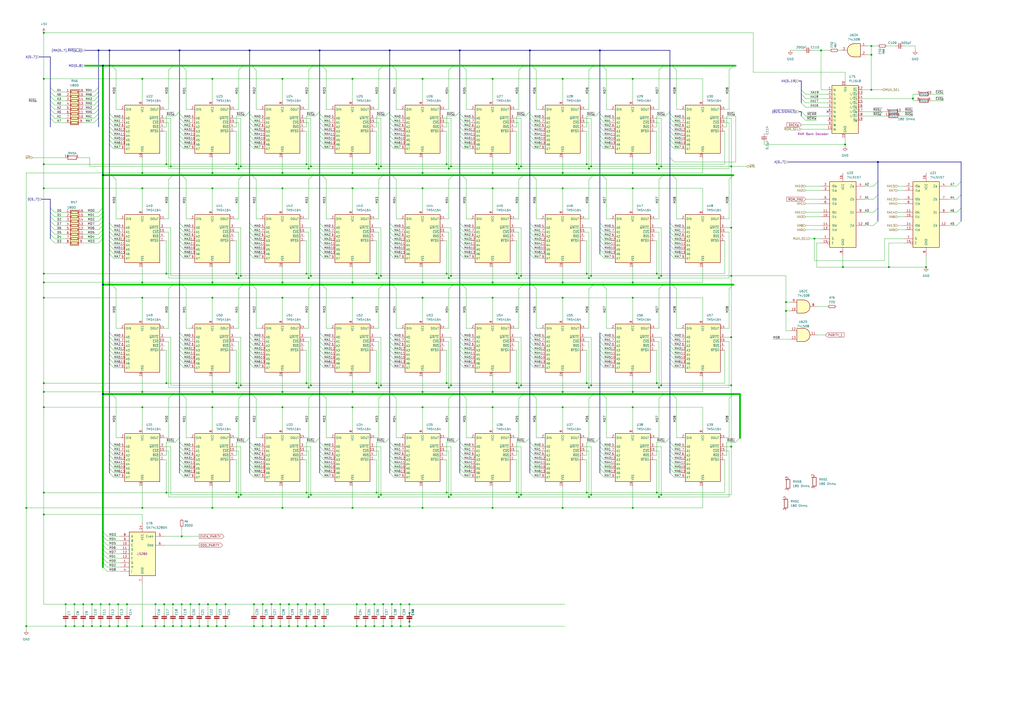
<source format=kicad_sch>
(kicad_sch (version 20250114) (generator "eeschema") (generator_version "9.0")
  (paper "A2")
  (junction (at 476.25 29.21))
  (junction (at 204.47 163.83))
  (junction (at 261.62 287.02))
  (junction (at 529.59 57.15))
  (junction (at 180.34 160.02))
  (junction (at 162.56 350.52))
  (junction (at 509.27 93.98))
  (junction (at 123.19 172.72))
  (junction (at 53.34 363.22))
  (junction (at 302.26 160.02))
  (junction (at 207.01 350.52))
  (junction (at 130.81 350.52))
  (junction (at 245.11 163.83))
  (junction (at 15.24 294.64))
  (junction (at 180.34 223.52))
  (junction (at 123.19 227.33))
  (junction (at 455.93 180.34))
  (junction (at 96.52 222.25))
  (junction (at 59.69 101.6))
  (junction (at 179.07 288.29))
  (junction (at 163.83 163.83))
  (junction (at 179.07 97.79))
  (junction (at 59.69 38.1))
  (junction (at 237.49 350.52))
  (junction (at 63.5 363.22))
  (junction (at 105.41 311.15))
  (junction (at 227.33 350.52))
  (junction (at 219.71 161.29))
  (junction (at 307.34 29.21))
  (junction (at 245.11 227.33))
  (junction (at 340.36 95.25))
  (junction (at 185.42 29.21))
  (junction (at 38.1 350.52))
  (junction (at 163.83 45.72))
  (junction (at 63.5 350.52))
  (junction (at 123.19 163.83))
  (junction (at 212.09 363.22))
  (junction (at 424.18 195.58))
  (junction (at 424.18 132.08))
  (junction (at 25.4 158.75))
  (junction (at 123.19 100.33))
  (junction (at 172.72 363.22))
  (junction (at 299.72 95.25))
  (junction (at 299.72 222.25))
  (junction (at 90.17 363.22))
  (junction (at 25.4 172.72))
  (junction (at 125.73 350.52))
  (junction (at 152.4 363.22))
  (junction (at 367.03 109.22))
  (junction (at 300.99 288.29))
  (junction (at 341.63 224.79))
  (junction (at 187.96 350.52))
  (junction (at 105.41 350.52))
  (junction (at 227.33 363.22))
  (junction (at 204.47 294.64))
  (junction (at 212.09 350.52))
  (junction (at 82.55 100.33))
  (junction (at 82.55 294.64))
  (junction (at 82.55 172.72))
  (junction (at 220.98 223.52))
  (junction (at 232.41 350.52))
  (junction (at 260.35 161.29))
  (junction (at 285.75 100.33))
  (junction (at 204.47 172.72))
  (junction (at 382.27 288.29))
  (junction (at 299.72 285.75))
  (junction (at 261.62 96.52))
  (junction (at 25.4 109.22))
  (junction (at 82.55 109.22))
  (junction (at 383.54 160.02))
  (junction (at 177.8 285.75))
  (junction (at 204.47 45.72))
  (junction (at 177.8 95.25))
  (junction (at 139.7 96.52))
  (junction (at 180.34 287.02))
  (junction (at 424.18 223.52))
  (junction (at 285.75 109.22))
  (junction (at 139.7 160.02))
  (junction (at 217.17 350.52))
  (junction (at 147.32 350.52))
  (junction (at 383.54 287.02))
  (junction (at 137.16 285.75))
  (junction (at 59.69 228.6))
  (junction (at 125.73 363.22))
  (junction (at 48.26 363.22))
  (junction (at 163.83 109.22))
  (junction (at 105.41 363.22))
  (junction (at 424.18 259.08))
  (junction (at 179.07 224.79))
  (junction (at 177.8 158.75))
  (junction (at 367.03 100.33))
  (junction (at 266.7 29.21))
  (junction (at 302.26 223.52))
  (junction (at 96.52 285.75))
  (junction (at 99.06 96.52))
  (junction (at 342.9 160.02))
  (junction (at 163.83 100.33))
  (junction (at 245.11 45.72))
  (junction (at 172.72 350.52))
  (junction (at 245.11 236.22))
  (junction (at 130.81 363.22))
  (junction (at 302.26 96.52))
  (junction (at 96.52 95.25))
  (junction (at 261.62 223.52))
  (junction (at 220.98 160.02))
  (junction (at 472.44 138.43))
  (junction (at 300.99 97.79))
  (junction (at 100.33 350.52))
  (junction (at 139.7 287.02))
  (junction (at 220.98 287.02))
  (junction (at 259.08 222.25))
  (junction (at 490.22 83.82))
  (junction (at 25.4 222.25))
  (junction (at 123.19 45.72))
  (junction (at 218.44 285.75))
  (junction (at 138.43 288.29))
  (junction (at 162.56 363.22))
  (junction (at 219.71 224.79))
  (junction (at 285.75 294.64))
  (junction (at 326.39 172.72))
  (junction (at 260.35 288.29))
  (junction (at 82.55 163.83))
  (junction (at 25.4 236.22))
  (junction (at 73.66 350.52))
  (junction (at 220.98 96.52))
  (junction (at 342.9 223.52))
  (junction (at 367.03 236.22))
  (junction (at 100.33 363.22))
  (junction (at 347.98 29.21))
  (junction (at 73.66 363.22))
  (junction (at 167.64 363.22))
  (junction (at 182.88 363.22))
  (junction (at 138.43 224.79))
  (junction (at 488.95 154.94))
  (junction (at 137.16 222.25))
  (junction (at 424.18 160.02))
  (junction (at 48.26 350.52))
  (junction (at 383.54 96.52))
  (junction (at 120.65 350.52))
  (junction (at 326.39 294.64))
  (junction (at 180.34 96.52))
  (junction (at 163.83 227.33))
  (junction (at 187.96 363.22))
  (junction (at 63.5 29.21))
  (junction (at 326.39 109.22))
  (junction (at 245.11 294.64))
  (junction (at 104.14 29.21))
  (junction (at 163.83 236.22))
  (junction (at 237.49 360.68))
  (junction (at 505.46 26.67))
  (junction (at 300.99 224.79))
  (junction (at 123.19 236.22))
  (junction (at 340.36 285.75))
  (junction (at 285.75 163.83))
  (junction (at 340.36 222.25))
  (junction (at 237.49 355.6))
  (junction (at 326.39 100.33))
  (junction (at 382.27 97.79))
  (junction (at 25.4 19.05))
  (junction (at 167.64 350.52))
  (junction (at 137.16 95.25))
  (junction (at 218.44 222.25))
  (junction (at 222.25 350.52))
  (junction (at 68.58 363.22))
  (junction (at 424.18 96.52))
  (junction (at 110.49 363.22))
  (junction (at 25.4 227.33))
  (junction (at 285.75 236.22))
  (junction (at 204.47 227.33))
  (junction (at 59.69 165.1))
  (junction (at 163.83 172.72))
  (junction (at 285.75 227.33))
  (junction (at 58.42 350.52))
  (junction (at 381 285.75))
  (junction (at 505.46 31.75))
  (junction (at 382.27 224.79))
  (junction (at 237.49 363.22))
  (junction (at 139.7 223.52))
  (junction (at 219.71 288.29))
  (junction (at 43.18 363.22))
  (junction (at 120.65 363.22))
  (junction (at 326.39 227.33))
  (junction (at 367.03 227.33))
  (junction (at 110.49 350.52))
  (junction (at 15.24 363.22))
  (junction (at 299.72 158.75))
  (junction (at 217.17 363.22))
  (junction (at 381 95.25))
  (junction (at 226.06 29.21))
  (junction (at 115.57 350.52))
  (junction (at 82.55 236.22))
  (junction (at 260.35 97.79))
  (junction (at 302.26 287.02))
  (junction (at 138.43 97.79))
  (junction (at 82.55 45.72))
  (junction (at 367.03 163.83))
  (junction (at 123.19 109.22))
  (junction (at 177.8 222.25))
  (junction (at 326.39 236.22))
  (junction (at 58.42 363.22))
  (junction (at 341.63 97.79))
  (junction (at 204.47 100.33))
  (junction (at 381 222.25))
  (junction (at 82.55 363.22))
  (junction (at 505.46 52.07))
  (junction (at 222.25 363.22))
  (junction (at 218.44 95.25))
  (junction (at 179.07 161.29))
  (junction (at 157.48 363.22))
  (junction (at 38.1 363.22))
  (junction (at 261.62 160.02))
  (junction (at 382.27 161.29))
  (junction (at 326.39 45.72))
  (junction (at 137.16 158.75))
  (junction (at 152.4 350.52))
  (junction (at 43.18 350.52))
  (junction (at 300.99 161.29))
  (junction (at 204.47 236.22))
  (junction (at 342.9 96.52))
  (junction (at 144.78 29.21))
  (junction (at 95.25 363.22))
  (junction (at 367.03 294.64))
  (junction (at 259.08 285.75))
  (junction (at 340.36 158.75))
  (junction (at 259.08 95.25))
  (junction (at 25.4 298.45))
  (junction (at 218.44 158.75))
  (junction (at 147.32 363.22))
  (junction (at 57.15 29.21))
  (junction (at 232.41 363.22))
  (junction (at 245.11 100.33))
  (junction (at 25.4 163.83))
  (junction (at 115.57 363.22))
  (junction (at 259.08 158.75))
  (junction (at 25.4 45.72))
  (junction (at 537.21 154.94))
  (junction (at 367.03 172.72))
  (junction (at 367.03 45.72))
  (junction (at 123.19 294.64))
  (junction (at 25.4 285.75))
  (junction (at 383.54 223.52))
  (junction (at 138.43 161.29))
  (junction (at 53.34 350.52))
  (junction (at 455.93 175.26))
  (junction (at 245.11 109.22))
  (junction (at 341.63 161.29))
  (junction (at 381 158.75))
  (junction (at 90.17 350.52))
  (junction (at 285.75 172.72))
  (junction (at 182.88 350.52))
  (junction (at 245.11 172.72))
  (junction (at 25.4 95.25))
  (junction (at 177.8 350.52))
  (junction (at 204.47 109.22))
  (junction (at 96.52 158.75))
  (junction (at 515.62 154.94))
  (junction (at 219.71 97.79))
  (junction (at 95.25 350.52))
  (junction (at 177.8 363.22))
  (junction (at 207.01 363.22))
  (junction (at 82.55 227.33))
  (junction (at 285.75 45.72))
  (junction (at 326.39 163.83))
  (junction (at 157.48 350.52))
  (junction (at 260.35 224.79))
  (junction (at 342.9 287.02))
  (junction (at 68.58 350.52))
  (junction (at 341.63 288.29))
  (junction (at 163.83 294.64))
  (no_connect (at 480.06 64.77))
  (bus_entry (at 226.06 68.58) (size 2.54 2.54))
  (bus_entry (at 105.41 38.1) (size 2.54 2.54))
  (bus_entry (at 104.14 271.78) (size 2.54 2.54))
  (bus_entry (at 557.53 128.27) (size -2.54 2.54))
  (bus_entry (at 63.5 210.82) (size 2.54 2.54))
  (bus_entry (at 307.34 259.08) (size 2.54 2.54))
  (bus_entry (at 226.06 76.2) (size 2.54 2.54))
  (bus_entry (at 307.34 83.82) (size 2.54 2.54))
  (bus_entry (at 146.05 38.1) (size 2.54 2.54))
  (bus_entry (at 388.62 200.66) (size 2.54 2.54))
  (bus_entry (at 63.5 198.12) (size 2.54 2.54))
  (bus_entry (at 146.05 101.6) (size 2.54 2.54))
  (bus_entry (at 104.14 137.16) (size 2.54 2.54))
  (bus_entry (at 100.33 38.1) (size -2.54 2.54))
  (bus_entry (at 144.78 264.16) (size 2.54 2.54))
  (bus_entry (at 266.7 193.04) (size 2.54 2.54))
  (bus_entry (at 388.62 139.7) (size 2.54 2.54))
  (bus_entry (at 222.25 38.1) (size -2.54 2.54))
  (bus_entry (at 186.69 38.1) (size 2.54 2.54))
  (bus_entry (at 388.62 269.24) (size 2.54 2.54))
  (bus_entry (at 347.98 83.82) (size 2.54 2.54))
  (bus_entry (at 59.69 316.23) (size 2.54 2.54))
  (bus_entry (at 144.78 200.66) (size 2.54 2.54))
  (bus_entry (at 185.42 256.54) (size 2.54 2.54))
  (bus_entry (at 59.69 311.15) (size 2.54 2.54))
  (bus_entry (at 63.5 205.74) (size 2.54 2.54))
  (bus_entry (at 307.34 264.16) (size 2.54 2.54))
  (bus_entry (at 425.45 101.6) (size -2.54 2.54))
  (bus_entry (at 464.82 64.77) (size 2.54 2.54))
  (bus_entry (at 266.7 200.66) (size 2.54 2.54))
  (bus_entry (at 388.62 144.78) (size 2.54 2.54))
  (bus_entry (at 63.5 147.32) (size 2.54 2.54))
  (bus_entry (at 57.15 58.42) (size -2.54 2.54))
  (bus_entry (at 347.98 134.62) (size 2.54 2.54))
  (bus_entry (at 64.77 101.6) (size 2.54 2.54))
  (bus_entry (at 226.06 71.12) (size 2.54 2.54))
  (bus_entry (at 181.61 228.6) (size -2.54 2.54))
  (bus_entry (at 307.34 76.2) (size 2.54 2.54))
  (bus_entry (at 63.5 139.7) (size 2.54 2.54))
  (bus_entry (at 262.89 228.6) (size -2.54 2.54))
  (bus_entry (at 266.7 269.24) (size 2.54 2.54))
  (bus_entry (at 226.06 208.28) (size 2.54 2.54))
  (bus_entry (at 307.34 195.58) (size 2.54 2.54))
  (bus_entry (at 222.25 101.6) (size -2.54 2.54))
  (bus_entry (at 63.5 200.66) (size 2.54 2.54))
  (bus_entry (at 266.7 259.08) (size 2.54 2.54))
  (bus_entry (at 144.78 78.74) (size 2.54 2.54))
  (bus_entry (at 307.34 142.24) (size 2.54 2.54))
  (bus_entry (at 104.14 208.28) (size 2.54 2.54))
  (bus_entry (at 185.42 261.62) (size 2.54 2.54))
  (bus_entry (at 144.78 64.77) (size -2.54 2.54))
  (bus_entry (at 104.14 68.58) (size 2.54 2.54))
  (bus_entry (at 307.34 269.24) (size 2.54 2.54))
  (bus_entry (at 140.97 165.1) (size -2.54 2.54))
  (bus_entry (at 347.98 147.32) (size 2.54 2.54))
  (bus_entry (at 266.7 76.2) (size 2.54 2.54))
  (bus_entry (at 59.69 323.85) (size 2.54 2.54))
  (bus_entry (at 185.42 139.7) (size 2.54 2.54))
  (bus_entry (at 63.5 83.82) (size 2.54 2.54))
  (bus_entry (at 307.34 274.32) (size 2.54 2.54))
  (bus_entry (at 388.62 91.44) (size 2.54 2.54))
  (bus_entry (at 347.98 193.04) (size 2.54 2.54))
  (bus_entry (at 185.42 132.08) (size 2.54 2.54))
  (bus_entry (at 59.69 321.31) (size 2.54 2.54))
  (bus_entry (at 185.42 198.12) (size 2.54 2.54))
  (bus_entry (at 226.06 264.16) (size 2.54 2.54))
  (bus_entry (at 185.42 68.58) (size 2.54 2.54))
  (bus_entry (at 181.61 38.1) (size -2.54 2.54))
  (bus_entry (at 266.7 195.58) (size 2.54 2.54))
  (bus_entry (at 389.89 38.1) (size 2.54 2.54))
  (bus_entry (at 63.5 129.54) (size 2.54 2.54))
  (bus_entry (at 226.06 66.04) (size 2.54 2.54))
  (bus_entry (at 140.97 101.6) (size -2.54 2.54))
  (bus_entry (at 104.14 193.04) (size 2.54 2.54))
  (bus_entry (at 307.34 81.28) (size 2.54 2.54))
  (bus_entry (at 226.06 205.74) (size 2.54 2.54))
  (bus_entry (at 388.62 129.54) (size 2.54 2.54))
  (bus_entry (at 388.62 83.82) (size 2.54 2.54))
  (bus_entry (at 63.5 134.62) (size 2.54 2.54))
  (bus_entry (at 266.7 68.58) (size 2.54 2.54))
  (bus_entry (at 144.78 205.74) (size 2.54 2.54))
  (bus_entry (at 347.98 274.32) (size 2.54 2.54))
  (bus_entry (at 140.97 38.1) (size -2.54 2.54))
  (bus_entry (at 384.81 228.6) (size -2.54 2.54))
  (bus_entry (at 144.78 271.78) (size 2.54 2.54))
  (bus_entry (at 185.42 200.66) (size 2.54 2.54))
  (bus_entry (at 59.69 138.43) (size -2.54 2.54))
  (bus_entry (at 307.34 132.08) (size 2.54 2.54))
  (bus_entry (at 226.06 147.32) (size 2.54 2.54))
  (bus_entry (at 266.7 198.12) (size 2.54 2.54))
  (bus_entry (at 388.62 271.78) (size 2.54 2.54))
  (bus_entry (at 104.14 66.04) (size 2.54 2.54))
  (bus_entry (at 144.78 210.82) (size 2.54 2.54))
  (bus_entry (at 266.7 203.2) (size 2.54 2.54))
  (bus_entry (at 388.62 134.62) (size 2.54 2.54))
  (bus_entry (at 347.98 198.12) (size 2.54 2.54))
  (bus_entry (at 104.14 261.62) (size 2.54 2.54))
  (bus_entry (at 29.21 66.04) (size 2.54 2.54))
  (bus_entry (at 307.34 144.78) (size 2.54 2.54))
  (bus_entry (at 266.7 254) (size -2.54 2.54))
  (bus_entry (at 144.78 142.24) (size 2.54 2.54))
  (bus_entry (at 226.06 269.24) (size 2.54 2.54))
  (bus_entry (at 29.21 133.35) (size 2.54 2.54))
  (bus_entry (at 104.14 205.74) (size 2.54 2.54))
  (bus_entry (at 63.5 269.24) (size 2.54 2.54))
  (bus_entry (at 185.42 76.2) (size 2.54 2.54))
  (bus_entry (at 307.34 256.54) (size 2.54 2.54))
  (bus_entry (at 186.69 228.6) (size 2.54 2.54))
  (bus_entry (at 185.42 274.32) (size 2.54 2.54))
  (bus_entry (at 144.78 261.62) (size 2.54 2.54))
  (bus_entry (at 185.42 73.66) (size 2.54 2.54))
  (bus_entry (at 307.34 134.62) (size 2.54 2.54))
  (bus_entry (at 63.5 256.54) (size 2.54 2.54))
  (bus_entry (at 308.61 101.6) (size 2.54 2.54))
  (bus_entry (at 307.34 139.7) (size 2.54 2.54))
  (bus_entry (at 307.34 147.32) (size 2.54 2.54))
  (bus_entry (at 388.62 73.66) (size 2.54 2.54))
  (bus_entry (at 57.15 53.34) (size -2.54 2.54))
  (bus_entry (at 266.7 139.7) (size 2.54 2.54))
  (bus_entry (at 57.15 66.04) (size -2.54 2.54))
  (bus_entry (at 389.89 101.6) (size 2.54 2.54))
  (bus_entry (at 347.98 142.24) (size 2.54 2.54))
  (bus_entry (at 266.7 66.04) (size 2.54 2.54))
  (bus_entry (at 104.14 195.58) (size 2.54 2.54))
  (bus_entry (at 29.21 60.96) (size 2.54 2.54))
  (bus_entry (at 63.5 203.2) (size 2.54 2.54))
  (bus_entry (at 144.78 68.58) (size 2.54 2.54))
  (bus_entry (at 185.42 269.24) (size 2.54 2.54))
  (bus_entry (at 29.21 120.65) (size 2.54 2.54))
  (bus_entry (at 226.06 81.28) (size 2.54 2.54))
  (bus_entry (at 425.45 228.6) (size -2.54 2.54))
  (bus_entry (at 344.17 38.1) (size -2.54 2.54))
  (bus_entry (at 388.62 259.08) (size 2.54 2.54))
  (bus_entry (at 227.33 38.1) (size 2.54 2.54))
  (bus_entry (at 185.42 137.16) (size 2.54 2.54))
  (bus_entry (at 307.34 266.7) (size 2.54 2.54))
  (bus_entry (at 267.97 228.6) (size 2.54 2.54))
  (bus_entry (at 509.27 113.03) (size -2.54 2.54))
  (bus_entry (at 226.06 83.82) (size 2.54 2.54))
  (bus_entry (at 464.82 67.31) (size 2.54 2.54))
  (bus_entry (at 388.62 132.08) (size 2.54 2.54))
  (bus_entry (at 222.25 165.1) (size -2.54 2.54))
  (bus_entry (at 509.27 120.65) (size -2.54 2.54))
  (bus_entry (at 347.98 208.28) (size 2.54 2.54))
  (bus_entry (at 388.62 266.7) (size 2.54 2.54))
  (bus_entry (at 307.34 68.58) (size 2.54 2.54))
  (bus_entry (at 104.14 129.54) (size 2.54 2.54))
  (bus_entry (at 57.15 55.88) (size -2.54 2.54))
  (bus_entry (at 347.98 264.16) (size 2.54 2.54))
  (bus_entry (at 266.7 256.54) (size 2.54 2.54))
  (bus_entry (at 146.05 228.6) (size 2.54 2.54))
  (bus_entry (at 388.62 195.58) (size 2.54 2.54))
  (bus_entry (at 29.21 128.27) (size 2.54 2.54))
  (bus_entry (at 303.53 228.6) (size -2.54 2.54))
  (bus_entry (at 349.25 101.6) (size 2.54 2.54))
  (bus_entry (at 59.69 308.61) (size 2.54 2.54))
  (bus_entry (at 388.62 142.24) (size 2.54 2.54))
  (bus_entry (at 104.14 254) (size -2.54 2.54))
  (bus_entry (at 144.78 198.12) (size 2.54 2.54))
  (bus_entry (at 389.89 228.6) (size 2.54 2.54))
  (bus_entry (at 144.78 256.54) (size 2.54 2.54))
  (bus_entry (at 307.34 203.2) (size 2.54 2.54))
  (bus_entry (at 181.61 165.1) (size -2.54 2.54))
  (bus_entry (at 344.17 101.6) (size -2.54 2.54))
  (bus_entry (at 388.62 264.16) (size 2.54 2.54))
  (bus_entry (at 388.62 64.77) (size -2.54 2.54))
  (bus_entry (at 63.5 144.78) (size 2.54 2.54))
  (bus_entry (at 307.34 271.78) (size 2.54 2.54))
  (bus_entry (at 226.06 203.2) (size 2.54 2.54))
  (bus_entry (at 144.78 134.62) (size 2.54 2.54))
  (bus_entry (at 63.5 132.08) (size 2.54 2.54))
  (bus_entry (at 307.34 193.04) (size 2.54 2.54))
  (bus_entry (at 59.69 120.65) (size -2.54 2.54))
  (bus_entry (at 185.42 208.28) (size 2.54 2.54))
  (bus_entry (at 347.98 132.08) (size 2.54 2.54))
  (bus_entry (at 185.42 203.2) (size 2.54 2.54))
  (bus_entry (at 144.78 76.2) (size 2.54 2.54))
  (bus_entry (at 63.5 71.12) (size 2.54 2.54))
  (bus_entry (at 63.5 266.7) (size 2.54 2.54))
  (bus_entry (at 266.7 83.82) (size 2.54 2.54))
  (bus_entry (at 266.7 64.77) (size -2.54 2.54))
  (bus_entry (at 104.14 198.12) (size 2.54 2.54))
  (bus_entry (at 227.33 101.6) (size 2.54 2.54))
  (bus_entry (at 388.62 137.16) (size 2.54 2.54))
  (bus_entry (at 347.98 68.58) (size 2.54 2.54))
  (bus_entry (at 104.14 139.7) (size 2.54 2.54))
  (bus_entry (at 104.14 274.32) (size 2.54 2.54))
  (bus_entry (at 388.62 208.28) (size 2.54 2.54))
  (bus_entry (at 347.98 200.66) (size 2.54 2.54))
  (bus_entry (at 227.33 165.1) (size 2.54 2.54))
  (bus_entry (at 59.69 313.69) (size 2.54 2.54))
  (bus_entry (at 347.98 64.77) (size -2.54 2.54))
  (bus_entry (at 63.5 261.62) (size 2.54 2.54))
  (bus_entry (at 266.7 147.32) (size 2.54 2.54))
  (bus_entry (at 185.42 142.24) (size 2.54 2.54))
  (bus_entry (at 557.53 113.03) (size -2.54 2.54))
  (bus_entry (at 29.21 130.81) (size 2.54 2.54))
  (bus_entry (at 140.97 228.6) (size -2.54 2.54))
  (bus_entry (at 64.77 38.1) (size 2.54 2.54))
  (bus_entry (at 226.06 142.24) (size 2.54 2.54))
  (bus_entry (at 307.34 71.12) (size 2.54 2.54))
  (bus_entry (at 144.78 203.2) (size 2.54 2.54))
  (bus_entry (at 266.7 210.82) (size 2.54 2.54))
  (bus_entry (at 226.06 64.77) (size -2.54 2.54))
  (bus_entry (at 226.06 129.54) (size 2.54 2.54))
  (bus_entry (at 57.15 63.5) (size -2.54 2.54))
  (bus_entry (at 144.78 132.08) (size 2.54 2.54))
  (bus_entry (at 29.21 68.58) (size 2.54 2.54))
  (bus_entry (at 104.14 78.74) (size 2.54 2.54))
  (bus_entry (at 104.14 83.82) (size 2.54 2.54))
  (bus_entry (at 63.5 193.04) (size 2.54 2.54))
  (bus_entry (at 104.14 71.12) (size 2.54 2.54))
  (bus_entry (at 509.27 105.41) (size -2.54 2.54))
  (bus_entry (at 388.62 274.32) (size 2.54 2.54))
  (bus_entry (at 303.53 101.6) (size -2.54 2.54))
  (bus_entry (at 185.42 81.28) (size 2.54 2.54))
  (bus_entry (at 388.62 205.74) (size 2.54 2.54))
  (bus_entry (at 262.89 165.1) (size -2.54 2.54))
  (bus_entry (at 384.81 165.1) (size -2.54 2.54))
  (bus_entry (at 347.98 73.66) (size 2.54 2.54))
  (bus_entry (at 185.42 259.08) (size 2.54 2.54))
  (bus_entry (at 63.5 66.04) (size 2.54 2.54))
  (bus_entry (at 557.53 120.65) (size -2.54 2.54))
  (bus_entry (at 388.62 193.04) (size 2.54 2.54))
  (bus_entry (at 185.42 271.78) (size 2.54 2.54))
  (bus_entry (at 347.98 76.2) (size 2.54 2.54))
  (bus_entry (at 347.98 261.62) (size 2.54 2.54))
  (bus_entry (at 388.62 147.32) (size 2.54 2.54))
  (bus_entry (at 388.62 203.2) (size 2.54 2.54))
  (bus_entry (at 144.78 259.08) (size 2.54 2.54))
  (bus_entry (at 307.34 198.12) (size 2.54 2.54))
  (bus_entry (at 185.42 78.74) (size 2.54 2.54))
  (bus_entry (at 185.42 254) (size -2.54 2.54))
  (bus_entry (at 104.14 144.78) (size 2.54 2.54))
  (bus_entry (at 144.78 269.24) (size 2.54 2.54))
  (bus_entry (at 59.69 328.93) (size 2.54 2.54))
  (bus_entry (at 347.98 256.54) (size 2.54 2.54))
  (bus_entry (at 307.34 254) (size -2.54 2.54))
  (bus_entry (at 266.7 137.16) (size 2.54 2.54))
  (bus_entry (at 105.41 228.6) (size 2.54 2.54))
  (bus_entry (at 185.42 205.74) (size 2.54 2.54))
  (bus_entry (at 266.7 205.74) (size 2.54 2.54))
  (bus_entry (at 29.21 58.42) (size 2.54 2.54))
  (bus_entry (at 144.78 254) (size -2.54 2.54))
  (bus_entry (at 63.5 195.58) (size 2.54 2.54))
  (bus_entry (at 104.14 264.16) (size 2.54 2.54))
  (bus_entry (at 266.7 261.62) (size 2.54 2.54))
  (bus_entry (at 388.62 78.74) (size 2.54 2.54))
  (bus_entry (at 464.82 52.07) (size 2.54 2.54))
  (bus_entry (at 307.34 208.28) (size 2.54 2.54))
  (bus_entry (at 347.98 81.28) (size 2.54 2.54))
  (bus_entry (at 105.41 165.1) (size 2.54 2.54))
  (bus_entry (at 144.78 139.7) (size 2.54 2.54))
  (bus_entry (at 29.21 135.89) (size 2.54 2.54))
  (bus_entry (at 63.5 137.16) (size 2.54 2.54))
  (bus_entry (at 464.82 57.15) (size 2.54 2.54))
  (bus_entry (at 144.78 208.28) (size 2.54 2.54))
  (bus_entry (at 226.06 78.74) (size 2.54 2.54))
  (bus_entry (at 226.06 193.04) (size 2.54 2.54))
  (bus_entry (at 57.15 50.8) (size -2.54 2.54))
  (bus_entry (at 63.5 73.66) (size 2.54 2.54))
  (bus_entry (at 347.98 271.78) (size 2.54 2.54))
  (bus_entry (at 226.06 254) (size -2.54 2.54))
  (bus_entry (at 226.06 256.54) (size 2.54 2.54))
  (bus_entry (at 388.62 68.58) (size 2.54 2.54))
  (bus_entry (at 185.42 144.78) (size 2.54 2.54))
  (bus_entry (at 347.98 259.08) (size 2.54 2.54))
  (bus_entry (at 464.82 54.61) (size 2.54 2.54))
  (bus_entry (at 347.98 66.04) (size 2.54 2.54))
  (bus_entry (at 226.06 73.66) (size 2.54 2.54))
  (bus_entry (at 226.06 132.08) (size 2.54 2.54))
  (bus_entry (at 104.14 203.2) (size 2.54 2.54))
  (bus_entry (at 104.14 200.66) (size 2.54 2.54))
  (bus_entry (at 226.06 200.66) (size 2.54 2.54))
  (bus_entry (at 104.14 81.28) (size 2.54 2.54))
  (bus_entry (at 59.69 318.77) (size 2.54 2.54))
  (bus_entry (at 104.14 256.54) (size 2.54 2.54))
  (bus_entry (at 262.89 38.1) (size -2.54 2.54))
  (bus_entry (at 100.33 165.1) (size -2.54 2.54))
  (bus_entry (at 384.81 101.6) (size -2.54 2.54))
  (bus_entry (at 63.5 259.08) (size 2.54 2.54))
  (bus_entry (at 267.97 101.6) (size 2.54 2.54))
  (bus_entry (at 307.34 205.74) (size 2.54 2.54))
  (bus_entry (at 29.21 63.5) (size 2.54 2.54))
  (bus_entry (at 347.98 254) (size -2.54 2.54))
  (bus_entry (at 226.06 266.7) (size 2.54 2.54))
  (bus_entry (at 307.34 200.66) (size 2.54 2.54))
  (bus_entry (at 307.34 66.04) (size 2.54 2.54))
  (bus_entry (at 425.45 165.1) (size -2.54 2.54))
  (bus_entry (at 384.81 38.1) (size -2.54 2.54))
  (bus_entry (at 185.42 264.16) (size 2.54 2.54))
  (bus_entry (at 104.14 142.24) (size 2.54 2.54))
  (bus_entry (at 308.61 38.1) (size 2.54 2.54))
  (bus_entry (at 349.25 165.1) (size 2.54 2.54))
  (bus_entry (at 104.14 76.2) (size 2.54 2.54))
  (bus_entry (at 226.06 144.78) (size 2.54 2.54))
  (bus_entry (at 266.7 274.32) (size 2.54 2.54))
  (bus_entry (at 347.98 203.2) (size 2.54 2.54))
  (bus_entry (at 144.78 137.16) (size 2.54 2.54))
  (bus_entry (at 266.7 271.78) (size 2.54 2.54))
  (bus_entry (at 347.98 139.7) (size 2.54 2.54))
  (bus_entry (at 347.98 78.74) (size 2.54 2.54))
  (bus_entry (at 185.42 195.58) (size 2.54 2.54))
  (bus_entry (at 303.53 165.1) (size -2.54 2.54))
  (bus_entry (at 266.7 208.28) (size 2.54 2.54))
  (bus_entry (at 266.7 71.12) (size 2.54 2.54))
  (bus_entry (at 389.89 165.1) (size 2.54 2.54))
  (bus_entry (at 388.62 198.12) (size 2.54 2.54))
  (bus_entry (at 185.42 147.32) (size 2.54 2.54))
  (bus_entry (at 509.27 128.27) (size -2.54 2.54))
  (bus_entry (at 104.14 259.08) (size 2.54 2.54))
  (bus_entry (at 307.34 210.82) (size 2.54 2.54))
  (bus_entry (at 388.62 71.12) (size 2.54 2.54))
  (bus_entry (at 266.7 73.66) (size 2.54 2.54))
  (bus_entry (at 104.14 210.82) (size 2.54 2.54))
  (bus_entry (at 185.42 71.12) (size 2.54 2.54))
  (bus_entry (at 63.5 208.28) (size 2.54 2.54))
  (bus_entry (at 144.78 83.82) (size 2.54 2.54))
  (bus_entry (at 105.41 101.6) (size 2.54 2.54))
  (bus_entry (at 347.98 71.12) (size 2.54 2.54))
  (bus_entry (at 63.5 81.28) (size 2.54 2.54))
  (bus_entry (at 307.34 78.74) (size 2.54 2.54))
  (bus_entry (at 100.33 228.6) (size -2.54 2.54))
  (bus_entry (at 185.42 266.7) (size 2.54 2.54))
  (bus_entry (at 226.06 134.62) (size 2.54 2.54))
  (bus_entry (at 226.06 274.32) (size 2.54 2.54))
  (bus_entry (at 347.98 269.24) (size 2.54 2.54))
  (bus_entry (at 144.78 129.54) (size 2.54 2.54))
  (bus_entry (at 388.62 210.82) (size 2.54 2.54))
  (bus_entry (at 226.06 259.08) (size 2.54 2.54))
  (bus_entry (at 144.78 274.32) (size 2.54 2.54))
  (bus_entry (at 104.14 132.08) (size 2.54 2.54))
  (bus_entry (at 303.53 38.1) (size -2.54 2.54))
  (bus_entry (at 144.78 71.12) (size 2.54 2.54))
  (bus_entry (at 29.21 138.43) (size 2.54 2.54))
  (bus_entry (at 63.5 68.58) (size 2.54 2.54))
  (bus_entry (at 29.21 53.34) (size 2.54 2.54))
  (bus_entry (at 464.82 59.69) (size 2.54 2.54))
  (bus_entry (at 59.69 133.35) (size -2.54 2.54))
  (bus_entry (at 388.62 254) (size -2.54 2.54))
  (bus_entry (at 226.06 139.7) (size 2.54 2.54))
  (bus_entry (at 262.89 101.6) (size -2.54 2.54))
  (bus_entry (at 388.62 261.62) (size 2.54 2.54))
  (bus_entry (at 388.62 66.04) (size 2.54 2.54))
  (bus_entry (at 144.78 144.78) (size 2.54 2.54))
  (bus_entry (at 308.61 228.6) (size 2.54 2.54))
  (bus_entry (at 226.06 198.12) (size 2.54 2.54))
  (bus_entry (at 144.78 73.66) (size 2.54 2.54))
  (bus_entry (at 227.33 228.6) (size 2.54 2.54))
  (bus_entry (at 347.98 195.58) (size 2.54 2.54))
  (bus_entry (at 144.78 147.32) (size 2.54 2.54))
  (bus_entry (at 144.78 266.7) (size 2.54 2.54))
  (bus_entry (at 29.21 50.8) (size 2.54 2.54))
  (bus_entry (at 347.98 144.78) (size 2.54 2.54))
  (bus_entry (at 63.5 271.78) (size 2.54 2.54))
  (bus_entry (at 185.42 129.54) (size 2.54 2.54))
  (bus_entry (at 63.5 274.32) (size 2.54 2.54))
  (bus_entry (at 267.97 38.1) (size 2.54 2.54))
  (bus_entry (at 425.45 38.1) (size -2.54 2.54))
  (bus_entry (at 266.7 134.62) (size 2.54 2.54))
  (bus_entry (at 64.77 228.6) (size 2.54 2.54))
  (bus_entry (at 144.78 193.04) (size 2.54 2.54))
  (bus_entry (at 226.06 210.82) (size 2.54 2.54))
  (bus_entry (at 104.14 73.66) (size 2.54 2.54))
  (bus_entry (at 185.42 134.62) (size 2.54 2.54))
  (bus_entry (at 307.34 261.62) (size 2.54 2.54))
  (bus_entry (at 349.25 228.6) (size 2.54 2.54))
  (bus_entry (at 226.06 271.78) (size 2.54 2.54))
  (bus_entry (at 186.69 165.1) (size 2.54 2.54))
  (bus_entry (at 307.34 64.77) (size -2.54 2.54))
  (bus_entry (at 59.69 123.19) (size -2.54 2.54))
  (bus_entry (at 347.98 137.16) (size 2.54 2.54))
  (bus_entry (at 185.42 83.82) (size 2.54 2.54))
  (bus_entry (at 266.7 81.28) (size 2.54 2.54))
  (bus_entry (at 104.14 266.7) (size 2.54 2.54))
  (bus_entry (at 388.62 76.2) (size 2.54 2.54))
  (bus_entry (at 29.21 123.19) (size 2.54 2.54))
  (bus_entry (at 266.7 129.54) (size 2.54 2.54))
  (bus_entry (at 226.06 137.16) (size 2.54 2.54))
  (bus_entry (at 185.42 64.77) (size -2.54 2.54))
  (bus_entry (at 104.14 147.32) (size 2.54 2.54))
  (bus_entry (at 104.14 64.77) (size -2.54 2.54))
  (bus_entry (at 266.7 132.08) (size 2.54 2.54))
  (bus_entry (at 266.7 144.78) (size 2.54 2.54))
  (bus_entry (at 307.34 129.54) (size 2.54 2.54))
  (bus_entry (at 347.98 129.54) (size 2.54 2.54))
  (bus_entry (at 63.5 142.24) (size 2.54 2.54))
  (bus_entry (at 185.42 66.04) (size 2.54 2.54))
  (bus_entry (at 344.17 228.6) (size -2.54 2.54))
  (bus_entry (at 64.77 165.1) (size 2.54 2.54))
  (bus_entry (at 146.05 165.1) (size 2.54 2.54))
  (bus_entry (at 144.78 66.04) (size 2.54 2.54))
  (bus_entry (at 307.34 73.66) (size 2.54 2.54))
  (bus_entry (at 266.7 264.16) (size 2.54 2.54))
  (bus_entry (at 104.14 269.24) (size 2.54 2.54))
  (bus_entry (at 347.98 266.7) (size 2.54 2.54))
  (bus_entry (at 181.61 101.6) (size -2.54 2.54))
  (bus_entry (at 185.42 210.82) (size 2.54 2.54))
  (bus_entry (at 57.15 68.58) (size -2.54 2.54))
  (bus_entry (at 185.42 193.04) (size 2.54 2.54))
  (bus_entry (at 308.61 165.1) (size 2.54 2.54))
  (bus_entry (at 429.26 254) (size -2.54 2.54))
  (bus_entry (at 29.21 125.73) (size 2.54 2.54))
  (bus_entry (at 266.7 266.7) (size 2.54 2.54))
  (bus_entry (at 347.98 210.82) (size 2.54 2.54))
  (bus_entry (at 388.62 256.54) (size 2.54 2.54))
  (bus_entry (at 63.5 264.16) (size 2.54 2.54))
  (bus_entry (at 59.69 326.39) (size 2.54 2.54))
  (bus_entry (at 307.34 137.16) (size 2.54 2.54))
  (bus_entry (at 267.97 165.1) (size 2.54 2.54))
  (bus_entry (at 344.17 165.1) (size -2.54 2.54))
  (bus_entry (at 59.69 135.89) (size -2.54 2.54))
  (bus_entry (at 222.25 228.6) (size -2.54 2.54))
  (bus_entry (at 226.06 195.58) (size 2.54 2.54))
  (bus_entry (at 266.7 142.24) (size 2.54 2.54))
  (bus_entry (at 388.62 81.28) (size 2.54 2.54))
  (bus_entry (at 59.69 130.81) (size -2.54 2.54))
  (bus_entry (at 100.33 101.6) (size -2.54 2.54))
  (bus_entry (at 226.06 261.62) (size 2.54 2.54))
  (bus_entry (at 266.7 78.74) (size 2.54 2.54))
  (bus_entry (at 186.69 101.6) (size 2.54 2.54))
  (bus_entry (at 59.69 128.27) (size -2.54 2.54))
  (bus_entry (at 63.5 76.2) (size 2.54 2.54))
  (bus_entry (at 349.25 38.1) (size 2.54 2.54))
  (bus_entry (at 29.21 55.88) (size 2.54 2.54))
  (bus_entry (at 104.14 134.62) (size 2.54 2.54))
  (bus_entry (at 63.5 78.74) (size 2.54 2.54))
  (bus_entry (at 557.53 105.41) (size -2.54 2.54))
  (bus_entry (at 59.69 125.73) (size -2.54 2.54))
  (bus_entry (at 57.15 60.96) (size -2.54 2.54))
  (bus_entry (at 347.98 205.74) (size 2.54 2.54))
  (bus_entry (at 144.78 195.58) (size 2.54 2.54))
  (bus_entry (at 144.78 81.28) (size 2.54 2.54))
  (wire (pts (xy 138.43 71.12) (xy 138.43 97.79)))
  (bus (pts (xy 104.14 132.08) (xy 104.14 134.62)))
  (wire (pts (xy 95.25 76.2) (xy 96.52 76.2)))
  (wire (pts (xy 115.57 363.22) (xy 120.65 363.22)))
  (wire (pts (xy 476.25 29.21) (xy 481.33 29.21)))
  (wire (pts (xy 500.38 64.77) (xy 514.35 64.77)))
  (wire (pts (xy 176.53 195.58) (xy 180.34 195.58)))
  (bus (pts (xy 266.7 193.04) (xy 266.7 195.58)))
  (wire (pts (xy 391.16 205.74) (xy 394.97 205.74)))
  (bus (pts (xy 226.06 147.32) (xy 226.06 193.04)))
  (wire (pts (xy 532.13 54.61) (xy 529.59 54.61)))
  (bus (pts (xy 389.89 228.6) (xy 425.45 228.6)) (stroke (width 1) (color 0 194 0 1)))
  (bus (pts (xy 429.26 228.6) (xy 429.26 254)) (stroke (width 1) (color 0 194 0 1)))
  (wire (pts (xy 106.68 269.24) (xy 110.49 269.24)))
  (wire (pts (xy 269.24 276.86) (xy 273.05 276.86)))
  (wire (pts (xy 130.81 350.52) (xy 147.32 350.52)))
  (bus (pts (xy 307.34 71.12) (xy 307.34 73.66)))
  (wire (pts (xy 106.68 195.58) (xy 110.49 195.58)))
  (wire (pts (xy 298.45 190.5) (xy 300.99 190.5)))
  (bus (pts (xy 347.98 73.66) (xy 347.98 76.2)))
  (wire (pts (xy 163.83 248.92) (xy 163.83 236.22)))
  (wire (pts (xy 96.52 222.25) (xy 137.16 222.25)))
  (wire (pts (xy 436.88 41.91) (xy 436.88 19.05)))
  (wire (pts (xy 95.25 266.7) (xy 96.52 266.7)))
  (bus (pts (xy 185.42 68.58) (xy 185.42 71.12)))
  (wire (pts (xy 139.7 259.08) (xy 139.7 287.02)))
  (wire (pts (xy 204.47 121.92) (xy 204.47 109.22)))
  (wire (pts (xy 106.68 68.58) (xy 110.49 68.58)))
  (wire (pts (xy 391.16 274.32) (xy 394.97 274.32)))
  (bus (pts (xy 29.21 53.34) (xy 29.21 55.88)))
  (wire (pts (xy 106.68 147.32) (xy 110.49 147.32)))
  (wire (pts (xy 137.16 256.54) (xy 137.16 264.16)))
  (wire (pts (xy 309.88 71.12) (xy 313.69 71.12)))
  (wire (pts (xy 25.4 19.05) (xy 25.4 45.72)))
  (wire (pts (xy 392.43 127) (xy 394.97 127)))
  (wire (pts (xy 350.52 81.28) (xy 354.33 81.28)))
  (bus (pts (xy 266.7 132.08) (xy 266.7 134.62)))
  (wire (pts (xy 269.24 195.58) (xy 273.05 195.58)))
  (wire (pts (xy 135.89 261.62) (xy 138.43 261.62)))
  (bus (pts (xy 267.97 38.1) (xy 303.53 38.1)) (stroke (width 1) (color 0 194 0 1)))
  (wire (pts (xy 350.52 76.2) (xy 354.33 76.2)))
  (bus (pts (xy 63.5 129.54) (xy 63.5 132.08)))
  (wire (pts (xy 95.25 350.52) (xy 100.33 350.52)))
  (wire (pts (xy 48.26 140.97) (xy 57.15 140.97)))
  (wire (pts (xy 217.17 71.12) (xy 219.71 71.12)))
  (bus (pts (xy 59.69 128.27) (xy 59.69 130.81)) (stroke (width 1) (color 0 194 0 1)))
  (wire (pts (xy 229.87 190.5) (xy 232.41 190.5)))
  (wire (pts (xy 187.96 203.2) (xy 191.77 203.2)))
  (wire (pts (xy 342.9 160.02) (xy 383.54 160.02)))
  (bus (pts (xy 104.14 71.12) (xy 104.14 73.66)))
  (wire (pts (xy 219.71 40.64) (xy 219.71 63.5)))
  (wire (pts (xy 96.52 139.7) (xy 96.52 158.75)))
  (wire (pts (xy 220.98 195.58) (xy 220.98 223.52)))
  (wire (pts (xy 187.96 205.74) (xy 191.77 205.74)))
  (wire (pts (xy 147.32 259.08) (xy 151.13 259.08)))
  (wire (pts (xy 135.89 190.5) (xy 138.43 190.5)))
  (wire (pts (xy 367.03 154.94) (xy 367.03 163.83)))
  (bus (pts (xy 59.69 135.89) (xy 59.69 138.43)) (stroke (width 1) (color 0 194 0 1)))
  (wire (pts (xy 204.47 172.72) (xy 245.11 172.72)))
  (bus (pts (xy 464.82 64.77) (xy 463.55 64.77)))
  (wire (pts (xy 147.32 200.66) (xy 151.13 200.66)))
  (wire (pts (xy 228.6 81.28) (xy 232.41 81.28)))
  (wire (pts (xy 269.24 266.7) (xy 273.05 266.7)))
  (wire (pts (xy 58.42 350.52) (xy 58.42 355.6)))
  (wire (pts (xy 424.18 195.58) (xy 420.37 195.58)))
  (bus (pts (xy 104.14 29.21) (xy 104.14 64.77)))
  (wire (pts (xy 270.51 231.14) (xy 270.51 254)))
  (wire (pts (xy 309.88 137.16) (xy 313.69 137.16)))
  (wire (pts (xy 110.49 350.52) (xy 115.57 350.52)))
  (wire (pts (xy 187.96 134.62) (xy 191.77 134.62)))
  (wire (pts (xy 302.26 195.58) (xy 302.26 223.52)))
  (wire (pts (xy 219.71 231.14) (xy 219.71 254)))
  (wire (pts (xy 177.8 285.75) (xy 218.44 285.75)))
  (bus (pts (xy 104.14 78.74) (xy 104.14 81.28)))
  (wire (pts (xy 189.23 40.64) (xy 189.23 63.5)))
  (wire (pts (xy 350.52 83.82) (xy 354.33 83.82)))
  (bus (pts (xy 63.5 134.62) (xy 63.5 137.16)))
  (wire (pts (xy 424.18 96.52) (xy 424.18 132.08)))
  (wire (pts (xy 257.81 68.58) (xy 261.62 68.58)))
  (wire (pts (xy 311.15 190.5) (xy 313.69 190.5)))
  (wire (pts (xy 177.8 222.25) (xy 218.44 222.25)))
  (bus (pts (xy 347.98 259.08) (xy 347.98 261.62)))
  (wire (pts (xy 43.18 360.68) (xy 43.18 363.22)))
  (wire (pts (xy 422.91 167.64) (xy 422.91 190.5)))
  (wire (pts (xy 66.04 213.36) (xy 69.85 213.36)))
  (wire (pts (xy 473.71 177.8) (xy 480.06 177.8)))
  (wire (pts (xy 386.08 67.31) (xy 381 67.31)))
  (wire (pts (xy 218.44 266.7) (xy 217.17 266.7)))
  (wire (pts (xy 260.35 71.12) (xy 260.35 97.79)))
  (bus (pts (xy 104.14 134.62) (xy 104.14 137.16)))
  (bus (pts (xy 266.7 71.12) (xy 266.7 73.66)))
  (wire (pts (xy 96.52 264.16) (xy 95.25 264.16)))
  (wire (pts (xy 237.49 363.22) (xy 327.66 363.22)))
  (wire (pts (xy 513.08 138.43) (xy 524.51 138.43)))
  (wire (pts (xy 391.16 271.78) (xy 394.97 271.78)))
  (wire (pts (xy 31.75 55.88) (xy 38.1 55.88)))
  (wire (pts (xy 182.88 350.52) (xy 182.88 355.6)))
  (bus (pts (xy 144.78 129.54) (xy 144.78 132.08)))
  (wire (pts (xy 179.07 167.64) (xy 179.07 190.5)))
  (wire (pts (xy 269.24 205.74) (xy 273.05 205.74)))
  (wire (pts (xy 147.32 139.7) (xy 151.13 139.7)))
  (wire (pts (xy 228.6 83.82) (xy 232.41 83.82)))
  (bus (pts (xy 140.97 165.1) (xy 146.05 165.1)) (stroke (width 1) (color 0 194 0 1)))
  (wire (pts (xy 500.38 52.07) (xy 505.46 52.07)))
  (wire (pts (xy 125.73 350.52) (xy 130.81 350.52)))
  (bus (pts (xy 226.06 142.24) (xy 226.06 144.78)))
  (wire (pts (xy 106.68 73.66) (xy 110.49 73.66)))
  (wire (pts (xy 424.18 96.52) (xy 424.18 68.58)))
  (wire (pts (xy 309.88 276.86) (xy 313.69 276.86)))
  (wire (pts (xy 259.08 95.25) (xy 259.08 76.2)))
  (bus (pts (xy 388.62 195.58) (xy 388.62 198.12)))
  (wire (pts (xy 187.96 266.7) (xy 191.77 266.7)))
  (wire (pts (xy 381 264.16) (xy 379.73 264.16)))
  (wire (pts (xy 96.52 76.2) (xy 96.52 95.25)))
  (wire (pts (xy 187.96 274.32) (xy 191.77 274.32)))
  (bus (pts (xy 104.14 261.62) (xy 104.14 264.16)))
  (bus (pts (xy 307.34 81.28) (xy 307.34 83.82)))
  (wire (pts (xy 139.7 132.08) (xy 139.7 160.02)))
  (wire (pts (xy 53.34 350.52) (xy 53.34 355.6)))
  (wire (pts (xy 82.55 109.22) (xy 123.19 109.22)))
  (wire (pts (xy 260.35 97.79) (xy 300.99 97.79)))
  (wire (pts (xy 326.39 121.92) (xy 326.39 109.22)))
  (wire (pts (xy 162.56 363.22) (xy 167.64 363.22)))
  (wire (pts (xy 443.23 82.55) (xy 443.23 83.82)))
  (bus (pts (xy 144.78 29.21) (xy 144.78 64.77)))
  (wire (pts (xy 340.36 256.54) (xy 345.44 256.54)))
  (wire (pts (xy 120.65 360.68) (xy 120.65 363.22)))
  (bus (pts (xy 266.7 144.78) (xy 266.7 147.32)))
  (wire (pts (xy 245.11 248.92) (xy 245.11 236.22)))
  (wire (pts (xy 218.44 95.25) (xy 259.08 95.25)))
  (bus (pts (xy 388.62 266.7) (xy 388.62 269.24)))
  (wire (pts (xy 424.18 68.58) (xy 420.37 68.58)))
  (wire (pts (xy 176.53 127) (xy 179.07 127)))
  (wire (pts (xy 350.52 264.16) (xy 354.33 264.16)))
  (wire (pts (xy 167.64 350.52) (xy 172.72 350.52)))
  (wire (pts (xy 48.26 138.43) (xy 57.15 138.43)))
  (bus (pts (xy 464.82 46.99) (xy 464.82 52.07)))
  (wire (pts (xy 339.09 68.58) (xy 342.9 68.58)))
  (bus (pts (xy 307.34 256.54) (xy 307.34 259.08)))
  (wire (pts (xy 130.81 363.22) (xy 147.32 363.22)))
  (wire (pts (xy 179.07 71.12) (xy 179.07 97.79)))
  (wire (pts (xy 472.44 151.13) (xy 513.08 151.13)))
  (wire (pts (xy 187.96 73.66) (xy 191.77 73.66)))
  (wire (pts (xy 259.08 158.75) (xy 299.72 158.75)))
  (bus (pts (xy 226.06 256.54) (xy 226.06 259.08)))
  (wire (pts (xy 67.31 104.14) (xy 67.31 127)))
  (wire (pts (xy 407.67 185.42) (xy 407.67 172.72)))
  (wire (pts (xy 67.31 167.64) (xy 67.31 190.5)))
  (wire (pts (xy 106.68 271.78) (xy 110.49 271.78)))
  (bus (pts (xy 307.34 29.21) (xy 347.98 29.21)))
  (wire (pts (xy 259.08 158.75) (xy 259.08 139.7)))
  (bus (pts (xy 347.98 139.7) (xy 347.98 142.24)))
  (wire (pts (xy 309.88 142.24) (xy 313.69 142.24)))
  (wire (pts (xy 424.18 160.02) (xy 424.18 195.58)))
  (wire (pts (xy 245.11 100.33) (xy 285.75 100.33)))
  (wire (pts (xy 381 76.2) (xy 379.73 76.2)))
  (bus (pts (xy 307.34 147.32) (xy 307.34 193.04)))
  (wire (pts (xy 123.19 100.33) (xy 163.83 100.33)))
  (wire (pts (xy 421.64 264.16) (xy 420.37 264.16)))
  (wire (pts (xy 148.59 167.64) (xy 148.59 190.5)))
  (wire (pts (xy 82.55 236.22) (xy 123.19 236.22)))
  (wire (pts (xy 229.87 254) (xy 232.41 254)))
  (wire (pts (xy 189.23 104.14) (xy 189.23 127)))
  (wire (pts (xy 48.26 71.12) (xy 54.61 71.12)))
  (wire (pts (xy 15.24 294.64) (xy 15.24 363.22)))
  (wire (pts (xy 48.26 53.34) (xy 54.61 53.34)))
  (bus (pts (xy 347.98 66.04) (xy 347.98 68.58)))
  (bus (pts (xy 303.53 228.6) (xy 308.61 228.6)) (stroke (width 1) (color 0 194 0 1)))
  (wire (pts (xy 106.68 134.62) (xy 110.49 134.62)))
  (bus (pts (xy 186.69 165.1) (xy 222.25 165.1)) (stroke (width 1) (color 0 194 0 1)))
  (wire (pts (xy 530.86 29.21) (xy 530.86 26.67)))
  (wire (pts (xy 270.51 127) (xy 273.05 127)))
  (wire (pts (xy 38.1 363.22) (xy 43.18 363.22)))
  (wire (pts (xy 123.19 172.72) (xy 163.83 172.72)))
  (wire (pts (xy 135.89 63.5) (xy 138.43 63.5)))
  (bus (pts (xy 347.98 210.82) (xy 347.98 254)))
  (wire (pts (xy 189.23 231.14) (xy 189.23 254)))
  (wire (pts (xy 187.96 208.28) (xy 191.77 208.28)))
  (wire (pts (xy 269.24 83.82) (xy 273.05 83.82)))
  (wire (pts (xy 245.11 154.94) (xy 245.11 163.83)))
  (bus (pts (xy 307.34 208.28) (xy 307.34 210.82)))
  (wire (pts (xy 486.41 29.21) (xy 487.68 29.21)))
  (bus (pts (xy 307.34 261.62) (xy 307.34 264.16)))
  (wire (pts (xy 187.96 147.32) (xy 191.77 147.32)))
  (bus (pts (xy 29.21 60.96) (xy 29.21 63.5)))
  (wire (pts (xy 218.44 139.7) (xy 217.17 139.7)))
  (bus (pts (xy 388.62 205.74) (xy 388.62 208.28)))
  (wire (pts (xy 424.18 223.52) (xy 424.18 195.58)))
  (wire (pts (xy 228.6 147.32) (xy 232.41 147.32)))
  (bus (pts (xy 185.42 271.78) (xy 185.42 274.32)))
  (wire (pts (xy 529.59 54.61) (xy 529.59 57.15)))
  (bus (pts (xy 185.42 64.77) (xy 185.42 66.04)))
  (wire (pts (xy 341.63 40.64) (xy 341.63 63.5)))
  (bus (pts (xy 63.5 73.66) (xy 63.5 76.2)))
  (wire (pts (xy 212.09 360.68) (xy 212.09 363.22)))
  (wire (pts (xy 309.88 78.74) (xy 313.69 78.74)))
  (wire (pts (xy 422.91 134.62) (xy 420.37 134.62)))
  (wire (pts (xy 340.36 222.25) (xy 340.36 203.2)))
  (wire (pts (xy 217.17 254) (xy 219.71 254)))
  (wire (pts (xy 420.37 254) (xy 422.91 254)))
  (wire (pts (xy 309.88 198.12) (xy 313.69 198.12)))
  (wire (pts (xy 219.71 161.29) (xy 260.35 161.29)))
  (bus (pts (xy 347.98 29.21) (xy 388.62 29.21)))
  (wire (pts (xy 66.04 264.16) (xy 69.85 264.16)))
  (wire (pts (xy 97.79 224.79) (xy 138.43 224.79)))
  (wire (pts (xy 31.75 125.73) (xy 38.1 125.73)))
  (wire (pts (xy 285.75 58.42) (xy 285.75 45.72)))
  (bus (pts (xy 226.06 76.2) (xy 226.06 78.74)))
  (wire (pts (xy 501.65 130.81) (xy 506.73 130.81)))
  (bus (pts (xy 388.62 78.74) (xy 388.62 81.28)))
  (wire (pts (xy 351.79 231.14) (xy 351.79 254)))
  (bus (pts (xy 226.06 29.21) (xy 266.7 29.21)))
  (wire (pts (xy 228.6 71.12) (xy 232.41 71.12)))
  (wire (pts (xy 130.81 360.68) (xy 130.81 363.22)))
  (wire (pts (xy 391.16 142.24) (xy 394.97 142.24)))
  (bus (pts (xy 266.7 68.58) (xy 266.7 71.12)))
  (wire (pts (xy 309.88 210.82) (xy 313.69 210.82)))
  (wire (pts (xy 471.17 29.21) (xy 476.25 29.21)))
  (wire (pts (xy 391.16 259.08) (xy 394.97 259.08)))
  (wire (pts (xy 382.27 104.14) (xy 382.27 127)))
  (wire (pts (xy 142.24 67.31) (xy 137.16 67.31)))
  (wire (pts (xy 261.62 195.58) (xy 261.62 223.52)))
  (wire (pts (xy 66.04 144.78) (xy 69.85 144.78)))
  (bus (pts (xy 557.53 120.65) (xy 557.53 128.27)))
  (bus (pts (xy 63.5 78.74) (xy 63.5 81.28)))
  (wire (pts (xy 204.47 154.94) (xy 204.47 163.83)))
  (wire (pts (xy 269.24 149.86) (xy 273.05 149.86)))
  (wire (pts (xy 269.24 71.12) (xy 273.05 71.12)))
  (wire (pts (xy 467.36 69.85) (xy 473.71 69.85)))
  (bus (pts (xy 104.14 200.66) (xy 104.14 203.2)))
  (wire (pts (xy 340.36 139.7) (xy 339.09 139.7)))
  (wire (pts (xy 137.16 76.2) (xy 137.16 95.25)))
  (wire (pts (xy 125.73 363.22) (xy 130.81 363.22)))
  (bus (pts (xy 63.5 203.2) (xy 63.5 205.74)))
  (wire (pts (xy 107.95 167.64) (xy 107.95 190.5)))
  (bus (pts (xy 266.7 271.78) (xy 266.7 274.32)))
  (wire (pts (xy 217.17 63.5) (xy 219.71 63.5)))
  (wire (pts (xy 222.25 350.52) (xy 222.25 355.6)))
  (bus (pts (xy 144.78 259.08) (xy 144.78 261.62)))
  (bus (pts (xy 63.5 71.12) (xy 63.5 73.66)))
  (bus (pts (xy 105.41 101.6) (xy 140.97 101.6)) (stroke (width 1) (color 0 194 0 1)))
  (wire (pts (xy 367.03 248.92) (xy 367.03 236.22)))
  (wire (pts (xy 260.35 288.29) (xy 300.99 288.29)))
  (wire (pts (xy 148.59 127) (xy 151.13 127)))
  (wire (pts (xy 302.26 223.52) (xy 342.9 223.52)))
  (wire (pts (xy 367.03 45.72) (xy 407.67 45.72)))
  (wire (pts (xy 269.24 210.82) (xy 273.05 210.82)))
  (wire (pts (xy 99.06 287.02) (xy 139.7 287.02)))
  (wire (pts (xy 172.72 350.52) (xy 172.72 355.6)))
  (wire (pts (xy 139.7 160.02) (xy 180.34 160.02)))
  (wire (pts (xy 260.35 161.29) (xy 300.99 161.29)))
  (wire (pts (xy 467.36 125.73) (xy 476.25 125.73)))
  (bus (pts (xy 266.7 205.74) (xy 266.7 208.28)))
  (wire (pts (xy 187.96 137.16) (xy 191.77 137.16)))
  (wire (pts (xy 25.4 227.33) (xy 25.4 236.22)))
  (wire (pts (xy 187.96 81.28) (xy 191.77 81.28)))
  (wire (pts (xy 66.04 137.16) (xy 69.85 137.16)))
  (wire (pts (xy 259.08 222.25) (xy 259.08 203.2)))
  (bus (pts (xy 222.25 165.1) (xy 227.33 165.1)) (stroke (width 1) (color 0 194 0 1)))
  (wire (pts (xy 123.19 227.33) (xy 163.83 227.33)))
  (wire (pts (xy 31.75 138.43) (xy 38.1 138.43)))
  (wire (pts (xy 207.01 350.52) (xy 207.01 355.6)))
  (wire (pts (xy 350.52 200.66) (xy 354.33 200.66)))
  (wire (pts (xy 259.08 266.7) (xy 257.81 266.7)))
  (wire (pts (xy 228.6 144.78) (xy 232.41 144.78)))
  (wire (pts (xy 66.04 83.82) (xy 69.85 83.82)))
  (wire (pts (xy 106.68 213.36) (xy 110.49 213.36)))
  (wire (pts (xy 69.85 311.15) (xy 62.23 311.15)))
  (wire (pts (xy 391.16 68.58) (xy 394.97 68.58)))
  (wire (pts (xy 95.25 254) (xy 97.79 254)))
  (wire (pts (xy 25.4 109.22) (xy 25.4 158.75)))
  (wire (pts (xy 163.83 121.92) (xy 163.83 109.22)))
  (wire (pts (xy 115.57 360.68) (xy 115.57 363.22)))
  (wire (pts (xy 228.6 271.78) (xy 232.41 271.78)))
  (bus (pts (xy 104.14 264.16) (xy 104.14 266.7)))
  (bus (pts (xy 104.14 193.04) (xy 104.14 195.58)))
  (bus (pts (xy 144.78 83.82) (xy 144.78 129.54)))
  (wire (pts (xy 530.86 26.67) (xy 524.51 26.67)))
  (wire (pts (xy 367.03 281.94) (xy 367.03 294.64)))
  (wire (pts (xy 96.52 256.54) (xy 96.52 264.16)))
  (bus (pts (xy 144.78 264.16) (xy 144.78 266.7)))
  (bus (pts (xy 144.78 142.24) (xy 144.78 144.78)))
  (wire (pts (xy 302.26 68.58) (xy 302.26 96.52)))
  (wire (pts (xy 257.81 134.62) (xy 260.35 134.62)))
  (bus (pts (xy 388.62 73.66) (xy 388.62 76.2)))
  (wire (pts (xy 228.6 259.08) (xy 232.41 259.08)))
  (wire (pts (xy 341.63 161.29) (xy 382.27 161.29)))
  (wire (pts (xy 177.8 264.16) (xy 176.53 264.16)))
  (wire (pts (xy 107.95 231.14) (xy 107.95 254)))
  (wire (pts (xy 179.07 97.79) (xy 219.71 97.79)))
  (wire (pts (xy 31.75 140.97) (xy 38.1 140.97)))
  (bus (pts (xy 63.5 139.7) (xy 63.5 142.24)))
  (wire (pts (xy 99.06 195.58) (xy 99.06 223.52)))
  (wire (pts (xy 189.23 63.5) (xy 191.77 63.5)))
  (bus (pts (xy 63.5 205.74) (xy 63.5 208.28)))
  (bus (pts (xy 100.33 101.6) (xy 105.41 101.6)) (stroke (width 1) (color 0 194 0 1)))
  (wire (pts (xy 270.51 167.64) (xy 270.51 190.5)))
  (wire (pts (xy 381 285.75) (xy 381 266.7)))
  (wire (pts (xy 106.68 76.2) (xy 110.49 76.2)))
  (bus (pts (xy 227.33 101.6) (xy 262.89 101.6)) (stroke (width 1) (color 0 194 0 1)))
  (bus (pts (xy 266.7 139.7) (xy 266.7 142.24)))
  (bus (pts (xy 307.34 29.21) (xy 307.34 64.77)))
  (wire (pts (xy 82.55 58.42) (xy 82.55 45.72)))
  (wire (pts (xy 69.85 318.77) (xy 62.23 318.77)))
  (wire (pts (xy 269.24 203.2) (xy 273.05 203.2)))
  (wire (pts (xy 15.24 100.33) (xy 82.55 100.33)))
  (wire (pts (xy 48.26 60.96) (xy 54.61 60.96)))
  (wire (pts (xy 95.25 68.58) (xy 99.06 68.58)))
  (wire (pts (xy 123.19 58.42) (xy 123.19 45.72)))
  (bus (pts (xy 144.78 271.78) (xy 144.78 274.32)))
  (wire (pts (xy 204.47 109.22) (xy 245.11 109.22)))
  (wire (pts (xy 466.09 29.21) (xy 458.47 29.21)))
  (bus (pts (xy 24.13 115.57) (xy 29.21 115.57)))
  (wire (pts (xy 106.68 276.86) (xy 110.49 276.86)))
  (wire (pts (xy 260.35 224.79) (xy 300.99 224.79)))
  (bus (pts (xy 307.34 76.2) (xy 307.34 78.74)))
  (wire (pts (xy 106.68 200.66) (xy 110.49 200.66)))
  (wire (pts (xy 31.75 60.96) (xy 38.1 60.96)))
  (bus (pts (xy 463.55 46.99) (xy 464.82 46.99)))
  (bus (pts (xy 307.34 144.78) (xy 307.34 147.32)))
  (wire (pts (xy 421.64 256.54) (xy 426.72 256.54)))
  (wire (pts (xy 147.32 76.2) (xy 151.13 76.2)))
  (wire (pts (xy 177.8 285.75) (xy 177.8 266.7)))
  (wire (pts (xy 350.52 147.32) (xy 354.33 147.32)))
  (wire (pts (xy 391.16 71.12) (xy 394.97 71.12)))
  (bus (pts (xy 185.42 208.28) (xy 185.42 210.82)))
  (bus (pts (xy 349.25 38.1) (xy 384.81 38.1)) (stroke (width 1) (color 0 194 0 1)))
  (wire (pts (xy 505.46 26.67) (xy 505.46 31.75)))
  (bus (pts (xy 104.14 76.2) (xy 104.14 78.74)))
  (wire (pts (xy 285.75 172.72) (xy 326.39 172.72)))
  (bus (pts (xy 307.34 210.82) (xy 307.34 254)))
  (wire (pts (xy 31.75 58.42) (xy 38.1 58.42)))
  (wire (pts (xy 53.34 360.68) (xy 53.34 363.22)))
  (wire (pts (xy 350.52 266.7) (xy 354.33 266.7)))
  (wire (pts (xy 228.6 149.86) (xy 232.41 149.86)))
  (wire (pts (xy 367.03 172.72) (xy 407.67 172.72)))
  (wire (pts (xy 82.55 218.44) (xy 82.55 227.33)))
  (wire (pts (xy 25.4 227.33) (xy 82.55 227.33)))
  (wire (pts (xy 147.32 203.2) (xy 151.13 203.2)))
  (wire (pts (xy 95.25 198.12) (xy 97.79 198.12)))
  (bus (pts (xy 226.06 254) (xy 226.06 256.54)))
  (wire (pts (xy 53.34 363.22) (xy 58.42 363.22)))
  (bus (pts (xy 104.14 139.7) (xy 104.14 142.24)))
  (bus (pts (xy 57.15 68.58) (xy 57.15 73.66)))
  (wire (pts (xy 63.5 350.52) (xy 68.58 350.52)))
  (wire (pts (xy 424.18 96.52) (xy 433.07 96.52)))
  (wire (pts (xy 187.96 68.58) (xy 191.77 68.58)))
  (bus (pts (xy 104.14 83.82) (xy 104.14 129.54)))
  (wire (pts (xy 15.24 363.22) (xy 15.24 365.76)))
  (wire (pts (xy 232.41 363.22) (xy 237.49 363.22)))
  (wire (pts (xy 217.17 127) (xy 219.71 127)))
  (wire (pts (xy 467.36 62.23) (xy 480.06 62.23)))
  (wire (pts (xy 90.17 350.52) (xy 90.17 355.6)))
  (bus (pts (xy 104.14 195.58) (xy 104.14 198.12)))
  (wire (pts (xy 38.1 350.52) (xy 38.1 355.6)))
  (wire (pts (xy 82.55 172.72) (xy 123.19 172.72)))
  (wire (pts (xy 139.7 195.58) (xy 139.7 223.52)))
  (wire (pts (xy 180.34 223.52) (xy 220.98 223.52)))
  (bus (pts (xy 266.7 142.24) (xy 266.7 144.78)))
  (wire (pts (xy 311.15 167.64) (xy 311.15 190.5)))
  (wire (pts (xy 137.16 76.2) (xy 135.89 76.2)))
  (wire (pts (xy 227.33 350.52) (xy 227.33 355.6)))
  (bus (pts (xy 226.06 137.16) (xy 226.06 139.7)))
  (wire (pts (xy 120.65 350.52) (xy 125.73 350.52)))
  (wire (pts (xy 182.88 363.22) (xy 187.96 363.22)))
  (bus (pts (xy 388.62 83.82) (xy 388.62 91.44)))
  (wire (pts (xy 420.37 63.5) (xy 422.91 63.5)))
  (wire (pts (xy 309.88 200.66) (xy 313.69 200.66)))
  (wire (pts (xy 367.03 109.22) (xy 407.67 109.22)))
  (wire (pts (xy 73.66 350.52) (xy 73.66 355.6)))
  (wire (pts (xy 350.52 213.36) (xy 354.33 213.36)))
  (wire (pts (xy 138.43 167.64) (xy 138.43 190.5)))
  (wire (pts (xy 443.23 83.82) (xy 490.22 83.82)))
  (wire (pts (xy 326.39 218.44) (xy 326.39 227.33)))
  (wire (pts (xy 187.96 350.52) (xy 187.96 355.6)))
  (wire (pts (xy 58.42 350.52) (xy 63.5 350.52)))
  (bus (pts (xy 57.15 66.04) (xy 57.15 68.58)))
  (bus (pts (xy 63.5 193.04) (xy 63.5 195.58)))
  (wire (pts (xy 123.19 294.64) (xy 163.83 294.64)))
  (wire (pts (xy 222.25 360.68) (xy 222.25 363.22)))
  (bus (pts (xy 146.05 38.1) (xy 181.61 38.1)) (stroke (width 1) (color 0 194 0 1)))
  (wire (pts (xy 407.67 121.92) (xy 407.67 109.22)))
  (wire (pts (xy 299.72 222.25) (xy 299.72 203.2)))
  (wire (pts (xy 228.6 76.2) (xy 232.41 76.2)))
  (wire (pts (xy 549.91 123.19) (xy 554.99 123.19)))
  (wire (pts (xy 367.03 218.44) (xy 367.03 227.33)))
  (wire (pts (xy 69.85 328.93) (xy 62.23 328.93)))
  (wire (pts (xy 220.98 223.52) (xy 261.62 223.52)))
  (wire (pts (xy 420.37 222.25) (xy 420.37 203.2)))
  (wire (pts (xy 219.71 224.79) (xy 260.35 224.79)))
  (wire (pts (xy 31.75 53.34) (xy 38.1 53.34)))
  (wire (pts (xy 382.27 288.29) (xy 422.91 288.29)))
  (wire (pts (xy 125.73 360.68) (xy 125.73 363.22)))
  (wire (pts (xy 66.04 76.2) (xy 69.85 76.2)))
  (wire (pts (xy 302.26 160.02) (xy 342.9 160.02)))
  (wire (pts (xy 298.45 71.12) (xy 300.99 71.12)))
  (wire (pts (xy 218.44 67.31) (xy 218.44 73.66)))
  (wire (pts (xy 381 222.25) (xy 420.37 222.25)))
  (wire (pts (xy 488.95 148.59) (xy 488.95 154.94)))
  (wire (pts (xy 285.75 236.22) (xy 326.39 236.22)))
  (wire (pts (xy 229.87 40.64) (xy 229.87 63.5)))
  (wire (pts (xy 269.24 81.28) (xy 273.05 81.28)))
  (wire (pts (xy 260.35 231.14) (xy 260.35 254)))
  (wire (pts (xy 261.62 68.58) (xy 261.62 96.52)))
  (wire (pts (xy 299.72 158.75) (xy 299.72 139.7)))
  (wire (pts (xy 163.83 236.22) (xy 204.47 236.22)))
  (wire (pts (xy 96.52 203.2) (xy 96.52 222.25)))
  (wire (pts (xy 257.81 132.08) (xy 261.62 132.08)))
  (bus (pts (xy 100.33 228.6) (xy 105.41 228.6)) (stroke (width 1) (color 0 194 0 1)))
  (wire (pts (xy 232.41 350.52) (xy 237.49 350.52)))
  (wire (pts (xy 43.18 350.52) (xy 43.18 355.6)))
  (wire (pts (xy 232.41 360.68) (xy 232.41 363.22)))
  (wire (pts (xy 187.96 144.78) (xy 191.77 144.78)))
  (wire (pts (xy 269.24 271.78) (xy 273.05 271.78)))
  (wire (pts (xy 237.49 350.52) (xy 237.49 355.6)))
  (wire (pts (xy 66.04 134.62) (xy 69.85 134.62)))
  (wire (pts (xy 105.41 363.22) (xy 110.49 363.22)))
  (wire (pts (xy 179.07 288.29) (xy 219.71 288.29)))
  (wire (pts (xy 69.85 316.23) (xy 62.23 316.23)))
  (wire (pts (xy 167.64 350.52) (xy 167.64 355.6)))
  (wire (pts (xy 467.36 133.35) (xy 476.25 133.35)))
  (wire (pts (xy 455.93 191.77) (xy 458.47 191.77)))
  (wire (pts (xy 502.92 26.67) (xy 505.46 26.67)))
  (bus (pts (xy 59.69 133.35) (xy 59.69 135.89)) (stroke (width 1) (color 0 194 0 1)))
  (bus (pts (xy 29.21 133.35) (xy 29.21 135.89)))
  (wire (pts (xy 95.25 350.52) (xy 95.25 355.6)))
  (bus (pts (xy 144.78 210.82) (xy 144.78 254)))
  (wire (pts (xy 152.4 360.68) (xy 152.4 363.22)))
  (bus (pts (xy 308.61 38.1) (xy 344.17 38.1)) (stroke (width 1) (color 0 194 0 1)))
  (wire (pts (xy 340.36 203.2) (xy 339.09 203.2)))
  (bus (pts (xy 388.62 254) (xy 388.62 256.54)))
  (wire (pts (xy 520.7 118.11) (xy 524.51 118.11)))
  (wire (pts (xy 237.49 360.68) (xy 237.49 363.22)))
  (wire (pts (xy 350.52 271.78) (xy 354.33 271.78)))
  (wire (pts (xy 342.9 287.02) (xy 383.54 287.02)))
  (bus (pts (xy 388.62 129.54) (xy 388.62 132.08)))
  (wire (pts (xy 66.04 259.08) (xy 69.85 259.08)))
  (wire (pts (xy 339.09 254) (xy 341.63 254)))
  (bus (pts (xy 104.14 64.77) (xy 104.14 66.04)))
  (bus (pts (xy 144.78 73.66) (xy 144.78 76.2)))
  (wire (pts (xy 383.54 160.02) (xy 424.18 160.02)))
  (wire (pts (xy 25.4 350.52) (xy 38.1 350.52)))
  (bus (pts (xy 347.98 195.58) (xy 347.98 198.12)))
  (wire (pts (xy 66.04 261.62) (xy 69.85 261.62)))
  (bus (pts (xy 185.42 71.12) (xy 185.42 73.66)))
  (wire (pts (xy 218.44 158.75) (xy 218.44 139.7)))
  (wire (pts (xy 299.72 264.16) (xy 298.45 264.16)))
  (wire (pts (xy 223.52 67.31) (xy 218.44 67.31)))
  (wire (pts (xy 455.93 175.26) (xy 455.93 180.34)))
  (wire (pts (xy 106.68 266.7) (xy 110.49 266.7)))
  (bus (pts (xy 64.77 38.1) (xy 100.33 38.1)) (stroke (width 1) (color 0 194 0 1)))
  (wire (pts (xy 299.72 158.75) (xy 340.36 158.75)))
  (wire (pts (xy 48.26 130.81) (xy 57.15 130.81)))
  (wire (pts (xy 309.88 274.32) (xy 313.69 274.32)))
  (wire (pts (xy 176.53 68.58) (xy 180.34 68.58)))
  (bus (pts (xy 347.98 200.66) (xy 347.98 203.2)))
  (bus (pts (xy 347.98 83.82) (xy 347.98 129.54)))
  (bus (pts (xy 388.62 208.28) (xy 388.62 210.82)))
  (bus (pts (xy 226.06 68.58) (xy 226.06 71.12)))
  (wire (pts (xy 260.35 198.12) (xy 260.35 224.79)))
  (bus (pts (xy 266.7 76.2) (xy 266.7 78.74)))
  (wire (pts (xy 420.37 190.5) (xy 422.91 190.5)))
  (bus (pts (xy 29.21 66.04) (xy 29.21 68.58)))
  (bus (pts (xy 22.86 33.02) (xy 29.21 33.02)))
  (wire (pts (xy 424.18 160.02) (xy 424.18 132.08)))
  (bus (pts (xy 144.78 198.12) (xy 144.78 200.66)))
  (wire (pts (xy 217.17 190.5) (xy 219.71 190.5)))
  (wire (pts (xy 326.39 281.94) (xy 326.39 294.64)))
  (wire (pts (xy 350.52 259.08) (xy 354.33 259.08)))
  (bus (pts (xy 144.78 78.74) (xy 144.78 81.28)))
  (wire (pts (xy 259.08 285.75) (xy 259.08 266.7)))
  (wire (pts (xy 207.01 350.52) (xy 212.09 350.52)))
  (wire (pts (xy 177.8 73.66) (xy 176.53 73.66)))
  (wire (pts (xy 106.68 203.2) (xy 110.49 203.2)))
  (wire (pts (xy 299.72 256.54) (xy 299.72 264.16)))
  (wire (pts (xy 180.34 160.02) (xy 220.98 160.02)))
  (wire (pts (xy 135.89 127) (xy 138.43 127)))
  (bus (pts (xy 388.62 66.04) (xy 388.62 68.58)))
  (bus (pts (xy 303.53 165.1) (xy 308.61 165.1)) (stroke (width 1) (color 0 194 0 1)))
  (bus (pts (xy 144.78 134.62) (xy 144.78 137.16)))
  (wire (pts (xy 391.16 144.78) (xy 394.97 144.78)))
  (wire (pts (xy 110.49 360.68) (xy 110.49 363.22)))
  (wire (pts (xy 326.39 248.92) (xy 326.39 236.22)))
  (wire (pts (xy 245.11 45.72) (xy 285.75 45.72)))
  (wire (pts (xy 157.48 360.68) (xy 157.48 363.22)))
  (wire (pts (xy 147.32 86.36) (xy 151.13 86.36)))
  (wire (pts (xy 97.79 231.14) (xy 97.79 254)))
  (wire (pts (xy 285.75 185.42) (xy 285.75 172.72)))
  (bus (pts (xy 63.5 68.58) (xy 63.5 71.12)))
  (wire (pts (xy 309.88 132.08) (xy 313.69 132.08)))
  (bus (pts (xy 267.97 228.6) (xy 303.53 228.6)) (stroke (width 1) (color 0 194 0 1)))
  (bus (pts (xy 349.25 228.6) (xy 384.81 228.6)) (stroke (width 1) (color 0 194 0 1)))
  (bus (pts (xy 185.42 256.54) (xy 185.42 259.08)))
  (wire (pts (xy 420.37 158.75) (xy 420.37 139.7)))
  (wire (pts (xy 95.25 134.62) (xy 97.79 134.62)))
  (wire (pts (xy 340.36 285.75) (xy 340.36 266.7)))
  (wire (pts (xy 505.46 31.75) (xy 505.46 52.07)))
  (wire (pts (xy 520.7 115.57) (xy 524.51 115.57)))
  (wire (pts (xy 379.73 71.12) (xy 382.27 71.12)))
  (bus (pts (xy 307.34 203.2) (xy 307.34 205.74)))
  (bus (pts (xy 63.5 81.28) (xy 63.5 83.82)))
  (bus (pts (xy 266.7 254) (xy 266.7 256.54)))
  (bus (pts (xy 222.25 228.6) (xy 227.33 228.6)) (stroke (width 1) (color 0 194 0 1)))
  (wire (pts (xy 147.32 264.16) (xy 151.13 264.16)))
  (bus (pts (xy 307.34 137.16) (xy 307.34 139.7)))
  (bus (pts (xy 185.42 137.16) (xy 185.42 139.7)))
  (bus (pts (xy 104.14 198.12) (xy 104.14 200.66)))
  (bus (pts (xy 63.5 144.78) (xy 63.5 147.32)))
  (wire (pts (xy 31.75 123.19) (xy 38.1 123.19)))
  (wire (pts (xy 381 95.25) (xy 381 76.2)))
  (wire (pts (xy 31.75 71.12) (xy 38.1 71.12)))
  (wire (pts (xy 135.89 132.08) (xy 139.7 132.08)))
  (wire (pts (xy 455.93 180.34) (xy 458.47 180.34)))
  (wire (pts (xy 367.03 121.92) (xy 367.03 109.22)))
  (wire (pts (xy 67.31 63.5) (xy 69.85 63.5)))
  (wire (pts (xy 341.63 104.14) (xy 341.63 127)))
  (wire (pts (xy 259.08 139.7) (xy 257.81 139.7)))
  (wire (pts (xy 299.72 95.25) (xy 299.72 76.2)))
  (wire (pts (xy 261.62 287.02) (xy 302.26 287.02)))
  (bus (pts (xy 104.14 29.21) (xy 144.78 29.21)))
  (bus (pts (xy 307.34 134.62) (xy 307.34 137.16)))
  (wire (pts (xy 259.08 264.16) (xy 257.81 264.16)))
  (wire (pts (xy 422.91 198.12) (xy 420.37 198.12)))
  (wire (pts (xy 340.36 222.25) (xy 381 222.25)))
  (bus (pts (xy 59.69 228.6) (xy 64.77 228.6)) (stroke (width 1) (color 0 194 0 1)))
  (wire (pts (xy 326.39 45.72) (xy 367.03 45.72)))
  (wire (pts (xy 227.33 363.22) (xy 232.41 363.22)))
  (wire (pts (xy 341.63 167.64) (xy 341.63 190.5)))
  (wire (pts (xy 176.53 71.12) (xy 179.07 71.12)))
  (bus (pts (xy 144.78 68.58) (xy 144.78 71.12)))
  (wire (pts (xy 382.27 40.64) (xy 382.27 63.5)))
  (wire (pts (xy 391.16 210.82) (xy 394.97 210.82)))
  (bus (pts (xy 226.06 210.82) (xy 226.06 254)))
  (bus (pts (xy 388.62 142.24) (xy 388.62 144.78)))
  (bus (pts (xy 185.42 266.7) (xy 185.42 269.24)))
  (bus (pts (xy 267.97 101.6) (xy 303.53 101.6)) (stroke (width 1) (color 0 194 0 1)))
  (wire (pts (xy 391.16 203.2) (xy 394.97 203.2)))
  (bus (pts (xy 509.27 105.41) (xy 509.27 113.03)))
  (wire (pts (xy 138.43 224.79) (xy 179.07 224.79)))
  (wire (pts (xy 106.68 81.28) (xy 110.49 81.28)))
  (wire (pts (xy 392.43 40.64) (xy 392.43 63.5)))
  (wire (pts (xy 269.24 137.16) (xy 273.05 137.16)))
  (bus (pts (xy 185.42 195.58) (xy 185.42 198.12)))
  (wire (pts (xy 95.25 261.62) (xy 97.79 261.62)))
  (wire (pts (xy 147.32 83.82) (xy 151.13 83.82)))
  (bus (pts (xy 266.7 203.2) (xy 266.7 205.74)))
  (wire (pts (xy 421.64 67.31) (xy 421.64 73.66)))
  (bus (pts (xy 185.42 78.74) (xy 185.42 81.28)))
  (bus (pts (xy 347.98 64.77) (xy 347.98 66.04)))
  (wire (pts (xy 137.16 256.54) (xy 142.24 256.54)))
  (bus (pts (xy 262.89 228.6) (xy 267.97 228.6)) (stroke (width 1) (color 0 194 0 1)))
  (wire (pts (xy 391.16 276.86) (xy 394.97 276.86)))
  (wire (pts (xy 311.15 231.14) (xy 311.15 254)))
  (wire (pts (xy 82.55 45.72) (xy 123.19 45.72)))
  (wire (pts (xy 138.43 198.12) (xy 138.43 224.79)))
  (wire (pts (xy 228.6 134.62) (xy 232.41 134.62)))
  (bus (pts (xy 464.82 57.15) (xy 464.82 59.69)))
  (wire (pts (xy 48.26 68.58) (xy 54.61 68.58)))
  (bus (pts (xy 266.7 137.16) (xy 266.7 139.7)))
  (wire (pts (xy 66.04 142.24) (xy 69.85 142.24)))
  (wire (pts (xy 339.09 63.5) (xy 341.63 63.5)))
  (bus (pts (xy 347.98 129.54) (xy 347.98 132.08)))
  (wire (pts (xy 204.47 45.72) (xy 245.11 45.72)))
  (wire (pts (xy 448.31 196.85) (xy 458.47 196.85)))
  (wire (pts (xy 500.38 67.31) (xy 514.35 67.31)))
  (bus (pts (xy 557.53 93.98) (xy 557.53 105.41)))
  (bus (pts (xy 226.06 266.7) (xy 226.06 269.24)))
  (wire (pts (xy 326.39 91.44) (xy 326.39 100.33)))
  (wire (pts (xy 147.32 213.36) (xy 151.13 213.36)))
  (wire (pts (xy 529.59 58.42) (xy 532.13 58.42)))
  (wire (pts (xy 257.81 127) (xy 260.35 127)))
  (wire (pts (xy 300.99 167.64) (xy 300.99 190.5)))
  (wire (pts (xy 106.68 137.16) (xy 110.49 137.16)))
  (wire (pts (xy 123.19 121.92) (xy 123.19 109.22)))
  (wire (pts (xy 15.24 294.64) (xy 82.55 294.64)))
  (wire (pts (xy 101.6 67.31) (xy 96.52 67.31)))
  (wire (pts (xy 217.17 68.58) (xy 220.98 68.58)))
  (wire (pts (xy 179.07 134.62) (xy 179.07 161.29)))
  (wire (pts (xy 167.64 360.68) (xy 167.64 363.22)))
  (bus (pts (xy 29.21 135.89) (xy 29.21 138.43)))
  (wire (pts (xy 105.41 306.07) (xy 105.41 311.15)))
  (wire (pts (xy 66.04 271.78) (xy 69.85 271.78)))
  (wire (pts (xy 245.11 58.42) (xy 245.11 45.72)))
  (wire (pts (xy 381 256.54) (xy 381 264.16)))
  (wire (pts (xy 515.62 140.97) (xy 515.62 154.94)))
  (wire (pts (xy 97.79 167.64) (xy 97.79 190.5)))
  (bus (pts (xy 59.69 101.6) (xy 59.69 120.65)) (stroke (width 1) (color 0 194 0 1)))
  (wire (pts (xy 467.36 57.15) (xy 480.06 57.15)))
  (wire (pts (xy 172.72 350.52) (xy 177.8 350.52)))
  (wire (pts (xy 467.36 118.11) (xy 476.25 118.11)))
  (wire (pts (xy 25.4 298.45) (xy 25.4 350.52)))
  (bus (pts (xy 185.42 210.82) (xy 185.42 254)))
  (wire (pts (xy 269.24 73.66) (xy 273.05 73.66)))
  (wire (pts (xy 189.23 127) (xy 191.77 127)))
  (wire (pts (xy 261.62 96.52) (xy 302.26 96.52)))
  (wire (pts (xy 66.04 195.58) (xy 69.85 195.58)))
  (wire (pts (xy 285.75 163.83) (xy 326.39 163.83)))
  (wire (pts (xy 97.79 261.62) (xy 97.79 288.29)))
  (bus (pts (xy 226.06 269.24) (xy 226.06 271.78)))
  (wire (pts (xy 285.75 100.33) (xy 326.39 100.33)))
  (wire (pts (xy 82.55 185.42) (xy 82.55 172.72)))
  (wire (pts (xy 177.8 158.75) (xy 218.44 158.75)))
  (wire (pts (xy 381 203.2) (xy 379.73 203.2)))
  (bus (pts (xy 185.42 261.62) (xy 185.42 264.16)))
  (wire (pts (xy 48.26 128.27) (xy 57.15 128.27)))
  (wire (pts (xy 426.72 67.31) (xy 421.64 67.31)))
  (bus (pts (xy 63.5 195.58) (xy 63.5 198.12)))
  (wire (pts (xy 219.71 134.62) (xy 219.71 161.29)))
  (bus (pts (xy 144.78 200.66) (xy 144.78 203.2)))
  (bus (pts (xy 140.97 101.6) (xy 146.05 101.6)) (stroke (width 1) (color 0 194 0 1)))
  (bus (pts (xy 104.14 142.24) (xy 104.14 144.78)))
  (wire (pts (xy 177.8 363.22) (xy 182.88 363.22)))
  (bus (pts (xy 262.89 101.6) (xy 267.97 101.6)) (stroke (width 1) (color 0 194 0 1)))
  (bus (pts (xy 226.06 78.74) (xy 226.06 81.28)))
  (wire (pts (xy 339.09 261.62) (xy 341.63 261.62)))
  (bus (pts (xy 226.06 205.74) (xy 226.06 208.28)))
  (wire (pts (xy 97.79 134.62) (xy 97.79 161.29)))
  (wire (pts (xy 298.45 134.62) (xy 300.99 134.62)))
  (wire (pts (xy 309.88 83.82) (xy 313.69 83.82)))
  (wire (pts (xy 107.95 63.5) (xy 110.49 63.5)))
  (wire (pts (xy 472.44 138.43) (xy 472.44 151.13)))
  (bus (pts (xy 63.5 269.24) (xy 63.5 271.78)))
  (wire (pts (xy 381 222.25) (xy 381 203.2)))
  (wire (pts (xy 381 158.75) (xy 420.37 158.75)))
  (wire (pts (xy 53.34 350.52) (xy 58.42 350.52)))
  (wire (pts (xy 299.72 76.2) (xy 298.45 76.2)))
  (bus (pts (xy 185.42 66.04) (xy 185.42 68.58)))
  (wire (pts (xy 52.07 91.44) (xy 45.72 91.44)))
  (wire (pts (xy 163.83 172.72) (xy 204.47 172.72)))
  (wire (pts (xy 420.37 127) (xy 422.91 127)))
  (wire (pts (xy 67.31 127) (xy 69.85 127)))
  (bus (pts (xy 181.61 165.1) (xy 186.69 165.1)) (stroke (width 1) (color 0 194 0 1)))
  (bus (pts (xy 384.81 228.6) (xy 389.89 228.6)) (stroke (width 1) (color 0 194 0 1)))
  (wire (pts (xy 383.54 68.58) (xy 383.54 96.52)))
  (wire (pts (xy 309.88 86.36) (xy 313.69 86.36)))
  (wire (pts (xy 63.5 363.22) (xy 68.58 363.22)))
  (bus (pts (xy 59.69 120.65) (xy 59.69 123.19)) (stroke (width 1) (color 0 194 0 1)))
  (wire (pts (xy 138.43 134.62) (xy 138.43 161.29)))
  (wire (pts (xy 350.52 274.32) (xy 354.33 274.32)))
  (wire (pts (xy 218.44 158.75) (xy 259.08 158.75)))
  (wire (pts (xy 342.9 259.08) (xy 342.9 287.02)))
  (wire (pts (xy 82.55 294.64) (xy 123.19 294.64)))
  (wire (pts (xy 106.68 264.16) (xy 110.49 264.16)))
  (wire (pts (xy 340.36 285.75) (xy 381 285.75)))
  (bus (pts (xy 104.14 144.78) (xy 104.14 147.32)))
  (wire (pts (xy 204.47 58.42) (xy 204.47 45.72)))
  (bus (pts (xy 347.98 256.54) (xy 347.98 259.08)))
  (wire (pts (xy 515.62 154.94) (xy 537.21 154.94)))
  (bus (pts (xy 59.69 38.1) (xy 64.77 38.1)) (stroke (width 1) (color 0 194 0 1)))
  (bus (pts (xy 347.98 269.24) (xy 347.98 271.78)))
  (wire (pts (xy 228.6 205.74) (xy 232.41 205.74)))
  (wire (pts (xy 490.22 85.09) (xy 490.22 83.82)))
  (wire (pts (xy 228.6 139.7) (xy 232.41 139.7)))
  (wire (pts (xy 97.79 97.79) (xy 138.43 97.79)))
  (wire (pts (xy 25.4 95.25) (xy 96.52 95.25)))
  (bus (pts (xy 59.69 313.69) (xy 59.69 316.23)) (stroke (width 1) (color 0 194 0 1)))
  (bus (pts (xy 185.42 200.66) (xy 185.42 203.2)))
  (wire (pts (xy 382.27 161.29) (xy 422.91 161.29)))
  (wire (pts (xy 204.47 100.33) (xy 245.11 100.33)))
  (bus (pts (xy 509.27 113.03) (xy 509.27 120.65)))
  (wire (pts (xy 340.36 158.75) (xy 381 158.75)))
  (wire (pts (xy 257.81 259.08) (xy 261.62 259.08)))
  (bus (pts (xy 63.5 29.21) (xy 63.5 66.04)))
  (wire (pts (xy 48.26 350.52) (xy 48.26 355.6)))
  (wire (pts (xy 383.54 96.52) (xy 424.18 96.52)))
  (bus (pts (xy 388.62 210.82) (xy 388.62 254)))
  (wire (pts (xy 179.07 198.12) (xy 179.07 224.79)))
  (bus (pts (xy 104.14 266.7) (xy 104.14 269.24)))
  (wire (pts (xy 182.88 360.68) (xy 182.88 363.22)))
  (wire (pts (xy 350.52 134.62) (xy 354.33 134.62)))
  (wire (pts (xy 407.67 248.92) (xy 407.67 236.22)))
  (wire (pts (xy 187.96 195.58) (xy 191.77 195.58)))
  (bus (pts (xy 226.06 29.21) (xy 226.06 64.77)))
  (wire (pts (xy 96.52 285.75) (xy 137.16 285.75)))
  (wire (pts (xy 298.45 259.08) (xy 302.26 259.08)))
  (wire (pts (xy 382.27 97.79) (xy 422.91 97.79)))
  (wire (pts (xy 422.91 161.29) (xy 422.91 134.62)))
  (wire (pts (xy 309.88 68.58) (xy 313.69 68.58)))
  (wire (pts (xy 25.4 172.72) (xy 82.55 172.72)))
  (bus (pts (xy 104.14 81.28) (xy 104.14 83.82)))
  (wire (pts (xy 177.8 350.52) (xy 182.88 350.52)))
  (wire (pts (xy 31.75 63.5) (xy 38.1 63.5)))
  (wire (pts (xy 269.24 76.2) (xy 273.05 76.2)))
  (wire (pts (xy 220.98 132.08) (xy 220.98 160.02)))
  (wire (pts (xy 115.57 311.15) (xy 105.41 311.15)))
  (wire (pts (xy 501.65 123.19) (xy 506.73 123.19)))
  (wire (pts (xy 299.72 222.25) (xy 340.36 222.25)))
  (wire (pts (xy 260.35 134.62) (xy 260.35 161.29)))
  (bus (pts (xy 227.33 165.1) (xy 262.89 165.1)) (stroke (width 1) (color 0 194 0 1)))
  (wire (pts (xy 351.79 63.5) (xy 354.33 63.5)))
  (wire (pts (xy 391.16 213.36) (xy 394.97 213.36)))
  (wire (pts (xy 228.6 276.86) (xy 232.41 276.86)))
  (wire (pts (xy 180.34 195.58) (xy 180.34 223.52)))
  (wire (pts (xy 302.26 96.52) (xy 342.9 96.52)))
  (wire (pts (xy 179.07 231.14) (xy 179.07 254)))
  (wire (pts (xy 339.09 134.62) (xy 341.63 134.62)))
  (bus (pts (xy 63.5 142.24) (xy 63.5 144.78)))
  (wire (pts (xy 82.55 91.44) (xy 82.55 100.33)))
  (wire (pts (xy 67.31 231.14) (xy 67.31 254)))
  (wire (pts (xy 130.81 350.52) (xy 130.81 355.6)))
  (wire (pts (xy 95.25 360.68) (xy 95.25 363.22)))
  (wire (pts (xy 340.36 95.25) (xy 381 95.25)))
  (wire (pts (xy 212.09 350.52) (xy 212.09 355.6)))
  (wire (pts (xy 219.71 288.29) (xy 260.35 288.29)))
  (wire (pts (xy 163.83 227.33) (xy 204.47 227.33)))
  (wire (pts (xy 259.08 95.25) (xy 299.72 95.25)))
  (wire (pts (xy 515.62 140.97) (xy 524.51 140.97)))
  (wire (pts (xy 63.5 350.52) (xy 63.5 355.6)))
  (bus (pts (xy 63.5 83.82) (xy 63.5 129.54)))
  (bus (pts (xy 144.78 76.2) (xy 144.78 78.74)))
  (bus (pts (xy 266.7 29.21) (xy 266.7 64.77)))
  (wire (pts (xy 342.9 195.58) (xy 342.9 223.52)))
  (wire (pts (xy 187.96 269.24) (xy 191.77 269.24)))
  (wire (pts (xy 383.54 195.58) (xy 383.54 223.52)))
  (bus (pts (xy 63.5 132.08) (xy 63.5 134.62)))
  (bus (pts (xy 266.7 261.62) (xy 266.7 264.16)))
  (wire (pts (xy 138.43 97.79) (xy 179.07 97.79)))
  (wire (pts (xy 67.31 190.5) (xy 69.85 190.5)))
  (wire (pts (xy 95.25 63.5) (xy 97.79 63.5)))
  (wire (pts (xy 82.55 303.53) (xy 82.55 298.45)))
  (wire (pts (xy 176.53 134.62) (xy 179.07 134.62)))
  (wire (pts (xy 228.6 132.08) (xy 232.41 132.08)))
  (bus (pts (xy 266.7 195.58) (xy 266.7 198.12)))
  (wire (pts (xy 367.03 58.42) (xy 367.03 45.72)))
  (wire (pts (xy 163.83 154.94) (xy 163.83 163.83)))
  (bus (pts (xy 307.34 266.7) (xy 307.34 269.24)))
  (wire (pts (xy 350.52 78.74) (xy 354.33 78.74)))
  (bus (pts (xy 307.34 142.24) (xy 307.34 144.78)))
  (bus (pts (xy 226.06 198.12) (xy 226.06 200.66)))
  (wire (pts (xy 342.9 96.52) (xy 383.54 96.52)))
  (wire (pts (xy 105.41 360.68) (xy 105.41 363.22)))
  (bus (pts (xy 57.15 60.96) (xy 57.15 63.5)))
  (wire (pts (xy 180.34 132.08) (xy 180.34 160.02)))
  (bus (pts (xy 64.77 101.6) (xy 100.33 101.6)) (stroke (width 1) (color 0 194 0 1)))
  (wire (pts (xy 232.41 350.52) (xy 232.41 355.6)))
  (wire (pts (xy 222.25 363.22) (xy 227.33 363.22)))
  (bus (pts (xy 226.06 259.08) (xy 226.06 261.62)))
  (wire (pts (xy 106.68 139.7) (xy 110.49 139.7)))
  (wire (pts (xy 407.67 281.94) (xy 407.67 294.64)))
  (wire (pts (xy 260.35 104.14) (xy 260.35 127)))
  (wire (pts (xy 69.85 331.47) (xy 62.23 331.47)))
  (bus (pts (xy 509.27 93.98) (xy 557.53 93.98)))
  (wire (pts (xy 309.88 213.36) (xy 313.69 213.36)))
  (wire (pts (xy 66.04 276.86) (xy 69.85 276.86)))
  (wire (pts (xy 339.09 195.58) (xy 342.9 195.58)))
  (wire (pts (xy 147.32 274.32) (xy 151.13 274.32)))
  (bus (pts (xy 144.78 266.7) (xy 144.78 269.24)))
  (wire (pts (xy 298.45 132.08) (xy 302.26 132.08)))
  (bus (pts (xy 226.06 71.12) (xy 226.06 73.66)))
  (wire (pts (xy 66.04 86.36) (xy 69.85 86.36)))
  (wire (pts (xy 350.52 86.36) (xy 354.33 86.36)))
  (wire (pts (xy 298.45 127) (xy 300.99 127)))
  (wire (pts (xy 300.99 261.62) (xy 300.99 288.29)))
  (bus (pts (xy 59.69 165.1) (xy 59.69 228.6)) (stroke (width 1) (color 0 194 0 1)))
  (wire (pts (xy 391.16 132.08) (xy 394.97 132.08)))
  (wire (pts (xy 138.43 104.14) (xy 138.43 127)))
  (wire (pts (xy 391.16 195.58) (xy 394.97 195.58)))
  (wire (pts (xy 309.88 203.2) (xy 313.69 203.2)))
  (wire (pts (xy 107.95 254) (xy 110.49 254)))
  (wire (pts (xy 187.96 350.52) (xy 207.01 350.52)))
  (wire (pts (xy 341.63 231.14) (xy 341.63 254)))
  (wire (pts (xy 25.4 222.25) (xy 25.4 227.33)))
  (wire (pts (xy 25.4 95.25) (xy 25.4 109.22)))
  (wire (pts (xy 339.09 190.5) (xy 341.63 190.5)))
  (wire (pts (xy 187.96 78.74) (xy 191.77 78.74)))
  (bus (pts (xy 266.7 264.16) (xy 266.7 266.7)))
  (wire (pts (xy 391.16 208.28) (xy 394.97 208.28)))
  (wire (pts (xy 182.88 350.52) (xy 187.96 350.52)))
  (wire (pts (xy 299.72 95.25) (xy 340.36 95.25)))
  (wire (pts (xy 163.83 100.33) (xy 204.47 100.33)))
  (wire (pts (xy 269.24 147.32) (xy 273.05 147.32)))
  (wire (pts (xy 326.39 154.94) (xy 326.39 163.83)))
  (wire (pts (xy 48.26 123.19) (xy 57.15 123.19)))
  (wire (pts (xy 529.59 57.15) (xy 529.59 58.42)))
  (wire (pts (xy 257.81 190.5) (xy 260.35 190.5)))
  (wire (pts (xy 326.39 294.64) (xy 367.03 294.64)))
  (wire (pts (xy 341.63 134.62) (xy 341.63 161.29)))
  (wire (pts (xy 245.11 163.83) (xy 285.75 163.83)))
  (wire (pts (xy 187.96 71.12) (xy 191.77 71.12)))
  (wire (pts (xy 350.52 269.24) (xy 354.33 269.24)))
  (wire (pts (xy 391.16 93.98) (xy 426.72 93.98)))
  (wire (pts (xy 298.45 198.12) (xy 300.99 198.12)))
  (bus (pts (xy 347.98 261.62) (xy 347.98 264.16)))
  (wire (pts (xy 147.32 198.12) (xy 151.13 198.12)))
  (wire (pts (xy 350.52 198.12) (xy 354.33 198.12)))
  (wire (pts (xy 177.8 95.25) (xy 218.44 95.25)))
  (bus (pts (xy 29.21 123.19) (xy 29.21 125.73)))
  (bus (pts (xy 388.62 261.62) (xy 388.62 264.16)))
  (wire (pts (xy 220.98 160.02) (xy 261.62 160.02)))
  (bus (pts (xy 29.21 58.42) (xy 29.21 60.96)))
  (wire (pts (xy 219.71 167.64) (xy 219.71 190.5)))
  (wire (pts (xy 340.36 256.54) (xy 340.36 264.16)))
  (wire (pts (xy 383.54 287.02) (xy 424.18 287.02)))
  (bus (pts (xy 262.89 165.1) (xy 267.97 165.1)) (stroke (width 1) (color 0 194 0 1)))
  (bus (pts (xy 307.34 129.54) (xy 307.34 132.08)))
  (wire (pts (xy 106.68 208.28) (xy 110.49 208.28)))
  (wire (pts (xy 68.58 363.22) (xy 73.66 363.22)))
  (bus (pts (xy 344.17 165.1) (xy 349.25 165.1)) (stroke (width 1) (color 0 194 0 1)))
  (wire (pts (xy 302.26 132.08) (xy 302.26 160.02)))
  (bus (pts (xy 226.06 64.77) (xy 226.06 66.04)))
  (wire (pts (xy 227.33 350.52) (xy 232.41 350.52)))
  (bus (pts (xy 347.98 134.62) (xy 347.98 137.16)))
  (wire (pts (xy 257.81 71.12) (xy 260.35 71.12)))
  (bus (pts (xy 307.34 195.58) (xy 307.34 198.12)))
  (wire (pts (xy 392.43 231.14) (xy 392.43 254)))
  (bus (pts (xy 104.14 259.08) (xy 104.14 261.62)))
  (wire (pts (xy 326.39 236.22) (xy 367.03 236.22)))
  (wire (pts (xy 107.95 190.5) (xy 110.49 190.5)))
  (wire (pts (xy 106.68 205.74) (xy 110.49 205.74)))
  (wire (pts (xy 311.15 127) (xy 313.69 127)))
  (wire (pts (xy 261.62 132.08) (xy 261.62 160.02)))
  (wire (pts (xy 422.91 104.14) (xy 422.91 127)))
  (wire (pts (xy 549.91 115.57) (xy 554.99 115.57)))
  (bus (pts (xy 307.34 264.16) (xy 307.34 266.7)))
  (wire (pts (xy 309.88 147.32) (xy 313.69 147.32)))
  (wire (pts (xy 350.52 276.86) (xy 354.33 276.86)))
  (wire (pts (xy 382.27 224.79) (xy 422.91 224.79)))
  (wire (pts (xy 217.17 360.68) (xy 217.17 363.22)))
  (wire (pts (xy 309.88 149.86) (xy 313.69 149.86)))
  (wire (pts (xy 229.87 104.14) (xy 229.87 127)))
  (wire (pts (xy 97.79 104.14) (xy 97.79 127)))
  (wire (pts (xy 218.44 256.54) (xy 218.44 264.16)))
  (bus (pts (xy 185.42 264.16) (xy 185.42 266.7)))
  (wire (pts (xy 176.53 259.08) (xy 180.34 259.08)))
  (wire (pts (xy 269.24 213.36) (xy 273.05 213.36)))
  (wire (pts (xy 299.72 203.2) (xy 298.45 203.2)))
  (bus (pts (xy 185.42 29.21) (xy 185.42 64.77)))
  (wire (pts (xy 381 266.7) (xy 379.73 266.7)))
  (wire (pts (xy 260.35 167.64) (xy 260.35 190.5)))
  (bus (pts (xy 57.15 29.21) (xy 57.15 50.8)))
  (bus (pts (xy 347.98 68.58) (xy 347.98 71.12)))
  (wire (pts (xy 137.16 203.2) (xy 135.89 203.2)))
  (wire (pts (xy 309.88 195.58) (xy 313.69 195.58)))
  (wire (pts (xy 189.23 190.5) (xy 191.77 190.5)))
  (wire (pts (xy 309.88 76.2) (xy 313.69 76.2)))
  (wire (pts (xy 539.75 58.42) (xy 547.37 58.42)))
  (wire (pts (xy 228.6 203.2) (xy 232.41 203.2)))
  (wire (pts (xy 300.99 198.12) (xy 300.99 224.79)))
  (wire (pts (xy 82.55 227.33) (xy 123.19 227.33)))
  (bus (pts (xy 226.06 73.66) (xy 226.06 76.2)))
  (wire (pts (xy 367.03 227.33) (xy 407.67 227.33)))
  (wire (pts (xy 163.83 109.22) (xy 204.47 109.22)))
  (wire (pts (xy 304.8 67.31) (xy 299.72 67.31)))
  (bus (pts (xy 388.62 64.77) (xy 388.62 66.04)))
  (wire (pts (xy 261.62 259.08) (xy 261.62 287.02)))
  (bus (pts (xy 57.15 50.8) (xy 57.15 53.34)))
  (wire (pts (xy 245.11 218.44) (xy 245.11 227.33)))
  (bus (pts (xy 29.21 68.58) (xy 29.21 73.66)))
  (bus (pts (xy 29.21 125.73) (xy 29.21 128.27)))
  (wire (pts (xy 147.32 266.7) (xy 151.13 266.7)))
  (wire (pts (xy 147.32 210.82) (xy 151.13 210.82)))
  (bus (pts (xy 57.15 63.5) (xy 57.15 66.04)))
  (bus (pts (xy 185.42 81.28) (xy 185.42 83.82)))
  (bus (pts (xy 266.7 200.66) (xy 266.7 203.2)))
  (wire (pts (xy 180.34 259.08) (xy 180.34 287.02)))
  (bus (pts (xy 389.89 38.1) (xy 425.45 38.1)) (stroke (width 1) (color 0 194 0 1)))
  (bus (pts (xy 63.5 147.32) (xy 63.5 193.04)))
  (wire (pts (xy 351.79 190.5) (xy 354.33 190.5)))
  (wire (pts (xy 261.62 223.52) (xy 302.26 223.52)))
  (wire (pts (xy 147.32 149.86) (xy 151.13 149.86)))
  (bus (pts (xy 144.78 137.16) (xy 144.78 139.7)))
  (wire (pts (xy 476.25 138.43) (xy 472.44 138.43)))
  (bus (pts (xy 266.7 29.21) (xy 307.34 29.21)))
  (bus (pts (xy 303.53 101.6) (xy 308.61 101.6)) (stroke (width 1) (color 0 194 0 1)))
  (wire (pts (xy 339.09 132.08) (xy 342.9 132.08)))
  (bus (pts (xy 226.06 193.04) (xy 226.06 195.58)))
  (wire (pts (xy 257.81 63.5) (xy 260.35 63.5)))
  (bus (pts (xy 104.14 68.58) (xy 104.14 71.12)))
  (wire (pts (xy 123.19 154.94) (xy 123.19 163.83)))
  (wire (pts (xy 245.11 121.92) (xy 245.11 109.22)))
  (wire (pts (xy 311.15 63.5) (xy 313.69 63.5)))
  (wire (pts (xy 204.47 236.22) (xy 245.11 236.22)))
  (wire (pts (xy 549.91 107.95) (xy 554.99 107.95)))
  (wire (pts (xy 300.99 224.79) (xy 341.63 224.79)))
  (bus (pts (xy 104.14 208.28) (xy 104.14 210.82)))
  (wire (pts (xy 38.1 360.68) (xy 38.1 363.22)))
  (wire (pts (xy 179.07 224.79) (xy 219.71 224.79)))
  (wire (pts (xy 66.04 269.24) (xy 69.85 269.24)))
  (wire (pts (xy 43.18 350.52) (xy 48.26 350.52)))
  (bus (pts (xy 59.69 323.85) (xy 59.69 326.39)) (stroke (width 1) (color 0 194 0 1)))
  (wire (pts (xy 100.33 350.52) (xy 100.33 355.6)))
  (wire (pts (xy 90.17 363.22) (xy 95.25 363.22)))
  (wire (pts (xy 106.68 259.08) (xy 110.49 259.08)))
  (bus (pts (xy 29.21 50.8) (xy 29.21 53.34)))
  (bus (pts (xy 388.62 71.12) (xy 388.62 73.66)))
  (bus (pts (xy 144.78 147.32) (xy 144.78 193.04)))
  (wire (pts (xy 217.17 261.62) (xy 219.71 261.62)))
  (bus (pts (xy 347.98 29.21) (xy 347.98 64.77)))
  (wire (pts (xy 269.24 142.24) (xy 273.05 142.24)))
  (bus (pts (xy 266.7 266.7) (xy 266.7 269.24)))
  (wire (pts (xy 179.07 161.29) (xy 219.71 161.29)))
  (wire (pts (xy 309.88 139.7) (xy 313.69 139.7)))
  (bus (pts (xy 59.69 130.81) (xy 59.69 133.35)) (stroke (width 1) (color 0 194 0 1)))
  (wire (pts (xy 82.55 154.94) (xy 82.55 163.83)))
  (wire (pts (xy 139.7 223.52) (xy 180.34 223.52)))
  (wire (pts (xy 350.52 132.08) (xy 354.33 132.08)))
  (wire (pts (xy 148.59 254) (xy 151.13 254)))
  (wire (pts (xy 269.24 261.62) (xy 273.05 261.62)))
  (wire (pts (xy 300.99 71.12) (xy 300.99 97.79)))
  (wire (pts (xy 391.16 137.16) (xy 394.97 137.16)))
  (bus (pts (xy 307.34 254) (xy 307.34 256.54)))
  (wire (pts (xy 25.4 222.25) (xy 96.52 222.25)))
  (wire (pts (xy 152.4 350.52) (xy 157.48 350.52)))
  (wire (pts (xy 237.49 350.52) (xy 327.66 350.52)))
  (wire (pts (xy 147.32 71.12) (xy 151.13 71.12)))
  (bus (pts (xy 226.06 81.28) (xy 226.06 83.82)))
  (wire (pts (xy 147.32 261.62) (xy 151.13 261.62)))
  (wire (pts (xy 228.6 68.58) (xy 232.41 68.58)))
  (wire (pts (xy 177.8 158.75) (xy 177.8 139.7)))
  (wire (pts (xy 137.16 139.7) (xy 135.89 139.7)))
  (wire (pts (xy 300.99 288.29) (xy 341.63 288.29)))
  (wire (pts (xy 177.8 67.31) (xy 177.8 73.66)))
  (wire (pts (xy 218.44 285.75) (xy 218.44 266.7)))
  (wire (pts (xy 106.68 83.82) (xy 110.49 83.82)))
  (wire (pts (xy 152.4 350.52) (xy 152.4 355.6)))
  (bus (pts (xy 384.81 38.1) (xy 389.89 38.1)) (stroke (width 1) (color 0 194 0 1)))
  (wire (pts (xy 300.99 161.29) (xy 341.63 161.29)))
  (wire (pts (xy 340.36 67.31) (xy 340.36 73.66)))
  (bus (pts (xy 104.14 256.54) (xy 104.14 259.08)))
  (wire (pts (xy 309.88 144.78) (xy 313.69 144.78)))
  (bus (pts (xy 307.34 73.66) (xy 307.34 76.2)))
  (wire (pts (xy 383.54 132.08) (xy 383.54 160.02)))
  (bus (pts (xy 63.5 264.16) (xy 63.5 266.7)))
  (wire (pts (xy 480.06 52.07) (xy 476.25 52.07)))
  (wire (pts (xy 67.31 254) (xy 69.85 254)))
  (wire (pts (xy 341.63 288.29) (xy 382.27 288.29)))
  (bus (pts (xy 349.25 165.1) (xy 384.81 165.1)) (stroke (width 1) (color 0 194 0 1)))
  (wire (pts (xy 424.18 160.02) (xy 455.93 160.02)))
  (bus (pts (xy 388.62 256.54) (xy 388.62 259.08)))
  (wire (pts (xy 106.68 198.12) (xy 110.49 198.12)))
  (bus (pts (xy 140.97 228.6) (xy 146.05 228.6)) (stroke (width 1) (color 0 194 0 1)))
  (wire (pts (xy 106.68 86.36) (xy 110.49 86.36)))
  (wire (pts (xy 257.81 261.62) (xy 260.35 261.62)))
  (wire (pts (xy 269.24 208.28) (xy 273.05 208.28)))
  (wire (pts (xy 162.56 350.52) (xy 162.56 355.6)))
  (bus (pts (xy 144.78 29.21) (xy 185.42 29.21)))
  (wire (pts (xy 407.67 91.44) (xy 407.67 100.33)))
  (bus (pts (xy 63.5 271.78) (xy 63.5 274.32)))
  (wire (pts (xy 187.96 139.7) (xy 191.77 139.7)))
  (wire (pts (xy 38.1 350.52) (xy 43.18 350.52)))
  (wire (pts (xy 187.96 83.82) (xy 191.77 83.82)))
  (wire (pts (xy 73.66 363.22) (xy 82.55 363.22)))
  (wire (pts (xy 66.04 208.28) (xy 69.85 208.28)))
  (wire (pts (xy 218.44 264.16) (xy 217.17 264.16)))
  (bus (pts (xy 63.5 266.7) (xy 63.5 269.24)))
  (bus (pts (xy 226.06 271.78) (xy 226.06 274.32)))
  (wire (pts (xy 147.32 73.66) (xy 151.13 73.66)))
  (bus (pts (xy 388.62 134.62) (xy 388.62 137.16)))
  (wire (pts (xy 379.73 259.08) (xy 383.54 259.08)))
  (wire (pts (xy 66.04 210.82) (xy 69.85 210.82)))
  (wire (pts (xy 66.04 139.7) (xy 69.85 139.7)))
  (bus (pts (xy 185.42 147.32) (xy 185.42 193.04)))
  (wire (pts (xy 218.44 222.25) (xy 259.08 222.25)))
  (wire (pts (xy 381 256.54) (xy 386.08 256.54)))
  (wire (pts (xy 147.32 363.22) (xy 152.4 363.22)))
  (wire (pts (xy 105.41 311.15) (xy 95.25 311.15)))
  (wire (pts (xy 123.19 91.44) (xy 123.19 100.33)))
  (wire (pts (xy 123.19 218.44) (xy 123.19 227.33)))
  (wire (pts (xy 99.06 68.58) (xy 99.06 96.52)))
  (wire (pts (xy 15.24 100.33) (xy 15.24 294.64)))
  (wire (pts (xy 162.56 360.68) (xy 162.56 363.22)))
  (bus (pts (xy 185.42 73.66) (xy 185.42 76.2)))
  (bus (pts (xy 59.69 125.73) (xy 59.69 128.27)) (stroke (width 1) (color 0 194 0 1)))
  (bus (pts (xy 144.78 261.62) (xy 144.78 264.16)))
  (bus (pts (xy 347.98 271.78) (xy 347.98 274.32)))
  (wire (pts (xy 407.67 218.44) (xy 407.67 227.33)))
  (wire (pts (xy 106.68 71.12) (xy 110.49 71.12)))
  (wire (pts (xy 309.88 266.7) (xy 313.69 266.7)))
  (bus (pts (xy 347.98 203.2) (xy 347.98 205.74)))
  (wire (pts (xy 351.79 254) (xy 354.33 254)))
  (wire (pts (xy 220.98 68.58) (xy 220.98 96.52)))
  (wire (pts (xy 137.16 264.16) (xy 135.89 264.16)))
  (wire (pts (xy 549.91 130.81) (xy 554.99 130.81)))
  (wire (pts (xy 341.63 224.79) (xy 382.27 224.79)))
  (wire (pts (xy 259.08 285.75) (xy 299.72 285.75)))
  (wire (pts (xy 311.15 254) (xy 313.69 254)))
  (wire (pts (xy 147.32 271.78) (xy 151.13 271.78)))
  (wire (pts (xy 299.72 285.75) (xy 340.36 285.75)))
  (wire (pts (xy 180.34 68.58) (xy 180.34 96.52)))
  (wire (pts (xy 350.52 68.58) (xy 354.33 68.58)))
  (wire (pts (xy 488.95 154.94) (xy 515.62 154.94)))
  (wire (pts (xy 379.73 127) (xy 382.27 127)))
  (wire (pts (xy 157.48 363.22) (xy 162.56 363.22)))
  (wire (pts (xy 163.83 218.44) (xy 163.83 227.33)))
  (wire (pts (xy 473.71 154.94) (xy 488.95 154.94)))
  (wire (pts (xy 421.64 256.54) (xy 421.64 264.16)))
  (wire (pts (xy 82.55 121.92) (xy 82.55 109.22)))
  (wire (pts (xy 96.52 95.25) (xy 137.16 95.25)))
  (bus (pts (xy 185.42 139.7) (xy 185.42 142.24)))
  (wire (pts (xy 218.44 285.75) (xy 259.08 285.75)))
  (wire (pts (xy 342.9 68.58) (xy 342.9 96.52)))
  (bus (pts (xy 347.98 208.28) (xy 347.98 210.82)))
  (wire (pts (xy 147.32 132.08) (xy 151.13 132.08)))
  (wire (pts (xy 148.59 40.64) (xy 148.59 63.5)))
  (bus (pts (xy 57.15 55.88) (xy 57.15 58.42)))
  (wire (pts (xy 217.17 195.58) (xy 220.98 195.58)))
  (wire (pts (xy 105.41 350.52) (xy 105.41 355.6)))
  (wire (pts (xy 58.42 360.68) (xy 58.42 363.22)))
  (wire (pts (xy 350.52 73.66) (xy 354.33 73.66)))
  (bus (pts (xy 63.5 208.28) (xy 63.5 210.82)))
  (wire (pts (xy 421.64 73.66) (xy 420.37 73.66)))
  (wire (pts (xy 176.53 261.62) (xy 179.07 261.62)))
  (wire (pts (xy 422.91 231.14) (xy 422.91 254)))
  (wire (pts (xy 177.8 360.68) (xy 177.8 363.22)))
  (bus (pts (xy 307.34 269.24) (xy 307.34 271.78)))
  (wire (pts (xy 521.97 64.77) (xy 529.59 64.77)))
  (wire (pts (xy 96.52 67.31) (xy 96.52 73.66)))
  (bus (pts (xy 227.33 38.1) (xy 262.89 38.1)) (stroke (width 1) (color 0 194 0 1)))
  (wire (pts (xy 298.45 68.58) (xy 302.26 68.58)))
  (wire (pts (xy 455.93 160.02) (xy 455.93 175.26)))
  (wire (pts (xy 309.88 73.66) (xy 313.69 73.66)))
  (bus (pts (xy 59.69 165.1) (xy 64.77 165.1)) (stroke (width 1) (color 0 194 0 1)))
  (wire (pts (xy 25.4 236.22) (xy 25.4 285.75)))
  (bus (pts (xy 146.05 228.6) (xy 181.61 228.6)) (stroke (width 1) (color 0 194 0 1)))
  (bus (pts (xy 146.05 165.1) (xy 181.61 165.1)) (stroke (width 1) (color 0 194 0 1)))
  (bus (pts (xy 226.06 264.16) (xy 226.06 266.7)))
  (wire (pts (xy 218.44 222.25) (xy 218.44 203.2)))
  (bus (pts (xy 347.98 132.08) (xy 347.98 134.62)))
  (bus (pts (xy 59.69 308.61) (xy 59.69 311.15)) (stroke (width 1) (color 0 194 0 1)))
  (bus (pts (xy 464.82 64.77) (xy 464.82 67.31)))
  (wire (pts (xy 367.03 236.22) (xy 407.67 236.22)))
  (wire (pts (xy 269.24 264.16) (xy 273.05 264.16)))
  (wire (pts (xy 157.48 350.52) (xy 162.56 350.52)))
  (wire (pts (xy 270.51 190.5) (xy 273.05 190.5)))
  (wire (pts (xy 520.7 130.81) (xy 524.51 130.81)))
  (wire (pts (xy 467.36 59.69) (xy 480.06 59.69)))
  (wire (pts (xy 177.8 203.2) (xy 176.53 203.2)))
  (wire (pts (xy 48.26 63.5) (xy 54.61 63.5)))
  (wire (pts (xy 163.83 163.83) (xy 204.47 163.83)))
  (wire (pts (xy 82.55 363.22) (xy 90.17 363.22)))
  (wire (pts (xy 177.8 76.2) (xy 176.53 76.2)))
  (wire (pts (xy 107.95 127) (xy 110.49 127)))
  (wire (pts (xy 187.96 261.62) (xy 191.77 261.62)))
  (wire (pts (xy 204.47 185.42) (xy 204.47 172.72)))
  (wire (pts (xy 137.16 158.75) (xy 177.8 158.75)))
  (wire (pts (xy 350.52 139.7) (xy 354.33 139.7)))
  (wire (pts (xy 218.44 203.2) (xy 217.17 203.2)))
  (wire (pts (xy 135.89 134.62) (xy 138.43 134.62)))
  (wire (pts (xy 189.23 167.64) (xy 189.23 190.5)))
  (bus (pts (xy 59.69 311.15) (xy 59.69 313.69)) (stroke (width 1) (color 0 194 0 1)))
  (wire (pts (xy 100.33 350.52) (xy 105.41 350.52)))
  (bus (pts (xy 49.53 29.21) (xy 57.15 29.21)))
  (bus (pts (xy 185.42 132.08) (xy 185.42 134.62)))
  (wire (pts (xy 259.08 76.2) (xy 257.81 76.2)))
  (wire (pts (xy 147.32 68.58) (xy 151.13 68.58)))
  (wire (pts (xy 69.85 326.39) (xy 62.23 326.39)))
  (wire (pts (xy 270.51 104.14) (xy 270.51 127)))
  (bus (pts (xy 186.69 38.1) (xy 222.25 38.1)) (stroke (width 1) (color 0 194 0 1)))
  (wire (pts (xy 505.46 31.75) (xy 502.92 31.75)))
  (bus (pts (xy 29.21 128.27) (xy 29.21 130.81)))
  (wire (pts (xy 138.43 161.29) (xy 179.07 161.29)))
  (wire (pts (xy 69.85 323.85) (xy 62.23 323.85)))
  (wire (pts (xy 123.19 248.92) (xy 123.19 236.22)))
  (wire (pts (xy 259.08 256.54) (xy 259.08 264.16)))
  (wire (pts (xy 163.83 185.42) (xy 163.83 172.72)))
  (bus (pts (xy 389.89 165.1) (xy 425.45 165.1)) (stroke (width 1) (color 0 194 0 1)))
  (wire (pts (xy 163.83 45.72) (xy 204.47 45.72)))
  (wire (pts (xy 204.47 163.83) (xy 245.11 163.83)))
  (bus (pts (xy 266.7 129.54) (xy 266.7 132.08)))
  (bus (pts (xy 388.62 198.12) (xy 388.62 200.66)))
  (wire (pts (xy 367.03 163.83) (xy 407.67 163.83)))
  (wire (pts (xy 99.06 96.52) (xy 139.7 96.52)))
  (bus (pts (xy 144.78 139.7) (xy 144.78 142.24)))
  (bus (pts (xy 344.17 38.1) (xy 349.25 38.1)) (stroke (width 1) (color 0 194 0 1)))
  (bus (pts (xy 181.61 38.1) (xy 186.69 38.1)) (stroke (width 1) (color 0 194 0 1)))
  (bus (pts (xy 104.14 269.24) (xy 104.14 271.78)))
  (bus (pts (xy 266.7 208.28) (xy 266.7 210.82)))
  (bus (pts (xy 226.06 208.28) (xy 226.06 210.82)))
  (wire (pts (xy 490.22 46.99) (xy 490.22 41.91)))
  (wire (pts (xy 229.87 231.14) (xy 229.87 254)))
  (wire (pts (xy 311.15 104.14) (xy 311.15 127)))
  (wire (pts (xy 269.24 86.36) (xy 273.05 86.36)))
  (wire (pts (xy 66.04 149.86) (xy 69.85 149.86)))
  (wire (pts (xy 68.58 360.68) (xy 68.58 363.22)))
  (bus (pts (xy 308.61 165.1) (xy 344.17 165.1)) (stroke (width 1) (color 0 194 0 1)))
  (bus (pts (xy 59.69 316.23) (xy 59.69 318.77)) (stroke (width 1) (color 0 194 0 1)))
  (bus (pts (xy 347.98 76.2) (xy 347.98 78.74)))
  (bus (pts (xy 185.42 144.78) (xy 185.42 147.32)))
  (wire (pts (xy 407.67 58.42) (xy 407.67 45.72)))
  (wire (pts (xy 285.75 91.44) (xy 285.75 100.33)))
  (wire (pts (xy 300.99 134.62) (xy 300.99 161.29)))
  (bus (pts (xy 144.78 66.04) (xy 144.78 68.58)))
  (wire (pts (xy 391.16 81.28) (xy 394.97 81.28)))
  (wire (pts (xy 299.72 266.7) (xy 298.45 266.7)))
  (wire (pts (xy 212.09 350.52) (xy 217.17 350.52)))
  (wire (pts (xy 381 158.75) (xy 381 139.7)))
  (wire (pts (xy 179.07 261.62) (xy 179.07 288.29)))
  (wire (pts (xy 269.24 78.74) (xy 273.05 78.74)))
  (wire (pts (xy 147.32 195.58) (xy 151.13 195.58)))
  (wire (pts (xy 163.83 294.64) (xy 204.47 294.64)))
  (wire (pts (xy 177.8 222.25) (xy 177.8 203.2)))
  (bus (pts (xy 29.21 63.5) (xy 29.21 66.04)))
  (wire (pts (xy 227.33 360.68) (xy 227.33 363.22)))
  (wire (pts (xy 381 285.75) (xy 420.37 285.75)))
  (wire (pts (xy 138.43 261.62) (xy 138.43 288.29)))
  (bus (pts (xy 185.42 269.24) (xy 185.42 271.78)))
  (bus (pts (xy 29.21 55.88) (xy 29.21 58.42)))
  (wire (pts (xy 298.45 195.58) (xy 302.26 195.58)))
  (wire (pts (xy 177.8 256.54) (xy 182.88 256.54)))
  (wire (pts (xy 187.96 200.66) (xy 191.77 200.66)))
  (bus (pts (xy 63.5 259.08) (xy 63.5 261.62)))
  (bus (pts (xy 307.34 259.08) (xy 307.34 261.62)))
  (wire (pts (xy 148.59 63.5) (xy 151.13 63.5)))
  (wire (pts (xy 31.75 128.27) (xy 38.1 128.27)))
  (bus (pts (xy 384.81 101.6) (xy 389.89 101.6)) (stroke (width 1) (color 0 194 0 1)))
  (wire (pts (xy 135.89 259.08) (xy 139.7 259.08)))
  (bus (pts (xy 185.42 254) (xy 185.42 256.54)))
  (wire (pts (xy 520.7 107.95) (xy 524.51 107.95)))
  (wire (pts (xy 138.43 40.64) (xy 138.43 63.5)))
  (wire (pts (xy 341.63 97.79) (xy 382.27 97.79)))
  (bus (pts (xy 144.78 144.78) (xy 144.78 147.32)))
  (bus (pts (xy 144.78 208.28) (xy 144.78 210.82)))
  (wire (pts (xy 299.72 67.31) (xy 299.72 73.66)))
  (wire (pts (xy 177.8 139.7) (xy 176.53 139.7)))
  (wire (pts (xy 217.17 134.62) (xy 219.71 134.62)))
  (bus (pts (xy 266.7 73.66) (xy 266.7 76.2)))
  (wire (pts (xy 25.4 158.75) (xy 96.52 158.75)))
  (wire (pts (xy 25.4 298.45) (xy 82.55 298.45)))
  (wire (pts (xy 137.16 266.7) (xy 137.16 285.75)))
  (wire (pts (xy 350.52 261.62) (xy 354.33 261.62)))
  (bus (pts (xy 347.98 198.12) (xy 347.98 200.66)))
  (wire (pts (xy 97.79 161.29) (xy 138.43 161.29)))
  (wire (pts (xy 229.87 63.5) (xy 232.41 63.5)))
  (wire (pts (xy 219.71 97.79) (xy 260.35 97.79)))
  (bus (pts (xy 104.14 210.82) (xy 104.14 254)))
  (wire (pts (xy 420.37 95.25) (xy 420.37 76.2)))
  (wire (pts (xy 350.52 71.12) (xy 354.33 71.12)))
  (wire (pts (xy 285.75 109.22) (xy 326.39 109.22)))
  (bus (pts (xy 222.25 38.1) (xy 227.33 38.1)) (stroke (width 1) (color 0 194 0 1)))
  (bus (pts (xy 347.98 205.74) (xy 347.98 208.28)))
  (wire (pts (xy 245.11 281.94) (xy 245.11 294.64)))
  (wire (pts (xy 187.96 149.86) (xy 191.77 149.86)))
  (bus (pts (xy 388.62 269.24) (xy 388.62 271.78)))
  (wire (pts (xy 95.25 127) (xy 97.79 127)))
  (wire (pts (xy 68.58 350.52) (xy 73.66 350.52)))
  (bus (pts (xy 347.98 144.78) (xy 347.98 147.32)))
  (wire (pts (xy 367.03 100.33) (xy 407.67 100.33)))
  (bus (pts (xy 388.62 271.78) (xy 388.62 274.32)))
  (bus (pts (xy 146.05 101.6) (xy 181.61 101.6)) (stroke (width 1) (color 0 194 0 1)))
  (wire (pts (xy 407.67 154.94) (xy 407.67 163.83)))
  (wire (pts (xy 340.36 95.25) (xy 340.36 76.2)))
  (bus (pts (xy 388.62 144.78) (xy 388.62 147.32)))
  (bus (pts (xy 185.42 259.08) (xy 185.42 261.62)))
  (bus (pts (xy 63.5 256.54) (xy 63.5 259.08)))
  (wire (pts (xy 220.98 259.08) (xy 220.98 287.02)))
  (wire (pts (xy 99.06 223.52) (xy 139.7 223.52)))
  (wire (pts (xy 25.4 158.75) (xy 25.4 163.83)))
  (wire (pts (xy 382.27 167.64) (xy 382.27 190.5)))
  (wire (pts (xy 147.32 205.74) (xy 151.13 205.74)))
  (bus (pts (xy 266.7 83.82) (xy 266.7 129.54)))
  (wire (pts (xy 58.42 363.22) (xy 63.5 363.22)))
  (bus (pts (xy 104.14 205.74) (xy 104.14 208.28)))
  (bus (pts (xy 57.15 53.34) (xy 57.15 55.88)))
  (bus (pts (xy 509.27 120.65) (xy 509.27 128.27)))
  (wire (pts (xy 302.26 287.02) (xy 342.9 287.02)))
  (bus (pts (xy 105.41 165.1) (xy 140.97 165.1)) (stroke (width 1) (color 0 194 0 1)))
  (wire (pts (xy 220.98 287.02) (xy 261.62 287.02)))
  (wire (pts (xy 269.24 132.08) (xy 273.05 132.08)))
  (bus (pts (xy 347.98 264.16) (xy 347.98 266.7)))
  (wire (pts (xy 66.04 68.58) (xy 69.85 68.58)))
  (wire (pts (xy 123.19 185.42) (xy 123.19 172.72)))
  (wire (pts (xy 66.04 205.74) (xy 69.85 205.74)))
  (wire (pts (xy 135.89 195.58) (xy 139.7 195.58)))
  (wire (pts (xy 285.75 227.33) (xy 326.39 227.33)))
  (wire (pts (xy 96.52 158.75) (xy 137.16 158.75)))
  (wire (pts (xy 467.36 110.49) (xy 476.25 110.49)))
  (wire (pts (xy 207.01 363.22) (xy 212.09 363.22)))
  (bus (pts (xy 29.21 33.02) (xy 29.21 50.8)))
  (bus (pts (xy 226.06 83.82) (xy 226.06 129.54)))
  (wire (pts (xy 345.44 67.31) (xy 340.36 67.31)))
  (wire (pts (xy 66.04 73.66) (xy 69.85 73.66)))
  (wire (pts (xy 422.91 224.79) (xy 422.91 198.12)))
  (bus (pts (xy 59.69 138.43) (xy 59.69 165.1)) (stroke (width 1) (color 0 194 0 1)))
  (wire (pts (xy 339.09 71.12) (xy 341.63 71.12)))
  (wire (pts (xy 391.16 269.24) (xy 394.97 269.24)))
  (wire (pts (xy 245.11 185.42) (xy 245.11 172.72)))
  (wire (pts (xy 135.89 68.58) (xy 139.7 68.58)))
  (bus (pts (xy 307.34 68.58) (xy 307.34 71.12)))
  (wire (pts (xy 424.18 287.02) (xy 424.18 259.08)))
  (wire (pts (xy 392.43 254) (xy 394.97 254)))
  (bus (pts (xy 226.06 261.62) (xy 226.06 264.16)))
  (bus (pts (xy 347.98 254) (xy 347.98 256.54)))
  (bus (pts (xy 266.7 64.77) (xy 266.7 66.04)))
  (wire (pts (xy 110.49 350.52) (xy 110.49 355.6)))
  (bus (pts (xy 557.53 113.03) (xy 557.53 120.65)))
  (wire (pts (xy 163.83 91.44) (xy 163.83 100.33)))
  (wire (pts (xy 473.71 140.97) (xy 473.71 154.94)))
  (wire (pts (xy 212.09 363.22) (xy 217.17 363.22)))
  (wire (pts (xy 257.81 254) (xy 260.35 254)))
  (wire (pts (xy 350.52 137.16) (xy 354.33 137.16)))
  (wire (pts (xy 342.9 223.52) (xy 383.54 223.52)))
  (wire (pts (xy 217.17 350.52) (xy 222.25 350.52)))
  (wire (pts (xy 501.65 107.95) (xy 506.73 107.95)))
  (wire (pts (xy 424.18 259.08) (xy 420.37 259.08)))
  (bus (pts (xy 266.7 78.74) (xy 266.7 81.28)))
  (wire (pts (xy 147.32 208.28) (xy 151.13 208.28)))
  (wire (pts (xy 381 67.31) (xy 381 73.66)))
  (wire (pts (xy 100.33 363.22) (xy 105.41 363.22)))
  (bus (pts (xy 29.21 120.65) (xy 29.21 123.19)))
  (wire (pts (xy 187.96 363.22) (xy 207.01 363.22)))
  (wire (pts (xy 519.43 26.67) (xy 514.35 26.67)))
  (bus (pts (xy 307.34 271.78) (xy 307.34 274.32)))
  (wire (pts (xy 520.7 125.73) (xy 524.51 125.73)))
  (wire (pts (xy 25.4 163.83) (xy 25.4 172.72)))
  (wire (pts (xy 15.24 363.22) (xy 38.1 363.22)))
  (wire (pts (xy 229.87 127) (xy 232.41 127)))
  (wire (pts (xy 422.91 288.29) (xy 422.91 261.62)))
  (bus (pts (xy 63.5 210.82) (xy 63.5 256.54)))
  (bus (pts (xy 347.98 81.28) (xy 347.98 83.82)))
  (bus (pts (xy 388.62 68.58) (xy 388.62 71.12)))
  (wire (pts (xy 520.7 110.49) (xy 524.51 110.49)))
  (wire (pts (xy 48.26 133.35) (xy 57.15 133.35)))
  (wire (pts (xy 228.6 261.62) (xy 232.41 261.62)))
  (bus (pts (xy 388.62 29.21) (xy 388.62 64.77)))
  (bus (pts (xy 266.7 81.28) (xy 266.7 83.82)))
  (wire (pts (xy 110.49 363.22) (xy 115.57 363.22)))
  (bus (pts (xy 307.34 64.77) (xy 307.34 66.04)))
  (wire (pts (xy 379.73 195.58) (xy 383.54 195.58)))
  (wire (pts (xy 217.17 198.12) (xy 219.71 198.12)))
  (wire (pts (xy 245.11 236.22) (xy 285.75 236.22)))
  (wire (pts (xy 90.17 360.68) (xy 90.17 363.22)))
  (wire (pts (xy 95.25 139.7) (xy 96.52 139.7)))
  (wire (pts (xy 52.07 91.44) (xy 52.07 96.52)))
  (bus (pts (xy 105.41 38.1) (xy 140.97 38.1)) (stroke (width 1) (color 0 194 0 1)))
  (wire (pts (xy 464.82 72.39) (xy 480.06 72.39)))
  (wire (pts (xy 68.58 350.52) (xy 68.58 355.6)))
  (wire (pts (xy 31.75 130.81) (xy 38.1 130.81)))
  (bus (pts (xy 104.14 66.04) (xy 104.14 68.58)))
  (wire (pts (xy 309.88 261.62) (xy 313.69 261.62)))
  (bus (pts (xy 425.45 38.1) (xy 426.72 38.1)) (stroke (width 1) (color 0 194 0 1)))
  (wire (pts (xy 67.31 40.64) (xy 67.31 63.5)))
  (wire (pts (xy 309.88 134.62) (xy 313.69 134.62)))
  (bus (pts (xy 185.42 134.62) (xy 185.42 137.16)))
  (wire (pts (xy 339.09 127) (xy 341.63 127)))
  (wire (pts (xy 309.88 81.28) (xy 313.69 81.28)))
  (wire (pts (xy 341.63 71.12) (xy 341.63 97.79)))
  (wire (pts (xy 513.08 151.13) (xy 513.08 138.43)))
  (wire (pts (xy 63.5 360.68) (xy 63.5 363.22)))
  (bus (pts (xy 347.98 266.7) (xy 347.98 269.24)))
  (bus (pts (xy 100.33 165.1) (xy 105.41 165.1)) (stroke (width 1) (color 0 194 0 1)))
  (wire (pts (xy 163.83 58.42) (xy 163.83 45.72)))
  (wire (pts (xy 176.53 198.12) (xy 179.07 198.12)))
  (wire (pts (xy 351.79 127) (xy 354.33 127)))
  (bus (pts (xy 144.78 269.24) (xy 144.78 271.78)))
  (wire (pts (xy 379.73 63.5) (xy 382.27 63.5)))
  (wire (pts (xy 391.16 83.82) (xy 394.97 83.82)))
  (wire (pts (xy 505.46 52.07) (xy 511.81 52.07)))
  (bus (pts (xy 388.62 137.16) (xy 388.62 139.7)))
  (wire (pts (xy 105.41 350.52) (xy 110.49 350.52)))
  (wire (pts (xy 107.95 40.64) (xy 107.95 63.5)))
  (bus (pts (xy 226.06 66.04) (xy 226.06 68.58)))
  (wire (pts (xy 218.44 95.25) (xy 218.44 76.2)))
  (wire (pts (xy 391.16 134.62) (xy 394.97 134.62)))
  (wire (pts (xy 382.27 71.12) (xy 382.27 97.79)))
  (wire (pts (xy 66.04 274.32) (xy 69.85 274.32)))
  (bus (pts (xy 226.06 134.62) (xy 226.06 137.16)))
  (bus (pts (xy 557.53 105.41) (xy 557.53 113.03)))
  (wire (pts (xy 95.25 132.08) (xy 99.06 132.08)))
  (wire (pts (xy 228.6 137.16) (xy 232.41 137.16)))
  (wire (pts (xy 245.11 91.44) (xy 245.11 100.33)))
  (bus (pts (xy 59.69 38.1) (xy 59.69 101.6)) (stroke (width 1) (color 0 194 0 1)))
  (wire (pts (xy 147.32 350.52) (xy 152.4 350.52)))
  (wire (pts (xy 187.96 264.16) (xy 191.77 264.16)))
  (wire (pts (xy 228.6 274.32) (xy 232.41 274.32)))
  (wire (pts (xy 204.47 248.92) (xy 204.47 236.22)))
  (wire (pts (xy 340.36 158.75) (xy 340.36 139.7)))
  (bus (pts (xy 388.62 139.7) (xy 388.62 142.24)))
  (wire (pts (xy 467.36 67.31) (xy 480.06 67.31)))
  (wire (pts (xy 537.21 154.94) (xy 537.21 148.59)))
  (bus (pts (xy 307.34 66.04) (xy 307.34 68.58)))
  (wire (pts (xy 269.24 144.78) (xy 273.05 144.78)))
  (wire (pts (xy 309.88 205.74) (xy 313.69 205.74)))
  (wire (pts (xy 69.85 321.31) (xy 62.23 321.31)))
  (bus (pts (xy 144.78 195.58) (xy 144.78 198.12)))
  (wire (pts (xy 106.68 261.62) (xy 110.49 261.62)))
  (bus (pts (xy 457.2 93.98) (xy 509.27 93.98)))
  (wire (pts (xy 509.27 26.67) (xy 505.46 26.67)))
  (bus (pts (xy 185.42 205.74) (xy 185.42 208.28)))
  (wire (pts (xy 97.79 71.12) (xy 97.79 97.79)))
  (wire (pts (xy 391.16 76.2) (xy 394.97 76.2)))
  (wire (pts (xy 82.55 281.94) (xy 82.55 294.64)))
  (wire (pts (xy 176.53 63.5) (xy 179.07 63.5)))
  (wire (pts (xy 48.26 66.04) (xy 54.61 66.04)))
  (wire (pts (xy 115.57 350.52) (xy 120.65 350.52)))
  (wire (pts (xy 259.08 203.2) (xy 257.81 203.2)))
  (bus (pts (xy 464.82 52.07) (xy 464.82 54.61)))
  (wire (pts (xy 139.7 287.02) (xy 180.34 287.02)))
  (wire (pts (xy 147.32 142.24) (xy 151.13 142.24)))
  (wire (pts (xy 340.36 266.7) (xy 339.09 266.7)))
  (wire (pts (xy 106.68 78.74) (xy 110.49 78.74)))
  (wire (pts (xy 473.71 194.31) (xy 478.79 194.31)))
  (wire (pts (xy 379.73 190.5) (xy 382.27 190.5)))
  (bus (pts (xy 266.7 269.24) (xy 266.7 271.78)))
  (wire (pts (xy 228.6 86.36) (xy 232.41 86.36)))
  (wire (pts (xy 106.68 144.78) (xy 110.49 144.78)))
  (wire (pts (xy 219.71 198.12) (xy 219.71 224.79)))
  (wire (pts (xy 176.53 190.5) (xy 179.07 190.5)))
  (wire (pts (xy 97.79 198.12) (xy 97.79 224.79)))
  (bus (pts (xy 144.78 254) (xy 144.78 256.54)))
  (wire (pts (xy 520.7 123.19) (xy 524.51 123.19)))
  (wire (pts (xy 123.19 109.22) (xy 163.83 109.22)))
  (wire (pts (xy 138.43 231.14) (xy 138.43 254)))
  (wire (pts (xy 218.44 256.54) (xy 223.52 256.54)))
  (wire (pts (xy 135.89 198.12) (xy 138.43 198.12)))
  (wire (pts (xy 228.6 73.66) (xy 232.41 73.66)))
  (wire (pts (xy 48.26 350.52) (xy 53.34 350.52)))
  (bus (pts (xy 388.62 132.08) (xy 388.62 134.62)))
  (bus (pts (xy 59.69 321.31) (xy 59.69 323.85)) (stroke (width 1) (color 0 194 0 1)))
  (bus (pts (xy 144.78 193.04) (xy 144.78 195.58)))
  (wire (pts (xy 285.75 294.64) (xy 326.39 294.64)))
  (wire (pts (xy 135.89 254) (xy 138.43 254)))
  (wire (pts (xy 339.09 259.08) (xy 342.9 259.08)))
  (wire (pts (xy 392.43 63.5) (xy 394.97 63.5)))
  (wire (pts (xy 177.8 266.7) (xy 176.53 266.7)))
  (wire (pts (xy 137.16 67.31) (xy 137.16 73.66)))
  (bus (pts (xy 227.33 228.6) (xy 262.89 228.6)) (stroke (width 1) (color 0 194 0 1)))
  (wire (pts (xy 106.68 142.24) (xy 110.49 142.24)))
  (wire (pts (xy 228.6 269.24) (xy 232.41 269.24)))
  (wire (pts (xy 261.62 160.02) (xy 302.26 160.02)))
  (wire (pts (xy 217.17 363.22) (xy 222.25 363.22)))
  (wire (pts (xy 123.19 281.94) (xy 123.19 294.64)))
  (wire (pts (xy 464.82 74.93) (xy 480.06 74.93)))
  (wire (pts (xy 391.16 149.86) (xy 394.97 149.86)))
  (bus (pts (xy 509.27 93.98) (xy 509.27 105.41)))
  (bus (pts (xy 104.14 147.32) (xy 104.14 193.04)))
  (bus (pts (xy 307.34 78.74) (xy 307.34 81.28)))
  (wire (pts (xy 95.25 363.22) (xy 100.33 363.22)))
  (bus (pts (xy 388.62 91.44) (xy 388.62 129.54)))
  (wire (pts (xy 152.4 363.22) (xy 157.48 363.22)))
  (wire (pts (xy 25.4 285.75) (xy 25.4 298.45)))
  (bus (pts (xy 104.14 129.54) (xy 104.14 132.08)))
  (bus (pts (xy 59.69 326.39) (xy 59.69 328.93)) (stroke (width 1) (color 0 194 0 1)))
  (wire (pts (xy 340.36 73.66) (xy 339.09 73.66)))
  (wire (pts (xy 176.53 132.08) (xy 180.34 132.08)))
  (wire (pts (xy 96.52 266.7) (xy 96.52 285.75)))
  (bus (pts (xy 59.69 101.6) (xy 64.77 101.6)) (stroke (width 1) (color 0 194 0 1)))
  (wire (pts (xy 299.72 73.66) (xy 298.45 73.66)))
  (bus (pts (xy 266.7 147.32) (xy 266.7 193.04)))
  (wire (pts (xy 228.6 213.36) (xy 232.41 213.36)))
  (bus (pts (xy 226.06 195.58) (xy 226.06 198.12)))
  (bus (pts (xy 104.14 254) (xy 104.14 256.54)))
  (wire (pts (xy 490.22 80.01) (xy 490.22 83.82)))
  (wire (pts (xy 25.4 236.22) (xy 82.55 236.22)))
  (wire (pts (xy 350.52 144.78) (xy 354.33 144.78)))
  (bus (pts (xy 266.7 134.62) (xy 266.7 137.16)))
  (wire (pts (xy 260.35 40.64) (xy 260.35 63.5)))
  (bus (pts (xy 347.98 78.74) (xy 347.98 81.28)))
  (wire (pts (xy 350.52 142.24) (xy 354.33 142.24)))
  (wire (pts (xy 82.55 248.92) (xy 82.55 236.22)))
  (wire (pts (xy 350.52 203.2) (xy 354.33 203.2)))
  (wire (pts (xy 424.18 132.08) (xy 420.37 132.08)))
  (wire (pts (xy 163.83 281.94) (xy 163.83 294.64)))
  (wire (pts (xy 302.26 259.08) (xy 302.26 287.02)))
  (wire (pts (xy 467.36 130.81) (xy 476.25 130.81)))
  (wire (pts (xy 179.07 40.64) (xy 179.07 63.5)))
  (wire (pts (xy 259.08 222.25) (xy 299.72 222.25)))
  (wire (pts (xy 82.55 339.09) (xy 82.55 363.22)))
  (wire (pts (xy 180.34 287.02) (xy 220.98 287.02)))
  (wire (pts (xy 257.81 195.58) (xy 261.62 195.58)))
  (bus (pts (xy 57.15 58.42) (xy 57.15 60.96)))
  (wire (pts (xy 219.71 261.62) (xy 219.71 288.29)))
  (bus (pts (xy 388.62 200.66) (xy 388.62 203.2)))
  (bus (pts (xy 344.17 228.6) (xy 349.25 228.6)) (stroke (width 1) (color 0 194 0 1)))
  (wire (pts (xy 467.36 107.95) (xy 476.25 107.95)))
  (wire (pts (xy 300.99 97.79) (xy 341.63 97.79)))
  (bus (pts (xy 144.78 64.77) (xy 144.78 66.04)))
  (wire (pts (xy 367.03 185.42) (xy 367.03 172.72)))
  (wire (pts (xy 472.44 138.43) (xy 469.9 138.43)))
  (wire (pts (xy 228.6 195.58) (xy 232.41 195.58)))
  (wire (pts (xy 99.06 160.02) (xy 139.7 160.02)))
  (bus (pts (xy 226.06 132.08) (xy 226.06 134.62)))
  (wire (pts (xy 326.39 227.33) (xy 367.03 227.33)))
  (bus (pts (xy 266.7 210.82) (xy 266.7 254)))
  (wire (pts (xy 269.24 274.32) (xy 273.05 274.32)))
  (bus (pts (xy 144.78 203.2) (xy 144.78 205.74)))
  (wire (pts (xy 351.79 167.64) (xy 351.79 190.5)))
  (wire (pts (xy 391.16 139.7) (xy 394.97 139.7)))
  (wire (pts (xy 73.66 350.52) (xy 90.17 350.52)))
  (wire (pts (xy 245.11 294.64) (xy 285.75 294.64)))
  (bus (pts (xy 307.34 193.04) (xy 307.34 195.58)))
  (wire (pts (xy 228.6 78.74) (xy 232.41 78.74)))
  (wire (pts (xy 106.68 210.82) (xy 110.49 210.82)))
  (wire (pts (xy 95.25 203.2) (xy 96.52 203.2)))
  (wire (pts (xy 123.19 163.83) (xy 163.83 163.83)))
  (bus (pts (xy 185.42 142.24) (xy 185.42 144.78)))
  (wire (pts (xy 25.4 45.72) (xy 82.55 45.72)))
  (wire (pts (xy 95.25 195.58) (xy 99.06 195.58)))
  (bus (pts (xy 344.17 101.6) (xy 349.25 101.6)) (stroke (width 1) (color 0 194 0 1)))
  (wire (pts (xy 97.79 40.64) (xy 97.79 63.5)))
  (wire (pts (xy 220.98 96.52) (xy 261.62 96.52)))
  (wire (pts (xy 379.73 134.62) (xy 382.27 134.62)))
  (bus (pts (xy 349.25 101.6) (xy 384.81 101.6)) (stroke (width 1) (color 0 194 0 1)))
  (wire (pts (xy 115.57 316.23) (xy 95.25 316.23)))
  (wire (pts (xy 95.25 190.5) (xy 97.79 190.5)))
  (wire (pts (xy 66.04 200.66) (xy 69.85 200.66)))
  (wire (pts (xy 382.27 198.12) (xy 382.27 224.79)))
  (wire (pts (xy 106.68 132.08) (xy 110.49 132.08)))
  (wire (pts (xy 187.96 198.12) (xy 191.77 198.12)))
  (wire (pts (xy 147.32 350.52) (xy 147.32 355.6)))
  (bus (pts (xy 63.5 29.21) (xy 57.15 29.21)))
  (wire (pts (xy 311.15 40.64) (xy 311.15 63.5)))
  (wire (pts (xy 148.59 190.5) (xy 151.13 190.5)))
  (wire (pts (xy 187.96 210.82) (xy 191.77 210.82)))
  (wire (pts (xy 270.51 40.64) (xy 270.51 63.5)))
  (wire (pts (xy 147.32 144.78) (xy 151.13 144.78)))
  (wire (pts (xy 467.36 123.19) (xy 476.25 123.19)))
  (wire (pts (xy 48.26 55.88) (xy 54.61 55.88)))
  (wire (pts (xy 222.25 350.52) (xy 227.33 350.52)))
  (bus (pts (xy 186.69 101.6) (xy 222.25 101.6)) (stroke (width 1) (color 0 194 0 1)))
  (wire (pts (xy 25.4 163.83) (xy 82.55 163.83)))
  (wire (pts (xy 187.96 132.08) (xy 191.77 132.08)))
  (wire (pts (xy 245.11 172.72) (xy 285.75 172.72)))
  (bus (pts (xy 388.62 193.04) (xy 388.62 195.58)))
  (wire (pts (xy 182.88 67.31) (xy 177.8 67.31)))
  (bus (pts (xy 464.82 54.61) (xy 464.82 57.15)))
  (wire (pts (xy 115.57 350.52) (xy 115.57 355.6)))
  (wire (pts (xy 187.96 360.68) (xy 187.96 363.22)))
  (bus (pts (xy 222.25 101.6) (xy 227.33 101.6)) (stroke (width 1) (color 0 194 0 1)))
  (wire (pts (xy 476.25 140.97) (xy 473.71 140.97)))
  (wire (pts (xy 180.34 96.52) (xy 220.98 96.52)))
  (wire (pts (xy 147.32 78.74) (xy 151.13 78.74)))
  (wire (pts (xy 476.25 115.57) (xy 467.36 115.57)))
  (wire (pts (xy 204.47 294.64) (xy 245.11 294.64)))
  (wire (pts (xy 379.73 254) (xy 382.27 254)))
  (wire (pts (xy 228.6 200.66) (xy 232.41 200.66)))
  (bus (pts (xy 185.42 203.2) (xy 185.42 205.74)))
  (wire (pts (xy 300.99 231.14) (xy 300.99 254)))
  (wire (pts (xy 187.96 86.36) (xy 191.77 86.36)))
  (bus (pts (xy 59.69 228.6) (xy 59.69 308.61)) (stroke (width 1) (color 0 194 0 1)))
  (bus (pts (xy 63.5 137.16) (xy 63.5 139.7)))
  (wire (pts (xy 350.52 205.74) (xy 354.33 205.74)))
  (wire (pts (xy 228.6 210.82) (xy 232.41 210.82)))
  (wire (pts (xy 137.16 73.66) (xy 135.89 73.66)))
  (wire (pts (xy 298.45 261.62) (xy 300.99 261.62)))
  (wire (pts (xy 269.24 200.66) (xy 273.05 200.66)))
  (wire (pts (xy 217.17 350.52) (xy 217.17 355.6)))
  (wire (pts (xy 300.99 40.64) (xy 300.99 63.5)))
  (wire (pts (xy 66.04 198.12) (xy 69.85 198.12)))
  (bus (pts (xy 104.14 73.66) (xy 104.14 76.2)))
  (wire (pts (xy 269.24 134.62) (xy 273.05 134.62)))
  (wire (pts (xy 501.65 115.57) (xy 506.73 115.57)))
  (wire (pts (xy 48.26 360.68) (xy 48.26 363.22)))
  (bus (pts (xy 64.77 165.1) (xy 100.33 165.1)) (stroke (width 1) (color 0 194 0 1)))
  (wire (pts (xy 19.05 91.44) (xy 38.1 91.44)))
  (bus (pts (xy 185.42 76.2) (xy 185.42 78.74)))
  (wire (pts (xy 285.75 218.44) (xy 285.75 227.33)))
  (bus (pts (xy 181.61 101.6) (xy 186.69 101.6)) (stroke (width 1) (color 0 194 0 1)))
  (wire (pts (xy 467.36 54.61) (xy 480.06 54.61)))
  (bus (pts (xy 186.69 228.6) (xy 222.25 228.6)) (stroke (width 1) (color 0 194 0 1)))
  (wire (pts (xy 176.53 254) (xy 179.07 254)))
  (wire (pts (xy 458.47 175.26) (xy 455.93 175.26)))
  (wire (pts (xy 350.52 195.58) (xy 354.33 195.58)))
  (wire (pts (xy 66.04 147.32) (xy 69.85 147.32)))
  (bus (pts (xy 226.06 203.2) (xy 226.06 205.74)))
  (wire (pts (xy 341.63 261.62) (xy 341.63 288.29)))
  (bus (pts (xy 185.42 83.82) (xy 185.42 129.54)))
  (wire (pts (xy 187.96 142.24) (xy 191.77 142.24)))
  (wire (pts (xy 298.45 254) (xy 300.99 254)))
  (wire (pts (xy 69.85 313.69) (xy 62.23 313.69)))
  (wire (pts (xy 82.55 163.83) (xy 123.19 163.83)))
  (wire (pts (xy 147.32 134.62) (xy 151.13 134.62)))
  (wire (pts (xy 392.43 190.5) (xy 394.97 190.5)))
  (wire (pts (xy 95.25 71.12) (xy 97.79 71.12)))
  (bus (pts (xy 388.62 76.2) (xy 388.62 78.74)))
  (wire (pts (xy 422.91 71.12) (xy 420.37 71.12)))
  (wire (pts (xy 391.16 147.32) (xy 394.97 147.32)))
  (bus (pts (xy 307.34 139.7) (xy 307.34 142.24)))
  (wire (pts (xy 66.04 81.28) (xy 69.85 81.28)))
  (wire (pts (xy 147.32 81.28) (xy 151.13 81.28)))
  (wire (pts (xy 422.91 40.64) (xy 422.91 63.5)))
  (bus (pts (xy 262.89 38.1) (xy 267.97 38.1)) (stroke (width 1) (color 0 194 0 1)))
  (wire (pts (xy 259.08 67.31) (xy 259.08 73.66)))
  (wire (pts (xy 269.24 269.24) (xy 273.05 269.24)))
  (bus (pts (xy 144.78 256.54) (xy 144.78 259.08)))
  (wire (pts (xy 162.56 350.52) (xy 167.64 350.52)))
  (wire (pts (xy 147.32 276.86) (xy 151.13 276.86)))
  (bus (pts (xy 144.78 205.74) (xy 144.78 208.28)))
  (bus (pts (xy 307.34 200.66) (xy 307.34 203.2)))
  (wire (pts (xy 187.96 259.08) (xy 191.77 259.08)))
  (bus (pts (xy 267.97 165.1) (xy 303.53 165.1)) (stroke (width 1) (color 0 194 0 1)))
  (wire (pts (xy 135.89 71.12) (xy 138.43 71.12)))
  (wire (pts (xy 25.4 285.75) (xy 96.52 285.75)))
  (bus (pts (xy 384.81 165.1) (xy 389.89 165.1)) (stroke (width 1) (color 0 194 0 1)))
  (wire (pts (xy 66.04 78.74) (xy 69.85 78.74)))
  (wire (pts (xy 43.18 363.22) (xy 48.26 363.22)))
  (bus (pts (xy 181.61 228.6) (xy 186.69 228.6)) (stroke (width 1) (color 0 194 0 1)))
  (wire (pts (xy 48.26 125.73) (xy 57.15 125.73)))
  (bus (pts (xy 266.7 259.08) (xy 266.7 261.62)))
  (bus (pts (xy 29.21 115.57) (xy 29.21 120.65)))
  (bus (pts (xy 185.42 29.21) (xy 226.06 29.21)))
  (wire (pts (xy 455.93 180.34) (xy 455.93 191.77)))
  (wire (pts (xy 326.39 109.22) (xy 367.03 109.22)))
  (wire (pts (xy 285.75 45.72) (xy 326.39 45.72)))
  (wire (pts (xy 351.79 40.64) (xy 351.79 63.5)))
  (wire (pts (xy 539.75 54.61) (xy 547.37 54.61)))
  (bus (pts (xy 59.69 318.77) (xy 59.69 321.31)) (stroke (width 1) (color 0 194 0 1)))
  (bus (pts (xy 29.21 130.81) (xy 29.21 133.35)))
  (bus (pts (xy 59.69 123.19) (xy 59.69 125.73)) (stroke (width 1) (color 0 194 0 1)))
  (wire (pts (xy 172.72 360.68) (xy 172.72 363.22)))
  (wire (pts (xy 476.25 29.21) (xy 476.25 52.07)))
  (bus (pts (xy 63.5 261.62) (xy 63.5 264.16)))
  (bus (pts (xy 140.97 38.1) (xy 146.05 38.1)) (stroke (width 1) (color 0 194 0 1)))
  (wire (pts (xy 204.47 218.44) (xy 204.47 227.33)))
  (wire (pts (xy 264.16 67.31) (xy 259.08 67.31)))
  (wire (pts (xy 285.75 121.92) (xy 285.75 109.22)))
  (wire (pts (xy 340.36 264.16) (xy 339.09 264.16)))
  (wire (pts (xy 204.47 91.44) (xy 204.47 100.33)))
  (bus (pts (xy 388.62 203.2) (xy 388.62 205.74)))
  (wire (pts (xy 99.06 259.08) (xy 99.06 287.02)))
  (wire (pts (xy 350.52 208.28) (xy 354.33 208.28)))
  (wire (pts (xy 270.51 254) (xy 273.05 254)))
  (bus (pts (xy 307.34 83.82) (xy 307.34 129.54)))
  (wire (pts (xy 299.72 285.75) (xy 299.72 266.7)))
  (wire (pts (xy 219.71 71.12) (xy 219.71 97.79)))
  (bus (pts (xy 266.7 256.54) (xy 266.7 259.08)))
  (bus (pts (xy 104.14 203.2) (xy 104.14 205.74)))
  (bus (pts (xy 144.78 132.08) (xy 144.78 134.62)))
  (wire (pts (xy 217.17 259.08) (xy 220.98 259.08)))
  (wire (pts (xy 422.91 97.79) (xy 422.91 71.12)))
  (bus (pts (xy 308.61 101.6) (xy 344.17 101.6)) (stroke (width 1) (color 0 194 0 1)))
  (bus (pts (xy 185.42 198.12) (xy 185.42 200.66)))
  (wire (pts (xy 379.73 261.62) (xy 382.27 261.62)))
  (wire (pts (xy 326.39 100.33) (xy 367.03 100.33)))
  (wire (pts (xy 189.23 254) (xy 191.77 254)))
  (wire (pts (xy 139.7 68.58) (xy 139.7 96.52)))
  (wire (pts (xy 392.43 167.64) (xy 392.43 190.5)))
  (wire (pts (xy 95.25 259.08) (xy 99.06 259.08)))
  (bus (pts (xy 388.62 147.32) (xy 388.62 193.04)))
  (wire (pts (xy 490.22 41.91) (xy 436.88 41.91)))
  (wire (pts (xy 138.43 288.29) (xy 179.07 288.29)))
  (wire (pts (xy 245.11 227.33) (xy 285.75 227.33)))
  (wire (pts (xy 204.47 227.33) (xy 245.11 227.33)))
  (wire (pts (xy 309.88 208.28) (xy 313.69 208.28)))
  (wire (pts (xy 66.04 203.2) (xy 69.85 203.2)))
  (wire (pts (xy 31.75 135.89) (xy 38.1 135.89)))
  (wire (pts (xy 391.16 86.36) (xy 394.97 86.36)))
  (bus (pts (xy 307.34 132.08) (xy 307.34 134.62)))
  (wire (pts (xy 25.4 19.05) (xy 436.88 19.05)))
  (wire (pts (xy 269.24 68.58) (xy 273.05 68.58)))
  (wire (pts (xy 97.79 288.29) (xy 138.43 288.29)))
  (bus (pts (xy 49.53 38.1) (xy 59.69 38.1)) (stroke (width 1) (color 0 194 0 1)))
  (bus (pts (xy 144.78 71.12) (xy 144.78 73.66)))
  (wire (pts (xy 260.35 261.62) (xy 260.35 288.29)))
  (wire (pts (xy 309.88 264.16) (xy 313.69 264.16)))
  (wire (pts (xy 106.68 149.86) (xy 110.49 149.86)))
  (wire (pts (xy 379.73 198.12) (xy 382.27 198.12)))
  (wire (pts (xy 285.75 281.94) (xy 285.75 294.64)))
  (bus (pts (xy 100.33 38.1) (xy 105.41 38.1)) (stroke (width 1) (color 0 194 0 1)))
  (wire (pts (xy 383.54 259.08) (xy 383.54 287.02)))
  (bus (pts (xy 303.53 38.1) (xy 308.61 38.1)) (stroke (width 1) (color 0 194 0 1)))
  (wire (pts (xy 326.39 172.72) (xy 367.03 172.72)))
  (wire (pts (xy 382.27 261.62) (xy 382.27 288.29)))
  (wire (pts (xy 218.44 76.2) (xy 217.17 76.2)))
  (wire (pts (xy 82.55 100.33) (xy 123.19 100.33)))
  (wire (pts (xy 391.16 261.62) (xy 394.97 261.62)))
  (wire (pts (xy 187.96 271.78) (xy 191.77 271.78)))
  (wire (pts (xy 326.39 58.42) (xy 326.39 45.72)))
  (wire (pts (xy 228.6 264.16) (xy 232.41 264.16)))
  (wire (pts (xy 207.01 360.68) (xy 207.01 363.22)))
  (wire (pts (xy 521.97 67.31) (xy 529.59 67.31)))
  (wire (pts (xy 367.03 294.64) (xy 407.67 294.64)))
  (wire (pts (xy 96.52 73.66) (xy 95.25 73.66)))
  (wire (pts (xy 391.16 264.16) (xy 394.97 264.16)))
  (wire (pts (xy 137.16 266.7) (xy 135.89 266.7)))
  (bus (pts (xy 226.06 139.7) (xy 226.06 142.24)))
  (wire (pts (xy 298.45 63.5) (xy 300.99 63.5)))
  (wire (pts (xy 139.7 96.52) (xy 180.34 96.52)))
  (wire (pts (xy 120.65 363.22) (xy 125.73 363.22)))
  (wire (pts (xy 217.17 132.08) (xy 220.98 132.08)))
  (wire (pts (xy 52.07 96.52) (xy 99.06 96.52)))
  (wire (pts (xy 381 139.7) (xy 379.73 139.7)))
  (wire (pts (xy 66.04 71.12) (xy 69.85 71.12)))
  (wire (pts (xy 259.08 256.54) (xy 264.16 256.54)))
  (wire (pts (xy 391.16 266.7) (xy 394.97 266.7)))
  (wire (pts (xy 172.72 363.22) (xy 177.8 363.22)))
  (wire (pts (xy 391.16 200.66) (xy 394.97 200.66)))
  (bus (pts (xy 185.42 129.54) (xy 185.42 132.08)))
  (wire (pts (xy 204.47 281.94) (xy 204.47 294.64)))
  (wire (pts (xy 381 95.25) (xy 420.37 95.25)))
  (bus (pts (xy 63.5 200.66) (xy 63.5 203.2)))
  (wire (pts (xy 96.52 256.54) (xy 101.6 256.54)))
  (wire (pts (xy 383.54 223.52) (xy 424.18 223.52)))
  (wire (pts (xy 257.81 198.12) (xy 260.35 198.12)))
  (bus (pts (xy 104.14 137.16) (xy 104.14 139.7)))
  (wire (pts (xy 424.18 223.52) (xy 424.18 259.08)))
  (wire (pts (xy 31.75 68.58) (xy 38.1 68.58)))
  (wire (pts (xy 269.24 259.08) (xy 273.05 259.08)))
  (wire (pts (xy 25.4 45.72) (xy 25.4 95.25)))
  (wire (pts (xy 426.72 93.98) (xy 426.72 67.31)))
  (wire (pts (xy 391.16 78.74) (xy 394.97 78.74)))
  (wire (pts (xy 341.63 198.12) (xy 341.63 224.79)))
  (bus (pts (xy 347.98 142.24) (xy 347.98 144.78)))
  (bus (pts (xy 104.14 271.78) (xy 104.14 274.32)))
  (bus (pts (xy 64.77 228.6) (xy 100.33 228.6)) (stroke (width 1) (color 0 194 0 1)))
  (wire (pts (xy 285.75 248.92) (xy 285.75 236.22)))
  (wire (pts (xy 125.73 350.52) (xy 125.73 355.6)))
  (bus (pts (xy 226.06 129.54) (xy 226.06 132.08)))
  (bus (pts (xy 425.45 228.6) (xy 429.26 228.6)) (stroke (width 1) (color 0 194 0 1)))
  (wire (pts (xy 48.26 58.42) (xy 54.61 58.42)))
  (wire (pts (xy 218.44 73.66) (xy 217.17 73.66)))
  (bus (pts (xy 307.34 205.74) (xy 307.34 208.28)))
  (wire (pts (xy 147.32 147.32) (xy 151.13 147.32)))
  (bus (pts (xy 388.62 259.08) (xy 388.62 261.62)))
  (wire (pts (xy 147.32 137.16) (xy 151.13 137.16)))
  (wire (pts (xy 137.16 139.7) (xy 137.16 158.75)))
  (wire (pts (xy 25.4 109.22) (xy 82.55 109.22)))
  (wire (pts (xy 147.32 269.24) (xy 151.13 269.24)))
  (bus (pts (xy 63.5 29.21) (xy 104.14 29.21)))
  (wire (pts (xy 25.4 172.72) (xy 25.4 222.25)))
  (wire (pts (xy 157.48 350.52) (xy 157.48 355.6)))
  (wire (pts (xy 31.75 66.04) (xy 38.1 66.04)))
  (wire (pts (xy 309.88 269.24) (xy 313.69 269.24)))
  (wire (pts (xy 420.37 285.75) (xy 420.37 266.7)))
  (bus (pts (xy 388.62 264.16) (xy 388.62 266.7)))
  (wire (pts (xy 90.17 350.52) (xy 95.25 350.52)))
  (wire (pts (xy 137.16 203.2) (xy 137.16 222.25)))
  (wire (pts (xy 350.52 210.82) (xy 354.33 210.82)))
  (wire (pts (xy 326.39 163.83) (xy 367.03 163.83)))
  (wire (pts (xy 382.27 134.62) (xy 382.27 161.29)))
  (wire (pts (xy 391.16 73.66) (xy 394.97 73.66)))
  (wire (pts (xy 137.16 222.25) (xy 177.8 222.25)))
  (wire (pts (xy 107.95 104.14) (xy 107.95 127)))
  (wire (pts (xy 391.16 198.12) (xy 394.97 198.12)))
  (wire (pts (xy 340.36 76.2) (xy 339.09 76.2)))
  (bus (pts (xy 144.78 81.28) (xy 144.78 83.82)))
  (bus (pts (xy 307.34 198.12) (xy 307.34 200.66)))
  (bus (pts (xy 226.06 144.78) (xy 226.06 147.32)))
  (wire (pts (xy 228.6 208.28) (xy 232.41 208.28)))
  (wire (pts (xy 245.11 109.22) (xy 285.75 109.22)))
  (wire (pts (xy 123.19 45.72) (xy 163.83 45.72)))
  (wire (pts (xy 31.75 133.35) (xy 38.1 133.35)))
  (wire (pts (xy 382.27 231.14) (xy 382.27 254)))
  (wire (pts (xy 269.24 198.12) (xy 273.05 198.12)))
  (wire (pts (xy 270.51 63.5) (xy 273.05 63.5)))
  (wire (pts (xy 342.9 132.08) (xy 342.9 160.02)))
  (wire (pts (xy 48.26 363.22) (xy 53.34 363.22)))
  (wire (pts (xy 177.8 256.54) (xy 177.8 264.16)))
  (wire (pts (xy 229.87 167.64) (xy 229.87 190.5)))
  (wire (pts (xy 309.88 259.08) (xy 313.69 259.08)))
  (wire (pts (xy 137.16 285.75) (xy 177.8 285.75)))
  (bus (pts (xy 226.06 200.66) (xy 226.06 203.2)))
  (wire (pts (xy 179.07 104.14) (xy 179.07 127)))
  (wire (pts (xy 339.09 198.12) (xy 341.63 198.12)))
  (wire (pts (xy 259.08 73.66) (xy 257.81 73.66)))
  (wire (pts (xy 381 73.66) (xy 379.73 73.66)))
  (wire (pts (xy 351.79 104.14) (xy 351.79 127)))
  (wire (pts (xy 326.39 185.42) (xy 326.39 172.72)))
  (wire (pts (xy 106.68 274.32) (xy 110.49 274.32)))
  (wire (pts (xy 285.75 154.94) (xy 285.75 163.83)))
  (wire (pts (xy 500.38 57.15) (xy 529.59 57.15)))
  (wire (pts (xy 137.16 95.25) (xy 177.8 95.25)))
  (wire (pts (xy 66.04 266.7) (xy 69.85 266.7)))
  (bus (pts (xy 347.98 137.16) (xy 347.98 139.7)))
  (wire (pts (xy 100.33 360.68) (xy 100.33 363.22)))
  (wire (pts (xy 269.24 139.7) (xy 273.05 139.7)))
  (wire (pts (xy 299.72 139.7) (xy 298.45 139.7)))
  (wire (pts (xy 367.03 91.44) (xy 367.03 100.33)))
  (wire (pts (xy 187.96 276.86) (xy 191.77 276.86)))
  (wire (pts (xy 309.88 271.78) (xy 313.69 271.78)))
  (wire (pts (xy 120.65 350.52) (xy 120.65 355.6)))
  (bus (pts (xy 63.5 76.2) (xy 63.5 78.74)))
  (wire (pts (xy 148.59 104.14) (xy 148.59 127)))
  (wire (pts (xy 422.91 261.62) (xy 420.37 261.62)))
  (wire (pts (xy 187.96 76.2) (xy 191.77 76.2)))
  (wire (pts (xy 350.52 149.86) (xy 354.33 149.86)))
  (wire (pts (xy 187.96 213.36) (xy 191.77 213.36)))
  (wire (pts (xy 379.73 68.58) (xy 383.54 68.58)))
  (bus (pts (xy 266.7 66.04) (xy 266.7 68.58)))
  (bus (pts (xy 63.5 66.04) (xy 63.5 68.58)))
  (bus (pts (xy 266.7 198.12) (xy 266.7 200.66)))
  (wire (pts (xy 123.19 236.22) (xy 163.83 236.22)))
  (wire (pts (xy 167.64 363.22) (xy 172.72 363.22)))
  (wire (pts (xy 177.8 350.52) (xy 177.8 355.6)))
  (wire (pts (xy 520.7 133.35) (xy 524.51 133.35)))
  (wire (pts (xy 148.59 231.14) (xy 148.59 254)))
  (wire (pts (xy 228.6 142.24) (xy 232.41 142.24)))
  (wire (pts (xy 66.04 132.08) (xy 69.85 132.08)))
  (bus (pts (xy 347.98 193.04) (xy 347.98 195.58)))
  (wire (pts (xy 177.8 95.25) (xy 177.8 76.2)))
  (wire (pts (xy 48.26 135.89) (xy 57.15 135.89)))
  (bus (pts (xy 308.61 228.6) (xy 344.17 228.6)) (stroke (width 1) (color 0 194 0 1)))
  (wire (pts (xy 299.72 256.54) (xy 304.8 256.54)))
  (wire (pts (xy 147.32 360.68) (xy 147.32 363.22)))
  (wire (pts (xy 379.73 132.08) (xy 383.54 132.08)))
  (bus (pts (xy 105.41 228.6) (xy 140.97 228.6)) (stroke (width 1) (color 0 194 0 1)))
  (wire (pts (xy 228.6 198.12) (xy 232.41 198.12)))
  (wire (pts (xy 300.99 104.14) (xy 300.99 127)))
  (wire (pts (xy 73.66 360.68) (xy 73.66 363.22)))
  (wire (pts (xy 219.71 104.14) (xy 219.71 127)))
  (wire (pts (xy 99.06 132.08) (xy 99.06 160.02)))
  (bus (pts (xy 388.62 81.28) (xy 388.62 83.82)))
  (bus (pts (xy 63.5 198.12) (xy 63.5 200.66)))
  (wire (pts (xy 228.6 266.7) (xy 232.41 266.7)))
  (wire (pts (xy 392.43 104.14) (xy 392.43 127)))
  (bus (pts (xy 185.42 193.04) (xy 185.42 195.58)))
  (bus (pts (xy 347.98 71.12) (xy 347.98 73.66)))
  (bus (pts (xy 389.89 101.6) (xy 425.45 101.6)) (stroke (width 1) (color 0 194 0 1)))
  (label "MA0" (at 106.68 68.58 0))
  (label "~{RAS_{0}}" (at 16.51 59.5247 0))
  (label "MA6" (at 106.68 147.32 0))
  (label "MD1" (at 138.43 118.11 90))
  (label "MA4" (at 391.16 269.24 0))
  (label "MA6" (at 147.32 147.32 0))
  (label "MA5" (at 187.96 271.78 0))
  (label "MA3" (at 391.16 76.2 0))
  (label "MA1" (at 66.04 71.12 0))
  (label "MA7" (at 391.16 149.86 0))
  (label "MA5" (at 228.6 271.78 0))
  (label "MA7" (at 309.88 276.86 0))
  (label "MA3" (at 228.6 266.7 0))
  (label "MD8" (at 392.43 181.61 90))
  (label "A1" (at 501.65 115.57 0))
  (label "MD1" (at 107.95 245.11 90))
  (label "MD6" (at 341.63 245.11 90))
  (label "D4" (at 33.02 138.43 0))
  (label "MA1" (at 66.04 134.62 0))
  (label "MA5" (at 309.88 81.28 0))
  (label "~{RAS_{1}}" (at 96.52 256.54 0))
  (label "MD0" (at 67.31 326.39 180))
  (label "MA5" (at 187.96 208.28 0))
  (label "MA7" (at 228.6 213.36 0))
  (label "MA5" (at 106.68 144.78 0))
  (label "~{RAS_{0}}" (at 381 67.31 0))
  (label "MD2" (at 148.59 54.61 90))
  (label "MA4" (at 147.32 78.74 0))
  (label "MD2" (at 179.07 181.61 90))
  (label "MA2" (at 147.32 73.66 0))
  (label "MD1" (at 138.43 54.61 90))
  (label "MA4" (at 350.52 78.74 0))
  (label "MA4" (at 187.96 269.24 0))
  (label "MA6" (at 187.96 83.82 0))
  (label "MA7" (at 350.52 213.36 0))
  (label "MA0" (at 66.04 68.58 0))
  (label "MA5" (at 187.96 81.28 0))
  (label "MA3" (at 228.6 76.2 0))
  (label "MA1" (at 106.68 261.62 0))
  (label "MA3" (at 106.68 76.2 0))
  (label "MA5" (at 106.68 271.78 0))
  (label "MD2" (at 148.59 181.61 90))
  (label "~{RAS_{1}}" (at 421.64 256.54 0))
  (label "A0" (at 33.02 60.96 0))
  (label "MA0" (at 309.88 259.08 0))
  (label "MD5" (at 300.99 181.61 90))
  (label "MA1" (at 49.53 68.58 0))
  (label "MD5" (at 300.99 118.11 90))
  (label "MA1" (at 106.68 198.12 0))
  (label "MD5" (at 270.51 118.11 90))
  (label "MA1" (at 391.16 198.12 0))
  (label "MA7" (at 391.16 213.36 0))
  (label "MD4" (at 229.87 118.11 90))
  (label "MA3" (at 309.88 139.7 0))
  (label "MD3" (at 50.8 140.97 0))
  (label "MA6" (at 187.96 210.82 0))
  (label "A6" (at 551.18 123.19 0))
  (label "MA1" (at 147.32 198.12 0))
  (label "MA1" (at 66.04 198.12 0))
  (label "MA4" (at 187.96 205.74 0))
  (label "MA7" (at 187.96 213.36 0))
  (label "MD4" (at 260.35 181.61 90))
  (label "MA0" (at 66.04 132.08 0))
  (label "MA3" (at 269.24 266.7 0))
  (label "MA1" (at 187.96 134.62 0))
  (label "MA3" (at 49.53 58.42 0))
  (label "MA2" (at 391.16 264.16 0))
  (label "A2" (at 501.65 107.95 0))
  (label "MD1" (at 138.43 245.11 90))
  (label "~{MEMW}" (at 473.71 69.85 180))
  (label "MD1" (at 107.95 118.11 90))
  (label "MD1" (at 107.95 54.61 90))
  (label "MA4" (at 309.88 78.74 0))
  (label "~{RAS_{1}}" (at 299.72 256.54 0))
  (label "MA6" (at 106.68 210.82 0))
  (label "MA1" (at 269.24 71.12 0))
  (label "MA1" (at 391.16 134.62 0))
  (label "~{MEMR}" (at 473.71 67.31 180))
  (label "MA4" (at 309.88 142.24 0))
  (label "MA5" (at 391.16 144.78 0))
  (label "MA2" (at 269.24 137.16 0))
  (label "MA1" (at 187.96 198.12 0))
  (label "MA6" (at 350.52 147.32 0))
  (label "~{CAS_{1}}" (at 547.37 54.61 180))
  (label "MA6" (at 350.52 210.82 0))
  (label "A4" (at 551.18 115.57 0))
  (label "MA7" (at 228.6 149.86 0))
  (label "A6" (at 33.02 55.88 0))
  (label "D2" (at 33.02 128.27 0))
  (label "MD0" (at 97.79 118.11 90))
  (label "MA3" (at 391.16 139.7 0))
  (label "MA7" (at 309.88 213.36 0))
  (label "MA4" (at 66.04 205.74 0))
  (label "~{RAS_{1}'}" (at 511.81 64.77 180))
  (label "MA1" (at 269.24 198.12 0))
  (label "MA1" (at 187.96 261.62 0))
  (label "MA5" (at 187.96 144.78 0))
  (label "MA0" (at 269.24 195.58 0))
  (label "MA7" (at 309.88 86.36 0))
  (label "MA1" (at 309.88 134.62 0))
  (label "MA6" (at 228.6 83.82 0))
  (label "MD0" (at 50.8 123.19 0))
  (label "MA2" (at 391.16 73.66 0))
  (label "MD2" (at 148.59 245.11 90))
  (label "MA2" (at 106.68 73.66 0))
  (label "MA1" (at 106.68 134.62 0))
  (label "MA7" (at 66.04 213.36 0))
  (label "~{CAS_{0}}" (at 547.37 58.42 180))
  (label "MA6" (at 187.96 274.32 0))
  (label "MA2" (at 309.88 73.66 0))
  (label "MA3" (at 147.32 266.7 0))
  (label "MA3" (at 228.6 203.2 0))
  (label "MA5" (at 106.68 208.28 0))
  (label "D0" (at 33.02 123.19 0))
  (label "MA2" (at 350.52 137.16 0))
  (label "MD8" (at 448.31 196.85 0))
  (label "MA4" (at 350.52 205.74 0))
  (label "MA3" (at 350.52 203.2 0))
  (label "MA3" (at 269.24 76.2 0))
  (label "MD2" (at 67.31 328.93 180))
  (label "MA5" (at 66.04 81.28 0))
  (label "XA17" (at 469.9 59.69 0))
  (label "MA7" (at 147.32 213.36 0))
  (label "MD6" (at 311.15 118.11 90))
  (label "MA4" (at 106.68 78.74 0))
  (label "MA2" (at 66.04 73.66 0))
  (label "MA2" (at 350.52 264.16 0))
  (label "MA4" (at 309.88 205.74 0))
  (label "MA0" (at 228.6 259.08 0))
  (label "MA1" (at 350.52 261.62 0))
  (label "MA5" (at 228.6 208.28 0))
  (label "MD4" (at 260.35 118.11 90))
  (label "MA4" (at 391.16 142.24 0))
  (label "MA2" (at 106.68 264.16 0))
  (label "MD8" (at 392.43 118.11 90))
  (label "MA5" (at 147.32 208.28 0))
  (label "MD2" (at 179.07 245.11 90))
  (label "MA4" (at 147.32 142.24 0))
  (label "~{RAS_{0}}" (at 96.52 67.31 0))
  (label "MA4" (at 66.04 269.24 0))
  (label "MA2" (at 106.68 200.66 0))
  (label "MD3" (at 219.71 245.11 90))
  (label "MA4" (at 269.24 205.74 0))
  (label "MA5" (at 228.6 81.28 0))
  (label "MA4" (at 187.96 78.74 0))
  (label "MA0" (at 187.96 132.08 0))
  (label "MD5" (at 270.51 181.61 90))
  (label "MA4" (at 49.53 53.34 0))
  (label "MA5" (at 350.52 144.78 0))
  (label "MA0" (at 106.68 132.08 0))
  (label "MA7" (at 147.32 86.36 0))
  (label "MA0" (at 269.24 132.08 0))
  (label "D5" (at 33.02 135.89 0))
  (label "MA7" (at 187.96 149.86 0))
  (label "MA7" (at 147.32 149.86 0))
  (label "A4" (at 33.02 53.34 0))
  (label "MD3" (at 219.71 54.61 90))
  (label "MA6" (at 391.16 83.82 0))
  (label "A3" (at 33.02 58.42 0))
  (label "MA4" (at 66.04 142.24 0))
  (label "~{RAS_{1}}" (at 529.59 64.77 180))
  (label "MA0" (at 269.24 259.08 0))
  (label "MD6" (at 341.63 118.11 90))
  (label "MA7" (at 66.04 86.36 0))
  (label "MD8" (at 392.43 245.11 90))
  (label "MA1" (at 228.6 198.12 0))
  (label "MA2" (at 391.16 137.16 0))
  (label "MA7" (at 350.52 276.86 0))
  (label "MA2" (at 66.04 264.16 0))
  (label "MA6" (at 391.16 274.32 0))
  (label "MA6" (at 147.32 274.32 0))
  (label "MA0" (at 147.32 195.58 0))
  (label "MD8" (at 422.91 245.11 90))
  (label "MA2" (at 228.6 73.66 0))
  (label "MA6" (at 228.6 210.82 0))
  (label "MA2" (at 269.24 264.16 0))
  (label "A0" (at 501.65 130.81 0))
  (label "MA0" (at 187.96 259.08 0))
  (label "MA6" (at 309.88 83.82 0))
  (label "MD4" (at 229.87 181.61 90))
  (label "MD7" (at 351.79 118.11 90))
  (label "MA3" (at 66.04 203.2 0))
  (label "MA0" (at 106.68 259.08 0))
  (label "MD2" (at 50.8 128.27 0))
  (label "MD5" (at 270.51 245.11 90))
  (label "MA3" (at 66.04 139.7 0))
  (label "MD6" (at 50.8 133.35 0))
  (label "MA5" (at 66.04 208.28 0))
  (label "MD0" (at 97.79 181.61 90))
  (label "MA3" (at 228.6 139.7 0))
  (label "MA3" (at 350.52 139.7 0))
  (label "MA5" (at 391.16 81.28 0))
  (label "MA7" (at 269.24 86.36 0))
  (label "MA2" (at 309.88 200.66 0))
  (label "MA1" (at 309.88 198.12 0))
  (label "MD6" (at 311.15 54.61 90))
  (label "MA2" (at 187.96 73.66 0))
  (label "XA18" (at 469.9 57.15 0))
  (label "MA3" (at 350.52 266.7 0))
  (label "MA0" (at 187.96 68.58 0))
  (label "MA2" (at 49.53 63.5 0))
  (label "~{RAS_{1}}" (at 381 256.54 0))
  (label "~{RAS_{0}}" (at 137.16 67.31 0))
  (label "A5" (at 551.18 130.81 0))
  (label "MD8" (at 422.91 118.11 90))
  (label "MD0" (at 67.31 54.61 90))
  (label "~{RAS_{1}}" (at 137.16 256.54 0))
  (label "MA6" (at 106.68 274.32 0))
  (label "MA4" (at 228.6 142.24 0))
  (label "MA0" (at 309.88 68.58 0))
  (label "MA6" (at 309.88 274.32 0))
  (label "MD5" (at 300.99 245.11 90))
  (label "MA4" (at 147.32 269.24 0))
  (label "MA5" (at 350.52 208.28 0))
  (label "MA0" (at 269.24 68.58 0))
  (label "D1" (at 33.02 125.73 0))
  (label "MA0" (at 66.04 259.08 0))
  (label "A1" (at 33.02 68.58 0))
  (label "~{RAS_{1}}" (at 340.36 256.54 0))
  (label "MA7" (at 228.6 276.86 0))
  (label "MA3" (at 391.16 266.7 0))
  (label "MA0" (at 350.52 132.08 0))
  (label "MD7" (at 351.79 181.61 90))
  (label "MA4" (at 147.32 205.74 0))
  (label "MA5" (at 269.24 144.78 0))
  (label "MA7" (at 269.24 149.86 0))
  (label "MA5" (at 147.32 144.78 0))
  (label "MA0" (at 350.52 259.08 0))
  (label "MA3" (at 350.52 76.2 0))
  (label "MA6" (at 350.52 274.32 0))
  (label "MD0" (at 97.79 245.11 90))
  (label "MA5" (at 66.04 271.78 0))
  (label "MA5" (at 309.88 271.78 0))
  (label "MA0" (at 49.53 60.96 0))
  (label "MA4" (at 391.16 205.74 0))
  (label "MD7" (at 50.8 130.81 0))
  (label "MA2" (at 309.88 264.16 0))
  (label "MA1" (at 269.24 261.62 0))
  (label "MA6" (at 147.32 210.82 0))
  (label "~{RAS_{0}}" (at 421.64 67.31 0))
  (label "MA5" (at 66.04 144.78 0))
  (label "MA7" (at 187.96 276.86 0))
  (label "MA2" (at 187.96 200.66 0))
  (label "MD4" (at 229.87 54.61 90))
  (label "MA5" (at 49.53 66.04 0))
  (label "MA7" (at 66.04 276.86 0))
  (label "MA0" (at 350.52 195.58 0))
  (label "~{RAS_{0}}" (at 177.8 67.31 0))
  (label "MA7" (at 350.52 86.36 0))
  (label "MA1" (at 391.16 71.12 0))
  (label "MA4" (at 66.04 78.74 0))
  (label "MA3" (at 66.04 266.7 0))
  (label "MA4" (at 391.16 78.74 0))
  (label "MA1" (at 187.96 71.12 0))
  (label "MA6" (at 228.6 147.32 0))
  (label "MD7" (at 382.27 181.61 90))
  (label "MA4" (at 269.24 142.24 0))
  (label "MA1" (at 147.32 134.62 0))
  (label "~{RAS_{1}}" (at 177.8 256.54 0))
  (label "D3" (at 33.02 140.97 0))
  (label "MD3" (at 189.23 245.11 90))
  (label "MA0" (at 66.04 195.58 0))
  (label "MA6" (at 391.16 210.82 0))
  (label "MD8" (at 422.91 54.61 90))
  (label "MA0" (at 147.32 132.08 0))
  (label "MA7" (at 269.24 213.36 0))
  (label "MA1" (at 147.32 71.12 0))
  (label "MA1" (at 147.32 261.62 0))
  (label "MA7" (at 106.68 213.36 0))
  (label "MA6" (at 66.04 83.82 0))
  (label "MA0" (at 147.32 259.08 0))
  (label "MA7" (at 106.68 276.86 0))
  (label "MA5" (at 269.24 271.78 0))
  (label "MD1" (at 67.31 323.85 180))
  (label "MA5" (at 391.16 271.78 0))
  (label "MA6" (at 147.32 83.82 0))
  (label "MA5" (at 228.6 144.78 0))
  (label "MA1" (at 228.6 261.62 0))
  (label "MD6" (at 67.31 318.77 180))
  (label "MD3" (at 189.23 118.11 90))
  (label "MA2" (at 147.32 200.66 0))
  (label "MD1" (at 50.8 125.73 0))
  (label "MD4" (at 229.87 245.11 90))
  (label "~{RAS_{1}}" (at 218.44 256.54 0))
  (label "MA2" (at 66.04 200.66 0))
  (label "MA2" (at 187.96 137.16 0))
  (label "MA6" (at 66.04 210.82 0))
  (label "MA4" (at 269.24 269.24 0))
  (label "MD8" (at 422.91 181.61 90))
  (label "MD7" (at 351.79 245.11 90))
  (label "MA4" (at 187.96 142.24 0))
  (label "MD2" (at 179.07 118.11 90))
  (label "MA6" (at 269.24 274.32 0))
  (label "MA4" (at 228.6 78.74 0))
  (label "XA19" (at 474.98 54.61 180))
  (label "MA0" (at 228.6 68.58 0))
  (label "MA6" (at 269.24 83.82 0))
  (label "MA3" (at 106.68 139.7 0))
  (label "MD5" (at 300.99 54.61 90))
  (label "MA7" (at 66.04 149.86 0))
  (label "~{RAS_{0}}" (at 529.59 67.31 180))
  (label "MA6" (at 309.88 147.32 0))
  (label "MD4" (at 50.8 138.43 0))
  (label "MA1" (at 350.52 71.12 0))
  (label "MA4" (at 106.68 269.24 0))
  (label "MA0" (at 350.52 68.58 0))
  (label "MA1" (at 309.88 71.12 0))
  (label "MA1" (at 228.6 134.62 0))
  (label "MA4" (at 309.88 269.24 0))
  (label "MD3" (at 189.23 54.61 90))
  (label "MD7" (at 382.27 118.11 90))
  (label "D7" (at 33.02 130.81 0))
  (label "MA7" (at 187.96 86.36 0))
  (label "MA3" (at 309.88 76.2 0))
  (label "MA5" (at 391.16 208.28 0))
  (label "MA3" (at 309.88 266.7 0))
  (label "MA7" (at 391.16 86.36 0))
  (label "A3" (at 501.65 123.19 0))
  (label "MA1" (at 66.04 261.62 0))
  (label "MA7" (at 106.68 149.86 0))
  (label "D6" (at 33.02 133.35 0))
  (label "MA6" (at 66.04 147.32 0))
  (label "MD0" (at 67.31 118.11 90))
  (label "~{RAS_{1}}" (at 259.08 256.54 0))
  (label "MA4" (at 269.24 78.74 0))
  (label "MD3" (at 189.23 181.61 90))
  (label "MA6" (at 66.04 274.32 0))
  (label "A5" (at 33.02 66.04 0))
  (label "MA0" (at 391.16 68.58 0))
  (label "MA1" (at 309.88 261.62 0))
  (label "MA3" (at 147.32 139.7 0))
  (label "MA2" (at 350.52 200.66 0))
  (label "MA3" (at 391.16 203.2 0))
  (label "MA2" (at 269.24 73.66 0))
  (label "MA2" (at 106.68 137.16 0))
  (label "MA2" (at 228.6 200.66 0))
  (label "MA7" (at 106.68 86.36 0))
  (label "MD7" (at 351.79 54.61 90))
  (label "MA6" (at 269.24 210.82 0))
  (label "MD2" (at 179.07 54.61 90))
  (label "MA5" (at 269.24 81.28 0))
  (label "MA2" (at 391.16 200.66 0))
  (label "MA5" (at 147.32 81.28 0))
  (label "~{RAS_{0}}" (at 259.08 67.31 0))
  (label "MA1" (at 228.6 71.12 0))
  (label "MD5" (at 270.51 54.61 90))
  (label "MA4" (at 106.68 142.24 0))
  (label "MA6" (at 49.53 55.88 0))
  (label "MD0" (at 67.31 245.11 90))
  (label "MA5" (at 350.52 271.78 0))
  (label "MD7" (at 382.27 54.61 90))
  (label "MA7" (at 228.6 86.36 0))
  (label "MD1" (at 107.95 181.61 90))
  (label "MD0" (at 97.79 54.61 90))
  (label "MA3" (at 187.96 76.2 0))
  (label "MD5" (at 67.31 316.23 180))
  (label "MD4" (at 260.35 245.11 90))
  (label "MA5" (at 147.32 271.78 0))
  (label "MA2" (at 269.24 200.66 0))
  (label "A7" (at 35.56 71.12 180))
  (label "MA1" (at 350.52 198.12 0))
  (label "MA0" (at 187.96 195.58 0))
  (label "MA7" (at 350.52 149.86 0))
  (label "MA4" (at 350.52 269.24 0))
  (label "MD3" (at 219.71 181.61 90))
  (label "~{RAS_{0}}" (at 340.36 67.31 0))
  (label "MA1" (at 106.68 71.12 0))
  (label "MA3" (at 309.88 203.2 0))
  (label "MD4" (at 260.35 54.61 90))
  (label "MA2" (at 228.6 264.16 0))
  (label "MD0" (at 67.31 181.61 90))
  (label "MA7" (at 269.24 276.86 0))
  (label "MA4" (at 228.6 205.74 0))
  (label "MA0" (at 391.16 195.58 0))
  (label "MA3" (at 147.32 203.2 0))
  (label "MA4" (at 106.68 205.74 0))
  (label "MA7" (at 147.32 276.86 0))
  (label "A7" (at 551.18 107.95 0))
  (label "MD5" (at 50.8 135.89 0))
  (label "MA7" (at 49.53 71.12 0))
  (label "MA6" (at 106.68 83.82 0))
  (label "MA6" (at 228.6 274.32 0))
  (label "MA5" (at 350.52 81.28 0))
  (label "~{RAS_{0}}" (at 218.44 67.31 0))
  (label "A2" (at 33.02 63.5 0))
  (label "MA2" (at 187.96 264.16 0))
  (label "~{RAS_{0}}" (at 299.72 67.31 0))
  (label "MA1" (at 391.16 261.62 0))
  (label "MA0" (at 391.16 132.08 0))
  (label "MA2" (at 228.6 137.16 0))
  (label "MA0" (at 309.88 195.58 0))
  (label "MA3" (at 187.96 266.7 0))
  (label "MA1" (at 350.52 134.62 0))
  (label "MD7" (at 67.31 321.31 180))
  (label "~{RAS_{0}'}" (at 511.81 67.31 180))
  (label "MA3" (at 66.04 76.2 0))
  (label "MA7" (at 309.88 149.86 0))
  (label "MA5" (at 309.88 144.78 0))
  (label "MA3" (at 106.68 203.2 0))
  (label "MA3" (at 106.68 266.7 0))
  (label "MD8" (at 67.31 331.47 180))
  (label "MA2" (at 309.88 137.16 0))
  (label "MA2" (at 147.32 137.16 0))
  (label "MA2" (at 66.04 137.16 0))
  (label "MD7" (at 382.27 245.11 90))
  (label "XA16" (at 469.9 62.23 0))
  (label "MA7" (at 391.16 276.86 0))
  (label "MA0" (at 391.16 259.08 0))
  (label "MD3" (at 67.31 311.15 180))
  (label "MD1" (at 138.43 181.61 90))
  (label "MA3" (at 269.24 203.2 0))
  (label "MA6" (at 187.96 147.32 0))
  (label "MD8" (at 392.43 54.61 90))
  (label "MD6" (at 311.15 181.61 90))
  (label "MA5" (at 269.24 208.28 0))
  (label "MA0" (at 106.68 195.58 0))
  (label "MA3" (at 269.24 139.7 0))
  (label "MA6" (at 309.88 210.82 0))
  (label "MA3" (at 187.96 139.7 0))
  (label "MD4" (at 67.31 313.69 180))
  (label "MA5" (at 106.68 81.28 0))
  (label "MD6" (at 311.15 245.11 90))
  (label "MA0" (at 147.32 68.58 0))
  (label "MA0" (at 228.6 132.08 0))
  (label "MA1" (at 269.24 134.62 0))
  (label "MA6" (at 350.52 83.82 0))
  (label "MA2" (at 350.52 73.66 0))
  (label "MA3" (at 187.96 203.2 0))
  (label "MA4" (at 228.6 269.24 0))
  (label "MD3" (at 219.71 118.11 90))
  (label "MD6" (at 341.63 54.61 90))
  (label "MA4" (at 350.52 142.24 0))
  (label "MA6" (at 269.24 147.32 0))
  (label "MD6" (at 341.63 181.61 90))
  (label "MA2" (at 147.32 264.16 0))
  (label "MA0" (at 228.6 195.58 0))
  (label "MD2" (at 148.59 118.11 90))
  (label "MA0" (at 309.88 132.08 0))
  (label "MA3" (at 147.32 76.2 0))
  (label "MA6" (at 391.16 147.32 0))
  (label "MA5" (at 309.88 208.28 0))
  (global_label "ODD_PARITY" (shape output) (at 115.57 316.23 0) (property "Intersheetrefs" "${INTERSHEET_REFS}" (effects (hide yes))))
  (global_label "ROM_PAD" (shape input) (at 467.36 115.57 180) (property "Intersheetrefs" "${INTERSHEET_REFS}" (effects (hide yes))))
  (global_label "DACK_{0}" (shape input) (at 464.82 72.39 180) (property "Intersheetrefs" "${INTERSHEET_REFS}" (effects (hide yes))))
  (global_label "PARITY_1" (shape input) (at 478.79 194.31 0) (property "Intersheetrefs" "${INTERSHEET_REFS}" (effects (hide yes))))
  (global_label "EVEN_PARITY" (shape output) (at 115.57 311.15 0) (property "Intersheetrefs" "${INTERSHEET_REFS}" (effects (hide yes))))
  (hierarchical_label "XA4" (shape input) (at 520.7 118.11 180))
  (hierarchical_label "XA7" (shape input) (at 520.7 110.49 180))
  (hierarchical_label "XA1" (shape input) (at 467.36 118.11 180))
  (hierarchical_label "{MA[0..7],~{RAS_{[0..3]}}}" (shape bidirectional) (at 49.53 29.21 180))
  (hierarchical_label "MD[0..8]" (shape bidirectional) (at 49.53 38.1 180))
  (hierarchical_label "MUX_SEL" (shape input) (at 469.9 138.43 180))
  (hierarchical_label "~{WR_{t}}" (shape input) (at 433.07 96.52 0))
  (hierarchical_label "XA10" (shape input) (at 467.36 107.95 180))
  (hierarchical_label "XA15" (shape input) (at 520.7 107.95 180))
  (hierarchical_label "~{WR}" (shape input) (at 19.05 91.44 180))
  (hierarchical_label "A[0..7]" (shape input) (at 22.86 33.02 180))
  (hierarchical_label "XA8" (shape input) (at 467.36 130.81 180))
  (hierarchical_label "XA12" (shape input) (at 520.7 115.57 180))
  (hierarchical_label "XA13" (shape input) (at 520.7 130.81 180))
  (hierarchical_label "XA14" (shape input) (at 520.7 123.19 180))
  (hierarchical_label "MUX_SEL" (shape input) (at 511.81 52.07 0))
  (hierarchical_label "{~{BUS_SIGNALS}}" (shape input) (at 463.55 64.77 180))
  (hierarchical_label "XA6" (shape input) (at 520.7 125.73 180))
  (hierarchical_label "~{ROM_SEL}" (shape input) (at 464.82 74.93 180))
  (hierarchical_label "D[0..7]" (shape input) (at 24.13 115.57 180))
  (hierarchical_label "XA3" (shape input) (at 467.36 125.73 180))
  (hierarchical_label "XA0" (shape input) (at 467.36 133.35 180))
  (hierarchical_label "XA11" (shape input) (at 467.36 123.19 180))
  (hierarchical_label "XA5" (shape input) (at 520.7 133.35 180))
  (hierarchical_label "XA2" (shape input) (at 467.36 110.49 180))
  (hierarchical_label "A[0..7]" (shape input) (at 457.2 93.98 180))
  (hierarchical_label "XA[0..19]" (shape input) (at 463.55 46.99 180))
  (symbol (lib_id "Memory_RAM:MK4164N") (at 326.39 76.2 0) (unit 1)
    (property "Reference" "U28" (at 328.5333 55.88 0) (effects (justify left)))
    (property "Value" "TMS4164" (at 328.5333 58.42 0) (effects (justify left)))
    (property "Footprint" "Package_DIP:DIP-16_W7.62mm" (effects (hide yes)))
    (property "Datasheet" "https://deramp.com/downloads/mfe_archive/050-Component%20Specifications/Mostek/1980_Mostek_Memory_Data_Book_and_Designers_Guide.pdf#page=134" (effects (hide yes)))
    (property "Description" "65536 x 1 bit Dynamic RAM, 120/150ns access time, single 5V ±10% power supply, TTL compatible inputs, DIP-16 (Epoxy/Plastic package)" (effects (hide yes)))
  )
  (symbol (lib_id "seequa:C_Bypass_Film_2.54mm") (at 105.41 358.14 0) (unit 1)
    (property "Reference" "C19" (at 107.3864 357.0649 90) (effects (justify left)))
    (property "Value" "C_Bypass_5mm" (effects (hide yes)))
    (property "Footprint" "seequa_footprints:C_Seequa_Bypass_Film_5mm" (effects (hide yes)))
    (property "Description" "0.1uF Dipped Film, ±10%" (effects (hide yes)))
  )
  (symbol (lib_name "R_Small_1") (lib_id "Device:R_Small") (at 482.6 177.8 90) (mirror x) (unit 1)
    (property "Reference" "R79" (at 482.6 172.72 90) (effects (font (size 1.016 1.016))))
    (property "Value" "??Ω" (at 482.6 175.26 90))
    (property "Footprint" "seequa_footprints:R_Seequa_Resistor" (effects (hide yes)))
    (property "Description" "Resistor, small symbol" (effects (hide yes)))
  )
  (symbol (lib_id "Memory_RAM:MK4164N") (at 82.55 266.7 0) (unit 1)
    (property "Reference" "U31" (at 84.6933 246.38 0) (effects (justify left)))
    (property "Value" "TMS4164" (at 84.6933 248.92 0) (effects (justify left)))
    (property "Footprint" "Package_DIP:DIP-16_W7.62mm" (effects (hide yes)))
    (property "Datasheet" "https://deramp.com/downloads/mfe_archive/050-Component%20Specifications/Mostek/1980_Mostek_Memory_Data_Book_and_Designers_Guide.pdf#page=134" (effects (hide yes)))
    (property "Description" "65536 x 1 bit Dynamic RAM, 120/150ns access time, single 5V ±10% power supply, TTL compatible inputs, DIP-16 (Epoxy/Plastic package)" (effects (hide yes)))
  )
  (symbol (lib_id "Device:C_Small") (at 521.97 26.67 90) (unit 1)
    (property "Reference" "C109" (at 520.192 24.892 90) (effects (justify left)))
    (property "Value" "500pF" (at 528.828 24.892 90) (effects (justify left)))
    (property "Footprint" "seequa_footprints:C_Seequa_Bypass_6.5mm" (effects (hide yes)))
    (property "Description" "Unpolarized capacitor, small symbol" (effects (hide yes)))
  )
  (symbol (lib_id "Memory_RAM:MK4164N") (at 123.19 139.7 0) (unit 1)
    (property "Reference" "U41" (at 125.3333 119.38 0) (effects (justify left)))
    (property "Value" "TMS4164" (at 125.3333 121.92 0) (effects (justify left)))
    (property "Footprint" "Package_DIP:DIP-16_W7.62mm" (effects (hide yes)))
    (property "Datasheet" "https://deramp.com/downloads/mfe_archive/050-Component%20Specifications/Mostek/1980_Mostek_Memory_Data_Book_and_Designers_Guide.pdf#page=134" (effects (hide yes)))
    (property "Description" "65536 x 1 bit Dynamic RAM, 120/150ns access time, single 5V ±10% power supply, TTL compatible inputs, DIP-16 (Epoxy/Plastic package)" (effects (hide yes)))
    (property "seq_silkscreen" "11" (effects (hide yes)))
  )
  (symbol (lib_id "seequa:C_Bypass_Film_2.54mm") (at 152.4 358.14 0) (unit 1)
    (property "Reference" "C26" (at 154.3764 357.0649 90) (effects (justify left)))
    (property "Value" "C_Bypass_5mm" (effects (hide yes)))
    (property "Footprint" "seequa_footprints:C_Seequa_Bypass_Film_5mm" (effects (hide yes)))
    (property "Description" "0.1uF Dipped Film, ±10%" (effects (hide yes)))
  )
  (symbol (lib_id "Memory_RAM:MK4164N") (at 326.39 266.7 0) (unit 1)
    (property "Reference" "U37" (at 328.5333 246.38 0) (effects (justify left)))
    (property "Value" "TMS4164" (at 328.5333 248.92 0) (effects (justify left)))
    (property "Footprint" "Package_DIP:DIP-16_W7.62mm" (effects (hide yes)))
    (property "Datasheet" "https://deramp.com/downloads/mfe_archive/050-Component%20Specifications/Mostek/1980_Mostek_Memory_Data_Book_and_Designers_Guide.pdf#page=134" (effects (hide yes)))
    (property "Description" "65536 x 1 bit Dynamic RAM, 120/150ns access time, single 5V ±10% power supply, TTL compatible inputs, DIP-16 (Epoxy/Plastic package)" (effects (hide yes)))
  )
  (symbol (lib_id "seequa:C_Bypass_Film_2.54mm") (at 48.26 358.14 0) (unit 1)
    (property "Reference" "C9" (at 50.2364 357.0649 90) (effects (justify left)))
    (property "Value" "C_Bypass_5mm" (effects (hide yes)))
    (property "Footprint" "seequa_footprints:C_Seequa_Bypass_Film_5mm" (effects (hide yes)))
    (property "Description" "0.1uF Dipped Film, ±10%" (effects (hide yes)))
  )
  (symbol (lib_id "Memory_RAM:MK4164N") (at 407.67 139.7 0) (unit 1)
    (property "Reference" "U48" (at 409.8133 119.38 0) (effects (justify left)))
    (property "Value" "TMS4164" (at 409.8133 121.92 0) (effects (justify left)))
    (property "Footprint" "Package_DIP:DIP-16_W7.62mm" (effects (hide yes)))
    (property "Datasheet" "https://deramp.com/downloads/mfe_archive/050-Component%20Specifications/Mostek/1980_Mostek_Memory_Data_Book_and_Designers_Guide.pdf#page=134" (effects (hide yes)))
    (property "Description" "65536 x 1 bit Dynamic RAM, 120/150ns access time, single 5V ±10% power supply, TTL compatible inputs, DIP-16 (Epoxy/Plastic package)" (effects (hide yes)))
  )
  (symbol (lib_id "seequa:C_Bypass_Film_2.54mm") (at 187.96 358.14 0) (unit 1)
    (property "Reference" "C33" (at 189.9364 357.0649 90) (effects (justify left)))
    (property "Value" "C_Bypass_5mm" (effects (hide yes)))
    (property "Footprint" "seequa_footprints:C_Seequa_Bypass_Film_5mm" (effects (hide yes)))
    (property "Description" "0.1uF Dipped Film, ±10%" (effects (hide yes)))
  )
  (symbol (lib_id "Memory_RAM:MK4164N") (at 123.19 76.2 0) (unit 1)
    (property "Reference" "U23" (at 125.3333 55.88 0) (effects (justify left)))
    (property "Value" "TMS4164" (at 125.3333 58.42 0) (effects (justify left)))
    (property "Footprint" "Package_DIP:DIP-16_W7.62mm" (effects (hide yes)))
    (property "Datasheet" "https://deramp.com/downloads/mfe_archive/050-Component%20Specifications/Mostek/1980_Mostek_Memory_Data_Book_and_Designers_Guide.pdf#page=134" (effects (hide yes)))
    (property "Description" "65536 x 1 bit Dynamic RAM, 120/150ns access time, single 5V ±10% power supply, TTL compatible inputs, DIP-16 (Epoxy/Plastic package)" (effects (hide yes)))
  )
  (symbol (lib_id "seequa:C_Bypass_Film_2.54mm") (at 237.49 358.14 0) (unit 1)
    (property "Reference" "C41" (at 239.4664 357.0649 90) (effects (justify left)))
    (property "Value" "C_Bypass_5mm" (effects (hide yes)))
    (property "Footprint" "seequa_footprints:C_Seequa_Bypass_Film_5mm" (effects (hide yes)))
    (property "Description" "0.1uF Dipped Film, ±10%" (effects (hide yes)))
  )
  (symbol (lib_id "74xx:74LS08") (at 466.09 194.31 0) (unit 4)
    (property "Reference" "U62" (at 465.836 186.69 0))
    (property "Value" "74LS08" (at 465.836 189.23 0))
    (property "Footprint" "Package_DIP:DIP-14_W7.62mm" (effects (hide yes)))
    (property "Datasheet" "http://www.ti.com/lit/gpn/sn74LS08" (effects (hide yes)))
    (property "Description" "Quad And2" (effects (hide yes)))
    (property "seq_partno" "Mitsubishi M74LS08P" (effects (hide yes)))
  )
  (symbol (lib_id "Memory_RAM:MK4164N") (at 163.83 139.7 0) (unit 1)
    (property "Reference" "U42" (at 165.9733 119.38 0) (effects (justify left)))
    (property "Value" "TMS4164" (at 165.9733 121.92 0) (effects (justify left)))
    (property "Footprint" "Package_DIP:DIP-16_W7.62mm" (effects (hide yes)))
    (property "Datasheet" "https://deramp.com/downloads/mfe_archive/050-Component%20Specifications/Mostek/1980_Mostek_Memory_Data_Book_and_Designers_Guide.pdf#page=134" (effects (hide yes)))
    (property "Description" "65536 x 1 bit Dynamic RAM, 120/150ns access time, single 5V ±10% power supply, TTL compatible inputs, DIP-16 (Epoxy/Plastic package)" (effects (hide yes)))
  )
  (symbol (lib_id "Memory_RAM:MK4164N") (at 367.03 203.2 0) (unit 1)
    (property "Reference" "U56" (at 369.1733 182.88 0) (effects (justify left)))
    (property "Value" "TMS4164" (at 369.1733 185.42 0) (effects (justify left)))
    (property "Footprint" "Package_DIP:DIP-16_W7.62mm" (effects (hide yes)))
    (property "Datasheet" "https://deramp.com/downloads/mfe_archive/050-Component%20Specifications/Mostek/1980_Mostek_Memory_Data_Book_and_Designers_Guide.pdf#page=134" (effects (hide yes)))
    (property "Description" "65536 x 1 bit Dynamic RAM, 120/150ns access time, single 5V ±10% power supply, TTL compatible inputs, DIP-16 (Epoxy/Plastic package)" (effects (hide yes)))
  )
  (symbol (lib_id "74xx:74LS08") (at 495.3 29.21 0) (mirror y) (unit 1)
    (property "Reference" "U62" (at 495.3083 20.32 0))
    (property "Value" "74LS08" (at 495.3083 22.86 0))
    (property "Footprint" "Package_DIP:DIP-14_W7.62mm" (effects (hide yes)))
    (property "Datasheet" "http://www.ti.com/lit/gpn/sn74LS08" (effects (hide yes)))
    (property "Description" "Quad And2" (effects (hide yes)))
    (property "seq_partno" "Mitsubishi M74LS08P" (effects (hide yes)))
  )
  (symbol (lib_id "Device:R_Pack08_Split") (at 457.2 280.67 0) (unit 2)
    (property "Reference" "RN5" (at 459.74 279.3999 0) (effects (justify left)))
    (property "Value" "180 Ohms" (at 459.74 281.9399 0) (effects (justify left)))
    (property "Footprint" "Package_DIP:DIP-16_W7.62mm" (effects (hide yes)))
    (property "Description" "8 resistor network, parallel topology, split" (effects (hide yes)))
    (property "seq_partno" "916C181X2SR" (effects (hide yes)))
    (property "seq_silkscreen" "RN7" (effects (hide yes)))
    (property "seq_notes" "Use 330-360 Ohm pack for 256K,  180 Ohm for 640K" (effects (hide yes)))
  )
  (symbol (lib_id "seequa:C_Bypass_Film_2.54mm") (at 177.8 358.14 0) (unit 1)
    (property "Reference" "C31" (at 179.7764 357.0649 90) (effects (justify left)))
    (property "Value" "C_Bypass_5mm" (effects (hide yes)))
    (property "Footprint" "seequa_footprints:C_Seequa_Bypass_Film_5mm" (effects (hide yes)))
    (property "Description" "0.1uF Dipped Film, ±10%" (effects (hide yes)))
  )
  (symbol (lib_name "R_Small_1") (lib_id "Device:R_Small") (at 483.87 29.21 270) (mirror x) (unit 1)
    (property "Reference" "R67" (at 484.632 27.686 0) (effects (font (size 1.016 1.016)) (justify left)))
    (property "Value" "??Ω" (at 482.6 27.94 0) (effects (justify left)))
    (property "Footprint" "seequa_footprints:R_Seequa_Resistor" (effects (hide yes)))
    (property "Description" "Resistor, small symbol" (effects (hide yes)))
  )
  (symbol (lib_id "seequa:C_Bypass_Film_2.54mm") (at 232.41 358.14 0) (unit 1)
    (property "Reference" "C39" (at 234.3864 357.0649 90) (effects (justify left)))
    (property "Value" "C_Bypass_5mm" (effects (hide yes)))
    (property "Footprint" "seequa_footprints:C_Seequa_Bypass_Film_5mm" (effects (hide yes)))
    (property "Description" "0.1uF Dipped Film, ±10%" (effects (hide yes)))
  )
  (symbol (lib_id "Memory_RAM:MK4164N") (at 245.11 266.7 0) (unit 1)
    (property "Reference" "U35" (at 247.2533 246.38 0) (effects (justify left)))
    (property "Value" "TMS4164" (at 247.2533 248.92 0) (effects (justify left)))
    (property "Footprint" "Package_DIP:DIP-16_W7.62mm" (effects (hide yes)))
    (property "Datasheet" "https://deramp.com/downloads/mfe_archive/050-Component%20Specifications/Mostek/1980_Mostek_Memory_Data_Book_and_Designers_Guide.pdf#page=134" (effects (hide yes)))
    (property "Description" "65536 x 1 bit Dynamic RAM, 120/150ns access time, single 5V ±10% power supply, TTL compatible inputs, DIP-16 (Epoxy/Plastic package)" (effects (hide yes)))
  )
  (symbol (lib_id "Device:R_Pack08_Split") (at 41.91 91.44 90) (mirror x) (unit 1)
    (property "Reference" "RN5" (at 41.91 88.9 90))
    (property "Value" "180 Ohms" (effects (hide yes)))
    (property "Footprint" "Package_DIP:DIP-16_W7.62mm" (effects (hide yes)))
    (property "Description" "8 resistor network, parallel topology, split" (effects (hide yes)))
    (property "seq_partno" "916C181X2SR" (effects (hide yes)))
    (property "seq_silkscreen" "RN7" (effects (hide yes)))
    (property "seq_notes" "Use 330-360 Ohm pack for 256K,  180 Ohm for 640K" (effects (hide yes)))
  )
  (symbol (lib_id "Memory_RAM:MK4164N") (at 82.55 76.2 0) (unit 1)
    (property "Reference" "U22" (at 84.6933 55.88 0) (effects (justify left)))
    (property "Value" "TMS4164" (at 84.6933 58.42 0) (effects (justify left)))
    (property "Footprint" "Package_DIP:DIP-16_W7.62mm" (effects (hide yes)))
    (property "Datasheet" "https://deramp.com/downloads/mfe_archive/050-Component%20Specifications/Mostek/1980_Mostek_Memory_Data_Book_and_Designers_Guide.pdf#page=134" (effects (hide yes)))
    (property "Description" "65536 x 1 bit Dynamic RAM, 120/150ns access time, single 5V ±10% power supply, TTL compatible inputs, DIP-16 (Epoxy/Plastic package)" (effects (hide yes)))
  )
  (symbol (lib_id "Memory_RAM:MK4164N") (at 163.83 266.7 0) (unit 1)
    (property "Reference" "U33" (at 165.9733 246.38 0) (effects (justify left)))
    (property "Value" "TMS4164" (at 165.9733 248.92 0) (effects (justify left)))
    (property "Footprint" "Package_DIP:DIP-16_W7.62mm" (effects (hide yes)))
    (property "Datasheet" "https://deramp.com/downloads/mfe_archive/050-Component%20Specifications/Mostek/1980_Mostek_Memory_Data_Book_and_Designers_Guide.pdf#page=134" (effects (hide yes)))
    (property "Description" "65536 x 1 bit Dynamic RAM, 120/150ns access time, single 5V ±10% power supply, TTL compatible inputs, DIP-16 (Epoxy/Plastic package)" (effects (hide yes)))
  )
  (symbol (lib_id "seequa:C_Bypass_Film_2.54mm") (at 110.49 358.14 0) (unit 1)
    (property "Reference" "C20" (at 112.4664 357.0649 90) (effects (justify left)))
    (property "Value" "C_Bypass_5mm" (effects (hide yes)))
    (property "Footprint" "seequa_footprints:C_Seequa_Bypass_Film_5mm" (effects (hide yes)))
    (property "Description" "0.1uF Dipped Film, ±10%" (effects (hide yes)))
  )
  (symbol (lib_id "power:+5V") (at 25.4 19.05 0) (unit 1)
    (property "Reference" "#PWR017" (effects (hide yes)))
    (property "Value" "+5V" (at 25.4 13.97 0))
    (property "Description" "Power symbol creates a global label with name \"+5V\"" (effects (hide yes)))
  )
  (symbol (lib_id "Device:R_Pack08") (at 43.18 63.5 270) (unit 1)
    (property "Reference" "RN6" (at 43.18 46.99 90))
    (property "Value" "180Ω" (at 43.18 49.53 90))
    (property "Footprint" "Package_DIP:DIP-16_W7.62mm" (effects (hide yes)))
    (property "Description" "8 resistor network, parallel topology" (effects (hide yes)))
    (property "seq_partno" "916C181X2SR" (effects (hide yes)))
    (property "seq_silkscreen" "RN6" (effects (hide yes)))
    (property "seq_notes" "Use 330-360 Ohm pack for 256K,  180 Ohm for 640K" (effects (hide yes)))
  )
  (symbol (lib_id "seequa:C_Bypass_Film_2.54mm") (at 115.57 358.14 0) (unit 1)
    (property "Reference" "C21" (at 117.5464 357.0649 90) (effects (justify left)))
    (property "Value" "C_Bypass_5mm" (effects (hide yes)))
    (property "Footprint" "seequa_footprints:C_Seequa_Bypass_Film_5mm" (effects (hide yes)))
    (property "Description" "0.1uF Dipped Film, ±10%" (effects (hide yes)))
  )
  (symbol (lib_id "seequa:C_Bypass_Film_2.54mm") (at 212.09 358.14 0) (unit 1)
    (property "Reference" "C35" (at 214.0664 357.0649 90) (effects (justify left)))
    (property "Value" "C_Bypass_5mm" (effects (hide yes)))
    (property "Footprint" "seequa_footprints:C_Seequa_Bypass_Film_5mm" (effects (hide yes)))
    (property "Description" "0.1uF Dipped Film, ±10%" (effects (hide yes)))
  )
  (symbol (lib_id "Memory_RAM:MK4164N") (at 163.83 203.2 0) (unit 1)
    (property "Reference" "U51" (at 165.9733 182.88 0) (effects (justify left)))
    (property "Value" "TMS4164" (at 165.9733 185.42 0) (effects (justify left)))
    (property "Footprint" "Package_DIP:DIP-16_W7.62mm" (effects (hide yes)))
    (property "Datasheet" "https://deramp.com/downloads/mfe_archive/050-Component%20Specifications/Mostek/1980_Mostek_Memory_Data_Book_and_Designers_Guide.pdf#page=134" (effects (hide yes)))
    (property "Description" "65536 x 1 bit Dynamic RAM, 120/150ns access time, single 5V ±10% power supply, TTL compatible inputs, DIP-16 (Epoxy/Plastic package)" (effects (hide yes)))
  )
  (symbol (lib_id "seequa:C_Bypass_Film_2.54mm") (at 237.49 358.14 0) (unit 1)
    (property "Reference" "C40" (at 239.4664 357.0649 90) (effects (justify left)))
    (property "Value" "C_Bypass_5mm" (effects (hide yes)))
    (property "Footprint" "seequa_footprints:C_Seequa_Bypass_Film_5mm" (effects (hide yes)))
    (property "Description" "0.1uF Dipped Film, ±10%" (effects (hide yes)))
  )
  (symbol (lib_id "Device:R_Pack08_Split") (at 535.94 58.42 270) (unit 8)
    (property "Reference" "RN5" (at 535.94 58.42 90))
    (property "Value" "180 Ohms" (effects (hide yes)))
    (property "Footprint" "Package_DIP:DIP-16_W7.62mm" (effects (hide yes)))
    (property "Description" "8 resistor network, parallel topology, split" (effects (hide yes)))
    (property "seq_partno" "916C181X2SR" (effects (hide yes)))
    (property "seq_silkscreen" "RN7" (effects (hide yes)))
    (property "seq_notes" "Use 330-360 Ohm pack for 256K,  180 Ohm for 640K" (effects (hide yes)))
  )
  (symbol (lib_name "R_Small_1") (lib_id "Device:R_Small") (at 105.41 303.53 0) (unit 1)
    (property "Reference" "R6" (at 106.934 302.514 0) (effects (font (size 1.016 1.016)) (justify left)))
    (property "Value" "300Ω" (at 106.68 304.8 0) (effects (justify left)))
    (property "Footprint" "seequa_footprints:R_Seequa_Resistor" (effects (hide yes)))
    (property "Description" "Resistor, small symbol" (effects (hide yes)))
    (property "seq_silkscreen" "R6" (effects (hide yes)))
    (property "seq_notes" "Orange,Black,Brown,Gold" (effects (hide yes)))
  )
  (symbol (lib_id "Memory_RAM:MK4164N") (at 407.67 203.2 0) (unit 1)
    (property "Reference" "U57" (at 409.8133 182.88 0) (effects (justify left)))
    (property "Value" "TMS4164" (at 409.8133 185.42 0) (effects (justify left)))
    (property "Footprint" "Package_DIP:DIP-16_W7.62mm" (effects (hide yes)))
    (property "Datasheet" "https://deramp.com/downloads/mfe_archive/050-Component%20Specifications/Mostek/1980_Mostek_Memory_Data_Book_and_Designers_Guide.pdf#page=134" (effects (hide yes)))
    (property "Description" "65536 x 1 bit Dynamic RAM, 120/150ns access time, single 5V ±10% power supply, TTL compatible inputs, DIP-16 (Epoxy/Plastic package)" (effects (hide yes)))
  )
  (symbol (lib_id "Device:R_Pack08_Split") (at 518.16 64.77 270) (mirror x) (unit 4)
    (property "Reference" "RN5" (at 515.62 64.77 90) (effects (justify left)))
    (property "Value" "180 Ohms" (effects (hide yes)))
    (property "Footprint" "Package_DIP:DIP-16_W7.62mm" (effects (hide yes)))
    (property "Description" "8 resistor network, parallel topology, split" (effects (hide yes)))
    (property "seq_partno" "916C181X2SR" (effects (hide yes)))
    (property "seq_silkscreen" "RN7" (effects (hide yes)))
    (property "seq_notes" "Use 330-360 Ohm pack for 256K,  180 Ohm for 640K" (effects (hide yes)))
  )
  (symbol (lib_id "Memory_RAM:MK4164N") (at 163.83 76.2 0) (unit 1)
    (property "Reference" "U24" (at 165.9733 55.88 0) (effects (justify left)))
    (property "Value" "TMS4164" (at 165.9733 58.42 0) (effects (justify left)))
    (property "Footprint" "Package_DIP:DIP-16_W7.62mm" (effects (hide yes)))
    (property "Datasheet" "https://deramp.com/downloads/mfe_archive/050-Component%20Specifications/Mostek/1980_Mostek_Memory_Data_Book_and_Designers_Guide.pdf#page=134" (effects (hide yes)))
    (property "Description" "65536 x 1 bit Dynamic RAM, 120/150ns access time, single 5V ±10% power supply, TTL compatible inputs, DIP-16 (Epoxy/Plastic package)" (effects (hide yes)))
  )
  (symbol (lib_id "Device:R_Pack08_Split") (at 535.94 54.61 270) (unit 7)
    (property "Reference" "RN5" (at 536.194 54.61 90))
    (property "Value" "180 Ohms" (effects (hide yes)))
    (property "Footprint" "Package_DIP:DIP-16_W7.62mm" (effects (hide yes)))
    (property "Description" "8 resistor network, parallel topology, split" (effects (hide yes)))
    (property "seq_partno" "916C181X2SR" (effects (hide yes)))
    (property "seq_silkscreen" "RN7" (effects (hide yes)))
    (property "seq_notes" "Use 330-360 Ohm pack for 256K,  180 Ohm for 640K" (effects (hide yes)))
  )
  (symbol (lib_id "seequa:C_Bypass_Film_2.54mm") (at 130.81 358.14 0) (unit 1)
    (property "Reference" "C24" (at 132.7864 357.0649 90) (effects (justify left)))
    (property "Value" "C_Bypass_5mm" (effects (hide yes)))
    (property "Footprint" "seequa_footprints:C_Seequa_Bypass_Film_5mm" (effects (hide yes)))
    (property "Description" "0.1uF Dipped Film, ±10%" (effects (hide yes)))
  )
  (symbol (lib_id "seequa:C_Bypass_Film_2.54mm") (at 157.48 358.14 0) (unit 1)
    (property "Reference" "C27" (at 159.4564 357.0649 90) (effects (justify left)))
    (property "Value" "C_Bypass_5mm" (effects (hide yes)))
    (property "Footprint" "seequa_footprints:C_Seequa_Bypass_Film_5mm" (effects (hide yes)))
    (property "Description" "0.1uF Dipped Film, ±10%" (effects (hide yes)))
  )
  (symbol (lib_id "power:GND") (at 530.86 29.21 0) (mirror y) (unit 1)
    (property "Reference" "#PWR062" (effects (hide yes)))
    (property "Value" "GND" (at 530.86 34.29 0))
    (property "Description" "Power symbol creates a global label with name \"GND\" , ground" (effects (hide yes)))
  )
  (symbol (lib_id "Memory_RAM:MK4164N") (at 326.39 203.2 0) (unit 1)
    (property "Reference" "U55" (at 328.5333 182.88 0) (effects (justify left)))
    (property "Value" "TMS4164" (at 328.5333 185.42 0) (effects (justify left)))
    (property "Footprint" "Package_DIP:DIP-16_W7.62mm" (effects (hide yes)))
    (property "Datasheet" "https://deramp.com/downloads/mfe_archive/050-Component%20Specifications/Mostek/1980_Mostek_Memory_Data_Book_and_Designers_Guide.pdf#page=134" (effects (hide yes)))
    (property "Description" "65536 x 1 bit Dynamic RAM, 120/150ns access time, single 5V ±10% power supply, TTL compatible inputs, DIP-16 (Epoxy/Plastic package)" (effects (hide yes)))
  )
  (symbol (lib_id "74xx:74LS157") (at 537.21 123.19 0) (unit 1)
    (property "Reference" "U21" (at 539.3533 100.33 0) (effects (justify left)))
    (property "Value" "74LS157" (at 539.3533 102.87 0) (effects (justify left)))
    (property "Footprint" "Package_DIP:DIP-16_W7.62mm" (effects (hide yes)))
    (property "Datasheet" "http://www.ti.com/lit/gpn/sn74LS157" (effects (hide yes)))
    (property "Description" "Quad 2 to 1 line Multiplexer" (effects (hide yes)))
  )
  (symbol (lib_id "seequa:C_Bypass_Film_2.54mm") (at 167.64 358.14 0) (unit 1)
    (property "Reference" "C29" (at 169.6164 357.0649 90) (effects (justify left)))
    (property "Value" "C_Bypass_5mm" (effects (hide yes)))
    (property "Footprint" "seequa_footprints:C_Seequa_Bypass_Film_5mm" (effects (hide yes)))
    (property "Description" "0.1uF Dipped Film, ±10%" (effects (hide yes)))
  )
  (symbol (lib_id "74xx:74LS08") (at 466.09 177.8 0) (unit 3)
    (property "Reference" "U62" (at 466.0817 168.91 0))
    (property "Value" "74LS08" (at 466.0817 171.45 0))
    (property "Footprint" "Package_DIP:DIP-14_W7.62mm" (effects (hide yes)))
    (property "Datasheet" "http://www.ti.com/lit/gpn/sn74LS08" (effects (hide yes)))
    (property "Description" "Quad And2" (effects (hide yes)))
    (property "seq_partno" "Mitsubishi M74LS08P" (effects (hide yes)))
  )
  (symbol (lib_id "Memory_RAM:MK4164N") (at 285.75 266.7 0) (unit 1)
    (property "Reference" "U36" (at 287.8933 246.38 0) (effects (justify left)))
    (property "Value" "TMS4164" (at 287.8933 248.92 0) (effects (justify left)))
    (property "Footprint" "Package_DIP:DIP-16_W7.62mm" (effects (hide yes)))
    (property "Datasheet" "https://deramp.com/downloads/mfe_archive/050-Component%20Specifications/Mostek/1980_Mostek_Memory_Data_Book_and_Designers_Guide.pdf#page=134" (effects (hide yes)))
    (property "Description" "65536 x 1 bit Dynamic RAM, 120/150ns access time, single 5V ±10% power supply, TTL compatible inputs, DIP-16 (Epoxy/Plastic package)" (effects (hide yes)))
  )
  (symbol (lib_id "seequa:C_Bypass_Film_2.54mm") (at 53.34 358.14 0) (unit 1)
    (property "Reference" "C10" (at 55.3164 357.0649 90) (effects (justify left)))
    (property "Value" "C_Bypass_5mm" (effects (hide yes)))
    (property "Footprint" "seequa_footprints:C_Seequa_Bypass_Film_5mm" (effects (hide yes)))
    (property "Description" "0.1uF Dipped Film, ±10%" (effects (hide yes)))
  )
  (symbol (lib_id "Memory_RAM:MK4164N") (at 82.55 203.2 0) (unit 1)
    (property "Reference" "U49" (at 84.6933 182.88 0) (effects (justify left)))
    (property "Value" "TMS4164" (at 84.6933 185.42 0) (effects (justify left)))
    (property "Footprint" "Package_DIP:DIP-16_W7.62mm" (effects (hide yes)))
    (property "Datasheet" "https://deramp.com/downloads/mfe_archive/050-Component%20Specifications/Mostek/1980_Mostek_Memory_Data_Book_and_Designers_Guide.pdf#page=134" (effects (hide yes)))
    (property "Description" "65536 x 1 bit Dynamic RAM, 120/150ns access time, single 5V ±10% power supply, TTL compatible inputs, DIP-16 (Epoxy/Plastic package)" (effects (hide yes)))
  )
  (symbol (lib_id "Memory_RAM:MK4164N") (at 245.11 203.2 0) (unit 1)
    (property "Reference" "U53" (at 247.2533 182.88 0) (effects (justify left)))
    (property "Value" "TMS4164" (at 247.2533 185.42 0) (effects (justify left)))
    (property "Footprint" "Package_DIP:DIP-16_W7.62mm" (effects (hide yes)))
    (property "Datasheet" "https://deramp.com/downloads/mfe_archive/050-Component%20Specifications/Mostek/1980_Mostek_Memory_Data_Book_and_Designers_Guide.pdf#page=134" (effects (hide yes)))
    (property "Description" "65536 x 1 bit Dynamic RAM, 120/150ns access time, single 5V ±10% power supply, TTL compatible inputs, DIP-16 (Epoxy/Plastic package)" (effects (hide yes)))
  )
  (symbol (lib_id "seequa:C_Bypass_Film_2.54mm") (at 162.56 358.14 0) (unit 1)
    (property "Reference" "C28" (at 164.5364 357.0649 90) (effects (justify left)))
    (property "Value" "C_Bypass_5mm" (effects (hide yes)))
    (property "Footprint" "seequa_footprints:C_Seequa_Bypass_Film_5mm" (effects (hide yes)))
    (property "Description" "0.1uF Dipped Film, ±10%" (effects (hide yes)))
  )
  (symbol (lib_id "seequa:C_Bypass_Film_2.54mm") (at 207.01 358.14 0) (unit 1)
    (property "Reference" "C34" (at 208.9864 357.0649 90) (effects (justify left)))
    (property "Value" "C_Bypass_5mm" (effects (hide yes)))
    (property "Footprint" "seequa_footprints:C_Seequa_Bypass_Film_5mm" (effects (hide yes)))
    (property "Description" "0.1uF Dipped Film, ±10%" (effects (hide yes)))
  )
  (symbol (lib_id "seequa:C_Bypass_Film_2.54mm") (at 217.17 358.14 0) (unit 1)
    (property "Reference" "C36" (at 219.1464 357.0649 90) (effects (justify left)))
    (property "Value" "C_Bypass_5mm" (effects (hide yes)))
    (property "Footprint" "seequa_footprints:C_Seequa_Bypass_Film_5mm" (effects (hide yes)))
    (property "Description" "0.1uF Dipped Film, ±10%" (effects (hide yes)))
  )
  (symbol (lib_id "seequa:C_Bypass_Film_2.54mm") (at 125.73 358.14 0) (unit 1)
    (property "Reference" "C23" (at 127.7064 357.0649 90) (effects (justify left)))
    (property "Value" "C_Bypass_5mm" (effects (hide yes)))
    (property "Footprint" "seequa_footprints:C_Seequa_Bypass_Film_5mm" (effects (hide yes)))
    (property "Description" "0.1uF Dipped Film, ±10%" (effects (hide yes)))
  )
  (symbol (lib_id "Memory_RAM:MK4164N") (at 204.47 139.7 0) (unit 1)
    (property "Reference" "U43" (at 206.6133 119.38 0) (effects (justify left)))
    (property "Value" "TMS4164" (at 206.6133 121.92 0) (effects (justify left)))
    (property "Footprint" "Package_DIP:DIP-16_W7.62mm" (effects (hide yes)))
    (property "Datasheet" "https://deramp.com/downloads/mfe_archive/050-Component%20Specifications/Mostek/1980_Mostek_Memory_Data_Book_and_Designers_Guide.pdf#page=134" (effects (hide yes)))
    (property "Description" "65536 x 1 bit Dynamic RAM, 120/150ns access time, single 5V ±10% power supply, TTL compatible inputs, DIP-16 (Epoxy/Plastic package)" (effects (hide yes)))
  )
  (symbol (lib_id "Memory_RAM:MK4164N") (at 367.03 76.2 0) (unit 1)
    (property "Reference" "U29" (at 369.1733 55.88 0) (effects (justify left)))
    (property "Value" "TMS4164" (at 369.1733 58.42 0) (effects (justify left)))
    (property "Footprint" "Package_DIP:DIP-16_W7.62mm" (effects (hide yes)))
    (property "Datasheet" "https://deramp.com/downloads/mfe_archive/050-Component%20Specifications/Mostek/1980_Mostek_Memory_Data_Book_and_Designers_Guide.pdf#page=134" (effects (hide yes)))
    (property "Description" "65536 x 1 bit Dynamic RAM, 120/150ns access time, single 5V ±10% power supply, TTL compatible inputs, DIP-16 (Epoxy/Plastic package)" (effects (hide yes)))
  )
  (symbol (lib_id "power:GND") (at 490.22 85.09 0) (unit 1)
    (property "Reference" "#PWR078" (effects (hide yes)))
    (property "Value" "GND" (at 490.22 90.17 0))
    (property "Description" "Power symbol creates a global label with name \"GND\" , ground" (effects (hide yes)))
  )
  (symbol (lib_id "Memory_RAM:MK4164N") (at 367.03 139.7 0) (unit 1)
    (property "Reference" "U47" (at 369.1733 119.38 0) (effects (justify left)))
    (property "Value" "TMS4164" (at 369.1733 121.92 0) (effects (justify left)))
    (property "Footprint" "Package_DIP:DIP-16_W7.62mm" (effects (hide yes)))
    (property "Datasheet" "https://deramp.com/downloads/mfe_archive/050-Component%20Specifications/Mostek/1980_Mostek_Memory_Data_Book_and_Designers_Guide.pdf#page=134" (effects (hide yes)))
    (property "Description" "65536 x 1 bit Dynamic RAM, 120/150ns access time, single 5V ±10% power supply, TTL compatible inputs, DIP-16 (Epoxy/Plastic package)" (effects (hide yes)))
  )
  (symbol (lib_id "Memory_RAM:MK4164N") (at 204.47 203.2 0) (unit 1)
    (property "Reference" "U52" (at 206.6133 182.88 0) (effects (justify left)))
    (property "Value" "TMS4164" (at 206.6133 185.42 0) (effects (justify left)))
    (property "Footprint" "Package_DIP:DIP-16_W7.62mm" (effects (hide yes)))
    (property "Datasheet" "https://deramp.com/downloads/mfe_archive/050-Component%20Specifications/Mostek/1980_Mostek_Memory_Data_Book_and_Designers_Guide.pdf#page=134" (effects (hide yes)))
    (property "Description" "65536 x 1 bit Dynamic RAM, 120/150ns access time, single 5V ±10% power supply, TTL compatible inputs, DIP-16 (Epoxy/Plastic package)" (effects (hide yes)))
  )
  (symbol (lib_id "Device:R_Pack08_Split") (at 455.93 292.1 0) (unit 3)
    (property "Reference" "RN5" (at 458.47 290.8299 0) (effects (justify left)))
    (property "Value" "180 Ohms" (at 458.47 293.3699 0) (effects (justify left)))
    (property "Footprint" "Package_DIP:DIP-16_W7.62mm" (effects (hide yes)))
    (property "Description" "8 resistor network, parallel topology, split" (effects (hide yes)))
    (property "seq_partno" "916C181X2SR" (effects (hide yes)))
    (property "seq_silkscreen" "RN7" (effects (hide yes)))
    (property "seq_notes" "Use 330-360 Ohm pack for 256K,  180 Ohm for 640K" (effects (hide yes)))
  )
  (symbol (lib_id "Memory_RAM:MK4164N") (at 407.67 76.2 0) (unit 1)
    (property "Reference" "U30" (at 409.8133 55.88 0) (effects (justify left)))
    (property "Value" "TMS4164" (at 409.8133 58.42 0) (effects (justify left)))
    (property "Footprint" "Package_DIP:DIP-16_W7.62mm" (effects (hide yes)))
    (property "Datasheet" "https://deramp.com/downloads/mfe_archive/050-Component%20Specifications/Mostek/1980_Mostek_Memory_Data_Book_and_Designers_Guide.pdf#page=134" (effects (hide yes)))
    (property "Description" "65536 x 1 bit Dynamic RAM, 120/150ns access time, single 5V ±10% power supply, TTL compatible inputs, DIP-16 (Epoxy/Plastic package)" (effects (hide yes)))
  )
  (symbol (lib_id "Memory_RAM:MK4164N") (at 285.75 76.2 0) (unit 1)
    (property "Reference" "U27" (at 287.8933 55.88 0) (effects (justify left)))
    (property "Value" "TMS4164" (at 287.8933 58.42 0) (effects (justify left)))
    (property "Footprint" "Package_DIP:DIP-16_W7.62mm" (effects (hide yes)))
    (property "Datasheet" "https://deramp.com/downloads/mfe_archive/050-Component%20Specifications/Mostek/1980_Mostek_Memory_Data_Book_and_Designers_Guide.pdf#page=134" (effects (hide yes)))
    (property "Description" "65536 x 1 bit Dynamic RAM, 120/150ns access time, single 5V ±10% power supply, TTL compatible inputs, DIP-16 (Epoxy/Plastic package)" (effects (hide yes)))
  )
  (symbol (lib_id "seequa:C_Bypass_Film_2.54mm") (at 73.66 358.14 0) (unit 1)
    (property "Reference" "C14" (at 75.6364 357.0649 90) (effects (justify left)))
    (property "Value" "C_Bypass_5mm" (effects (hide yes)))
    (property "Footprint" "seequa_footprints:C_Seequa_Bypass_Film_5mm" (effects (hide yes)))
    (property "Description" "0.1uF Dipped Film, ±10%" (effects (hide yes)))
  )
  (symbol (lib_id "Logic_Programmable:PAL16L8") (at 490.22 64.77 0) (unit 1)
    (property "Reference" "U75" (at 492.3633 44.45 0) (effects (justify left)))
    (property "Value" "PL16L8" (at 492.3633 46.99 0) (effects (justify left)))
    (property "Footprint" "Package_DIP:DIP-20_W7.62mm" (effects (hide yes)))
    (property "Datasheet" "https://docs.rs-online.com/53eb/0900766b8002a354.pdf" (effects (hide yes)))
    (property "Description" "Programmable Array Logic (PAL), Active-Low Combinatorial, DIP-20 / PLCC-20" (effects (hide yes)))
    (property "seq_partno" "SN74PL16L8-1N" (effects (hide yes)))
    (property "seq_silkscreen" "RAM" (effects (hide yes)))
    (property "seq_notes" "RAM Bank Decoder" (at 471.678 77.724 0))
  )
  (symbol (lib_name "R_Small_1") (lib_id "Device:R_Small") (at 511.81 26.67 270) (unit 1)
    (property "Reference" "R66" (at 512.572 28.194 0) (effects (font (size 1.016 1.016)) (justify left)))
    (property "Value" "??Ω" (at 510.54 27.94 0) (effects (justify left)))
    (property "Footprint" "seequa_footprints:R_Seequa_Resistor" (effects (hide yes)))
    (property "Description" "Resistor, small symbol" (effects (hide yes)))
  )
  (symbol (lib_id "Memory_RAM:MK4164N") (at 407.67 266.7 0) (unit 1)
    (property "Reference" "U39" (at 409.8133 246.38 0) (effects (justify left)))
    (property "Value" "TMS4164" (at 409.8133 248.92 0) (effects (justify left)))
    (property "Footprint" "Package_DIP:DIP-16_W7.62mm" (effects (hide yes)))
    (property "Datasheet" "https://deramp.com/downloads/mfe_archive/050-Component%20Specifications/Mostek/1980_Mostek_Memory_Data_Book_and_Designers_Guide.pdf#page=134" (effects (hide yes)))
    (property "Description" "65536 x 1 bit Dynamic RAM, 120/150ns access time, single 5V ±10% power supply, TTL compatible inputs, DIP-16 (Epoxy/Plastic package)" (effects (hide yes)))
  )
  (symbol (lib_id "seequa:C_Bypass_Film_2.54mm") (at 95.25 358.14 0) (unit 1)
    (property "Reference" "C17" (at 97.2264 357.0649 90) (effects (justify left)))
    (property "Value" "C_Bypass_5mm" (effects (hide yes)))
    (property "Footprint" "seequa_footprints:C_Seequa_Bypass_Film_5mm" (effects (hide yes)))
    (property "Description" "0.1uF Dipped Film, ±10%" (effects (hide yes)))
  )
  (symbol (lib_id "Memory_RAM:MK4164N") (at 245.11 76.2 0) (unit 1)
    (property "Reference" "U26" (at 247.2533 55.88 0) (effects (justify left)))
    (property "Value" "TMS4164" (at 247.2533 58.42 0) (effects (justify left)))
    (property "Footprint" "Package_DIP:DIP-16_W7.62mm" (effects (hide yes)))
    (property "Datasheet" "https://deramp.com/downloads/mfe_archive/050-Component%20Specifications/Mostek/1980_Mostek_Memory_Data_Book_and_Designers_Guide.pdf#page=134" (effects (hide yes)))
    (property "Description" "65536 x 1 bit Dynamic RAM, 120/150ns access time, single 5V ±10% power supply, TTL compatible inputs, DIP-16 (Epoxy/Plastic package)" (effects (hide yes)))
  )
  (symbol (lib_id "74xx:74LS280") (at 82.55 321.31 0) (unit 1)
    (property "Reference" "U76" (at 84.6933 303.53 0) (effects (justify left)))
    (property "Value" "SN74LS280N" (at 84.6933 306.07 0) (effects (justify left)))
    (property "Footprint" "Package_DIP:DIP-14_W7.62mm" (effects (hide yes)))
    (property "Datasheet" "http://www.ti.com/lit/gpn/sn74LS280" (effects (hide yes)))
    (property "Description" "Parity Generator/Checker" (effects (hide yes)))
    (property "seq_silkscreen" "LS280" (at 82.55 321.31 0))
  )
  (symbol (lib_id "seequa:C_Bypass_Film_2.54mm") (at 43.18 358.14 0) (unit 1)
    (property "Reference" "C8" (at 45.1564 357.0649 90) (effects (justify left)))
    (property "Value" "C_Bypass_5mm" (effects (hide yes)))
    (property "Footprint" "seequa_footprints:C_Seequa_Bypass_Film_5mm" (effects (hide yes)))
    (property "Description" "0.1uF Dipped Film, ±10%" (effects (hide yes)))
  )
  (symbol (lib_id "seequa:C_Bypass_Film_2.54mm") (at 172.72 358.14 0) (unit 1)
    (property "Reference" "C30" (at 174.6964 357.0649 90) (effects (justify left)))
    (property "Value" "C_Bypass_5mm" (effects (hide yes)))
    (property "Footprint" "seequa_footprints:C_Seequa_Bypass_Film_5mm" (effects (hide yes)))
    (property "Description" "0.1uF Dipped Film, ±10%" (effects (hide yes)))
  )
  (symbol (lib_id "Memory_RAM:MK4164N") (at 123.19 266.7 0) (unit 1)
    (property "Reference" "U32" (at 125.3333 246.38 0) (effects (justify left)))
    (property "Value" "TMS4164" (at 125.3333 248.92 0) (effects (justify left)))
    (property "Footprint" "Package_DIP:DIP-16_W7.62mm" (effects (hide yes)))
    (property "Datasheet" "https://deramp.com/downloads/mfe_archive/050-Component%20Specifications/Mostek/1980_Mostek_Memory_Data_Book_and_Designers_Guide.pdf#page=134" (effects (hide yes)))
    (property "Description" "65536 x 1 bit Dynamic RAM, 120/150ns access time, single 5V ±10% power supply, TTL compatible inputs, DIP-16 (Epoxy/Plastic package)" (effects (hide yes)))
  )
  (symbol (lib_id "Memory_RAM:MK4164N") (at 326.39 139.7 0) (unit 1)
    (property "Reference" "U46" (at 328.5333 119.38 0) (effects (justify left)))
    (property "Value" "TMS4164" (at 328.5333 121.92 0) (effects (justify left)))
    (property "Footprint" "Package_DIP:DIP-16_W7.62mm" (effects (hide yes)))
    (property "Datasheet" "https://deramp.com/downloads/mfe_archive/050-Component%20Specifications/Mostek/1980_Mostek_Memory_Data_Book_and_Designers_Guide.pdf#page=134" (effects (hide yes)))
    (property "Description" "65536 x 1 bit Dynamic RAM, 120/150ns access time, single 5V ±10% power supply, TTL compatible inputs, DIP-16 (Epoxy/Plastic package)" (effects (hide yes)))
  )
  (symbol (lib_id "Memory_RAM:MK4164N") (at 82.55 139.7 0) (unit 1)
    (property "Reference" "U40" (at 84.6933 119.38 0) (effects (justify left)))
    (property "Value" "TMS4164" (at 84.6933 121.92 0) (effects (justify left)))
    (property "Footprint" "Package_DIP:DIP-16_W7.62mm" (effects (hide yes)))
    (property "Datasheet" "https://deramp.com/downloads/mfe_archive/050-Component%20Specifications/Mostek/1980_Mostek_Memory_Data_Book_and_Designers_Guide.pdf#page=134" (effects (hide yes)))
    (property "Description" "65536 x 1 bit Dynamic RAM, 120/150ns access time, single 5V ±10% power supply, TTL compatible inputs, DIP-16 (Epoxy/Plastic package)" (effects (hide yes)))
    (property "seq_silkscreen" "10" (effects (hide yes)))
  )
  (symbol (lib_id "seequa:C_Bypass_Film_2.54mm") (at 68.58 358.14 0) (unit 1)
    (property "Reference" "C13" (at 70.5564 357.0649 90) (effects (justify left)))
    (property "Value" "C_Bypass_5mm" (effects (hide yes)))
    (property "Footprint" "seequa_footprints:C_Seequa_Bypass_Film_5mm" (effects (hide yes)))
    (property "Description" "0.1uF Dipped Film, ±10%" (effects (hide yes)))
  )
  (symbol (lib_id "seequa:C_Bypass_Film_2.54mm") (at 182.88 358.14 0) (unit 1)
    (property "Reference" "C32" (at 184.8564 357.0649 90) (effects (justify left)))
    (property "Value" "C_Bypass_5mm" (effects (hide yes)))
    (property "Footprint" "seequa_footprints:C_Seequa_Bypass_Film_5mm" (effects (hide yes)))
    (property "Description" "0.1uF Dipped Film, ±10%" (effects (hide yes)))
  )
  (symbol (lib_id "Memory_RAM:MK4164N") (at 245.11 139.7 0) (unit 1)
    (property "Reference" "U44" (at 247.2533 119.38 0) (effects (justify left)))
    (property "Value" "TMS4164" (at 247.2533 121.92 0) (effects (justify left)))
    (property "Footprint" "Package_DIP:DIP-16_W7.62mm" (effects (hide yes)))
    (property "Datasheet" "https://deramp.com/downloads/mfe_archive/050-Component%20Specifications/Mostek/1980_Mostek_Memory_Data_Book_and_Designers_Guide.pdf#page=134" (effects (hide yes)))
    (property "Description" "65536 x 1 bit Dynamic RAM, 120/150ns access time, single 5V ±10% power supply, TTL compatible inputs, DIP-16 (Epoxy/Plastic package)" (effects (hide yes)))
  )
  (symbol (lib_id "Memory_RAM:MK4164N") (at 123.19 203.2 0) (unit 1)
    (property "Reference" "U50" (at 125.3333 182.88 0) (effects (justify left)))
    (property "Value" "TMS4164" (at 125.3333 185.42 0) (effects (justify left)))
    (property "Footprint" "Package_DIP:DIP-16_W7.62mm" (effects (hide yes)))
    (property "Datasheet" "https://deramp.com/downloads/mfe_archive/050-Component%20Specifications/Mostek/1980_Mostek_Memory_Data_Book_and_Designers_Guide.pdf#page=134" (effects (hide yes)))
    (property "Description" "65536 x 1 bit Dynamic RAM, 120/150ns access time, single 5V ±10% power supply, TTL compatible inputs, DIP-16 (Epoxy/Plastic package)" (effects (hide yes)))
  )
  (symbol (lib_id "Memory_RAM:MK4164N") (at 367.03 266.7 0) (unit 1)
    (property "Reference" "U38" (at 369.1733 246.38 0) (effects (justify left)))
    (property "Value" "TMS4164" (at 369.1733 248.92 0) (effects (justify left)))
    (property "Footprint" "Package_DIP:DIP-16_W7.62mm" (effects (hide yes)))
    (property "Datasheet" "https://deramp.com/downloads/mfe_archive/050-Component%20Specifications/Mostek/1980_Mostek_Memory_Data_Book_and_Designers_Guide.pdf#page=134" (effects (hide yes)))
    (property "Description" "65536 x 1 bit Dynamic RAM, 120/150ns access time, single 5V ±10% power supply, TTL compatible inputs, DIP-16 (Epoxy/Plastic package)" (effects (hide yes)))
  )
  (symbol (lib_id "74xx:74LS157") (at 488.95 123.19 0) (unit 1)
    (property "Reference" "U20" (at 491.0933 100.33 0) (effects (justify left)))
    (property "Value" "74LS157" (at 491.0933 102.87 0) (effects (justify left)))
    (property "Footprint" "Package_DIP:DIP-16_W7.62mm" (effects (hide yes)))
    (property "Datasheet" "http://www.ti.com/lit/gpn/sn74LS157" (effects (hide yes)))
    (property "Description" "Quad 2 to 1 line Multiplexer" (effects (hide yes)))
  )
  (symbol (lib_id "Memory_RAM:MK4164N") (at 285.75 203.2 0) (unit 1)
    (property "Reference" "U54" (at 287.8933 182.88 0) (effects (justify left)))
    (property "Value" "TMS4164" (at 287.8933 185.42 0) (effects (justify left)))
    (property "Footprint" "Package_DIP:DIP-16_W7.62mm" (effects (hide yes)))
    (property "Datasheet" "https://deramp.com/downloads/mfe_archive/050-Component%20Specifications/Mostek/1980_Mostek_Memory_Data_Book_and_Designers_Guide.pdf#page=134" (effects (hide yes)))
    (property "Description" "65536 x 1 bit Dynamic RAM, 120/150ns access time, single 5V ±10% power supply, TTL compatible inputs, DIP-16 (Epoxy/Plastic package)" (effects (hide yes)))
  )
  (symbol (lib_id "Device:C_Small") (at 443.23 80.01 0) (unit 1)
    (property "Reference" "C114" (at 445.008 78.232 90) (effects (justify left)))
    (property "Value" "0.1µF" (at 445.008 86.868 90) (effects (justify left)))
    (property "Footprint" "seequa_footprints:C_Seequa_Bypass_6.5mm" (effects (hide yes)))
    (property "Description" "Unpolarized capacitor, small symbol" (effects (hide yes)))
  )
  (symbol (lib_id "Device:R_Pack08_Split") (at 472.44 279.4 0) (unit 5)
    (property "Reference" "RN5" (at 474.98 278.1299 0) (effects (justify left)))
    (property "Value" "180 Ohms" (at 474.98 280.6699 0) (effects (justify left)))
    (property "Footprint" "Package_DIP:DIP-16_W7.62mm" (effects (hide yes)))
    (property "Description" "8 resistor network, parallel topology, split" (effects (hide yes)))
    (property "seq_partno" "916C181X2SR" (effects (hide yes)))
    (property "seq_silkscreen" "RN7" (effects (hide yes)))
    (property "seq_notes" "Use 330-360 Ohm pack for 256K,  180 Ohm for 640K" (effects (hide yes)))
  )
  (symbol (lib_id "Memory_RAM:MK4164N") (at 204.47 76.2 0) (unit 1)
    (property "Reference" "U25" (at 206.6133 55.88 0) (effects (justify left)))
    (property "Value" "TMS4164" (at 206.6133 58.42 0) (effects (justify left)))
    (property "Footprint" "Package_DIP:DIP-16_W7.62mm" (effects (hide yes)))
    (property "Datasheet" "https://deramp.com/downloads/mfe_archive/050-Component%20Specifications/Mostek/1980_Mostek_Memory_Data_Book_and_Designers_Guide.pdf#page=134" (effects (hide yes)))
    (property "Description" "65536 x 1 bit Dynamic RAM, 120/150ns access time, single 5V ±10% power supply, TTL compatible inputs, DIP-16 (Epoxy/Plastic package)" (effects (hide yes)))
  )
  (symbol (lib_id "Memory_RAM:MK4164N") (at 204.47 266.7 0) (unit 1)
    (property "Reference" "U34" (at 206.6133 246.38 0) (effects (justify left)))
    (property "Value" "TMS4164" (at 206.6133 248.92 0) (effects (justify left)))
    (property "Footprint" "Package_DIP:DIP-16_W7.62mm" (effects (hide yes)))
    (property "Datasheet" "https://deramp.com/downloads/mfe_archive/050-Component%20Specifications/Mostek/1980_Mostek_Memory_Data_Book_and_Designers_Guide.pdf#page=134" (effects (hide yes)))
    (property "Description" "65536 x 1 bit Dynamic RAM, 120/150ns access time, single 5V ±10% power supply, TTL compatible inputs, DIP-16 (Epoxy/Plastic package)" (effects (hide yes)))
  )
  (symbol (lib_id "seequa:C_Bypass_Film_2.54mm") (at 58.42 358.14 0) (unit 1)
    (property "Reference" "C11" (at 60.3964 357.0649 90) (effects (justify left)))
    (property "Value" "C_Bypass_5mm" (effects (hide yes)))
    (property "Footprint" "seequa_footprints:C_Seequa_Bypass_Film_5mm" (effects (hide yes)))
    (property "Description" "0.1uF Dipped Film, ±10%" (effects (hide yes)))
  )
  (symbol (lib_id "Device:R_Pack08_Split") (at 518.16 67.31 90) (unit 6)
    (property "Reference" "RN5" (at 518.16 67.31 90))
    (property "Value" "180 Ohms" (at 525.78 69.088 90))
    (property "Footprint" "Package_DIP:DIP-16_W7.62mm" (effects (hide yes)))
    (property "Description" "8 resistor network, parallel topology, split" (effects (hide yes)))
    (property "seq_partno" "916C181X2SR" (effects (hide yes)))
    (property "seq_silkscreen" "RN7" (effects (hide yes)))
    (property "seq_notes" "Use 330-360 Ohm pack for 256K,  180 Ohm for 640K" (effects (hide yes)))
  )
  (symbol (lib_id "Device:R_Pack08") (at 43.18 133.35 270) (unit 1)
    (property "Reference" "RN7" (at 42.926 117.348 90))
    (property "Value" "180Ω" (at 38.862 120.396 90) (effects (justify left)))
    (property "Footprint" "Package_DIP:DIP-16_W7.62mm" (effects (hide yes)))
    (property "Description" "8 resistor network, parallel topology" (effects (hide yes)))
    (property "seq_partno" "916C181X2SR" (effects (hide yes)))
    (property "seq_silkscreen" "RN7" (effects (hide yes)))
    (property "seq_notes" "Use 330-360 Ohm pack for 256K,  180 Ohm for 640K" (effects (hide yes)))
  )
  (symbol (lib_id "seequa:C_Bypass_Film_2.54mm") (at 63.5 358.14 0) (unit 1)
    (property "Reference" "C12" (at 65.4764 357.0649 90) (effects (justify left)))
    (property "Value" "C_Bypass_5mm" (effects (hide yes)))
    (property "Footprint" "seequa_footprints:C_Seequa_Bypass_Film_5mm" (effects (hide yes)))
    (property "Description" "0.1uF Dipped Film, ±10%" (effects (hide yes)))
  )
  (symbol (lib_id "seequa:C_Bypass_Film_2.54mm") (at 147.32 358.14 0) (unit 1)
    (property "Reference" "C25" (at 149.098 356.87 90) (effects (justify left)))
    (property "Value" "C_Bypass_5mm" (effects (hide yes)))
    (property "Footprint" "seequa_footprints:C_Seequa_Bypass_Film_5mm" (effects (hide yes)))
    (property "Description" "0.1uF Dipped Film, ±10%" (effects (hide yes)))
  )
  (symbol (lib_id "power:GND") (at 537.21 154.94 0) (unit 1)
    (property "Reference" "#PWR077" (effects (hide yes)))
    (property "Value" "GND" (at 537.21 160.02 0))
    (property "Description" "Power symbol creates a global label with name \"GND\" , ground" (effects (hide yes)))
  )
  (symbol (lib_id "Device:C_Small") (at 468.63 29.21 270) (mirror x) (unit 1)
    (property "Reference" "C110" (at 470.154 27.432 90) (effects (justify left)))
    (property "Value" "200pF" (at 461.772 27.432 90) (effects (justify left)))
    (property "Footprint" "seequa_footprints:C_Seequa_Bypass_6.5mm" (effects (hide yes)))
    (property "Description" "Unpolarized capacitor, small symbol" (effects (hide yes)))
  )
  (symbol (lib_id "Memory_RAM:MK4164N") (at 285.75 139.7 0) (unit 1)
    (property "Reference" "U45" (at 287.8933 119.38 0) (effects (justify left)))
    (property "Value" "TMS4164" (at 287.8933 121.92 0) (effects (justify left)))
    (property "Footprint" "Package_DIP:DIP-16_W7.62mm" (effects (hide yes)))
    (property "Datasheet" "https://deramp.com/downloads/mfe_archive/050-Component%20Specifications/Mostek/1980_Mostek_Memory_Data_Book_and_Designers_Guide.pdf#page=134" (effects (hide yes)))
    (property "Description" "65536 x 1 bit Dynamic RAM, 120/150ns access time, single 5V ±10% power supply, TTL compatible inputs, DIP-16 (Epoxy/Plastic package)" (effects (hide yes)))
  )
  (symbol (lib_id "power:GND") (at 458.47 29.21 0) (mirror y) (unit 1)
    (property "Reference" "#PWR063" (effects (hide yes)))
    (property "Value" "GND" (at 458.47 34.29 0))
    (property "Description" "Power symbol creates a global label with name \"GND\" , ground" (effects (hide yes)))
  )
  (symbol (lib_id "seequa:C_Bypass_Film_2.54mm") (at 227.33 358.14 0) (unit 1)
    (property "Reference" "C38" (at 229.3064 357.0649 90) (effects (justify left)))
    (property "Value" "C_Bypass_5mm" (effects (hide yes)))
    (property "Footprint" "seequa_footprints:C_Seequa_Bypass_Film_5mm" (effects (hide yes)))
    (property "Description" "0.1uF Dipped Film, ±10%" (effects (hide yes)))
  )
  (symbol (lib_id "seequa:C_Bypass_Film_2.54mm") (at 222.25 358.14 0) (unit 1)
    (property "Reference" "C37" (at 224.2264 357.0649 90) (effects (justify left)))
    (property "Value" "C_Bypass_5mm" (effects (hide yes)))
    (property "Footprint" "seequa_footprints:C_Seequa_Bypass_Film_5mm" (effects (hide yes)))
    (property "Description" "0.1uF Dipped Film, ±10%" (effects (hide yes)))
  )
  (symbol (lib_id "seequa:C_Bypass_Film_2.54mm") (at 38.1 358.14 0) (unit 1)
    (property "Reference" "C7" (at 40.0764 357.0649 90) (effects (justify left)))
    (property "Value" "C_Bypass_5mm" (effects (hide yes)))
    (property "Footprint" "seequa_footprints:C_Seequa_Bypass_Film_5mm" (effects (hide yes)))
    (property "Description" "0.1uF Dipped Film, ±10%" (effects (hide yes)))
  )
  (symbol (lib_id "seequa:C_Bypass_Film_2.54mm") (at 90.17 358.14 0) (unit 1)
    (property "Reference" "C16" (at 92.1464 357.0649 90) (effects (justify left)))
    (property "Value" "C_Bypass_5mm" (effects (hide yes)))
    (property "Footprint" "seequa_footprints:C_Seequa_Bypass_Film_5mm" (effects (hide yes)))
    (property "Description" "0.1uF Dipped Film, ±10%" (effects (hide yes)))
  )
  (symbol (lib_id "seequa:C_Bypass_Film_2.54mm") (at 100.33 358.14 0) (unit 1)
    (property "Reference" "C18" (at 102.3064 357.0649 90) (effects (justify left)))
    (property "Value" "C_Bypass_5mm" (effects (hide yes)))
    (property "Footprint" "seequa_footprints:C_Seequa_Bypass_Film_5mm" (effects (hide yes)))
    (property "Description" "0.1uF Dipped Film, ±10%" (effects (hide yes)))
  )
  (symbol (lib_id "power:GND") (at 15.24 365.76 0) (unit 1)
    (property "Reference" "#PWR016" (effects (hide yes)))
    (property "Value" "GND" (at 15.24 370.84 0))
    (property "Description" "Power symbol creates a global label with name \"GND\" , ground" (effects (hide yes)))
  )
  (symbol (lib_id "seequa:C_Bypass_Film_2.54mm") (at 120.65 358.14 0) (unit 1)
    (property "Reference" "C22" (at 122.6264 357.0649 90) (effects (justify left)))
    (property "Value" "C_Bypass_5mm" (effects (hide yes)))
    (property "Footprint" "seequa_footprints:C_Seequa_Bypass_Film_5mm" (effects (hide yes)))
    (property "Description" "0.1uF Dipped Film, ±10%" (effects (hide yes)))
  )
)
</source>
